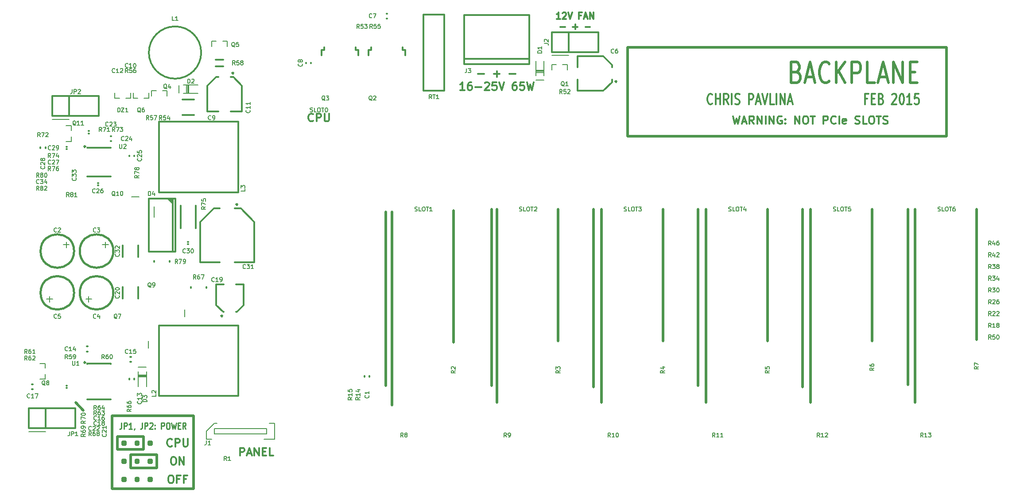
<source format=gto>
G04 #@! TF.FileFunction,Legend,Top*
%FSLAX46Y46*%
G04 Gerber Fmt 4.6, Leading zero omitted, Abs format (unit mm)*
G04 Created by KiCad (PCBNEW (2015-02-06 BZR 5407)-product) date Mon 09 Feb 2015 02:10:55 PM EST*
%MOMM*%
G01*
G04 APERTURE LIST*
%ADD10C,0.100000*%
%ADD11C,0.500000*%
%ADD12C,0.300000*%
%ADD13C,0.250000*%
%ADD14C,0.350000*%
%ADD15C,0.150000*%
%ADD16C,0.381000*%
%ADD17C,0.700000*%
%ADD18C,0.002540*%
%ADD19C,2.000000*%
%ADD20R,3.100000X3.300000*%
%ADD21C,3.000000*%
%ADD22C,2.350000*%
%ADD23C,1.000000*%
%ADD24R,1.000000X1.000000*%
%ADD25R,1.200000X0.900000*%
%ADD26R,0.900000X0.950000*%
%ADD27R,1.150000X1.450000*%
%ADD28R,1.450000X1.150000*%
%ADD29R,0.650000X0.600000*%
%ADD30R,0.600000X0.650000*%
%ADD31R,1.600000X3.000000*%
%ADD32R,2.100000X4.100000*%
%ADD33R,1.600000X3.150000*%
%ADD34R,0.900000X1.200000*%
%ADD35R,0.900000X1.300000*%
%ADD36R,0.800000X1.300000*%
%ADD37C,9.000000*%
%ADD38R,1.450000X2.450000*%
%ADD39R,6.950000X6.950000*%
%ADD40R,1.300000X0.900000*%
%ADD41R,1.300000X0.800000*%
%ADD42R,0.600000X0.600000*%
%ADD43R,3.450000X0.950000*%
%ADD44R,1.050000X1.800000*%
%ADD45R,3.500000X1.400000*%
%ADD46R,1.400000X3.500000*%
%ADD47R,0.600000X1.450000*%
%ADD48R,1.998980X1.998980*%
%ADD49C,1.998980*%
%ADD50R,1.524000X2.286000*%
%ADD51O,1.524000X2.286000*%
%ADD52R,3.150000X1.600000*%
%ADD53R,1.500000X1.500000*%
%ADD54C,1.500000*%
%ADD55R,4.295000X4.510000*%
%ADD56R,0.675000X0.675000*%
%ADD57R,0.655000X0.675000*%
%ADD58R,0.750000X0.675000*%
%ADD59R,4.510000X4.295000*%
%ADD60R,0.675000X0.655000*%
%ADD61R,0.675000X0.750000*%
%ADD62C,1.300000*%
%ADD63O,1.450000X0.450000*%
%ADD64R,3.000000X4.200000*%
%ADD65O,1.500000X0.450000*%
%ADD66R,2.900000X3.550000*%
%ADD67R,3.400000X1.250000*%
G04 APERTURE END LIST*
D10*
D11*
X212750000Y-122000000D02*
X212750000Y-97000000D01*
X201000000Y-97000000D02*
X201000000Y-134000000D01*
X199600000Y-130600000D02*
X199600000Y-97000000D01*
X192750000Y-97000000D02*
X192750000Y-122250000D01*
X181000000Y-134000000D02*
X181000000Y-97000000D01*
X179500000Y-97000000D02*
X179500000Y-131000000D01*
X172750000Y-122250000D02*
X172750000Y-97000000D01*
X161000000Y-97000000D02*
X161000000Y-134000000D01*
X159500000Y-130750000D02*
X159500000Y-97000000D01*
X152750000Y-97000000D02*
X152750000Y-122250000D01*
X141000000Y-134000000D02*
X141000000Y-97000000D01*
X139500000Y-97000000D02*
X139500000Y-131000000D01*
X132750000Y-122250000D02*
X132750000Y-97000000D01*
X121000000Y-97000000D02*
X121000000Y-134000000D01*
X120000000Y-130750000D02*
X120000000Y-97000000D01*
X112750000Y-97250000D02*
X112750000Y-122500000D01*
X101000000Y-134500000D02*
X101000000Y-97500000D01*
X99750000Y-97500000D02*
X99750000Y-130750000D01*
D12*
X85928572Y-80035714D02*
X85857143Y-80107143D01*
X85642857Y-80178571D01*
X85500000Y-80178571D01*
X85285715Y-80107143D01*
X85142857Y-79964286D01*
X85071429Y-79821429D01*
X85000000Y-79535714D01*
X85000000Y-79321429D01*
X85071429Y-79035714D01*
X85142857Y-78892857D01*
X85285715Y-78750000D01*
X85500000Y-78678571D01*
X85642857Y-78678571D01*
X85857143Y-78750000D01*
X85928572Y-78821429D01*
X86571429Y-80178571D02*
X86571429Y-78678571D01*
X87142857Y-78678571D01*
X87285715Y-78750000D01*
X87357143Y-78821429D01*
X87428572Y-78964286D01*
X87428572Y-79178571D01*
X87357143Y-79321429D01*
X87285715Y-79392857D01*
X87142857Y-79464286D01*
X86571429Y-79464286D01*
X88071429Y-78678571D02*
X88071429Y-79892857D01*
X88142857Y-80035714D01*
X88214286Y-80107143D01*
X88357143Y-80178571D01*
X88642857Y-80178571D01*
X88785715Y-80107143D01*
X88857143Y-80035714D01*
X88928572Y-79892857D01*
X88928572Y-78678571D01*
X71892857Y-144178571D02*
X71892857Y-142678571D01*
X72464285Y-142678571D01*
X72607143Y-142750000D01*
X72678571Y-142821429D01*
X72750000Y-142964286D01*
X72750000Y-143178571D01*
X72678571Y-143321429D01*
X72607143Y-143392857D01*
X72464285Y-143464286D01*
X71892857Y-143464286D01*
X73321428Y-143750000D02*
X74035714Y-143750000D01*
X73178571Y-144178571D02*
X73678571Y-142678571D01*
X74178571Y-144178571D01*
X74678571Y-144178571D02*
X74678571Y-142678571D01*
X75535714Y-144178571D01*
X75535714Y-142678571D01*
X76250000Y-143392857D02*
X76750000Y-143392857D01*
X76964286Y-144178571D02*
X76250000Y-144178571D01*
X76250000Y-142678571D01*
X76964286Y-142678571D01*
X78321429Y-144178571D02*
X77607143Y-144178571D01*
X77607143Y-142678571D01*
D11*
X47500000Y-150500000D02*
X47500000Y-136500000D01*
X63000000Y-150500000D02*
X47500000Y-150500000D01*
X63000000Y-136500000D02*
X63000000Y-150500000D01*
X47500000Y-136500000D02*
X63000000Y-136500000D01*
D12*
X58571429Y-147928571D02*
X58857143Y-147928571D01*
X59000001Y-148000000D01*
X59142858Y-148142857D01*
X59214286Y-148428571D01*
X59214286Y-148928571D01*
X59142858Y-149214286D01*
X59000001Y-149357143D01*
X58857143Y-149428571D01*
X58571429Y-149428571D01*
X58428572Y-149357143D01*
X58285715Y-149214286D01*
X58214286Y-148928571D01*
X58214286Y-148428571D01*
X58285715Y-148142857D01*
X58428572Y-148000000D01*
X58571429Y-147928571D01*
X60357144Y-148642857D02*
X59857144Y-148642857D01*
X59857144Y-149428571D02*
X59857144Y-147928571D01*
X60571430Y-147928571D01*
X61642858Y-148642857D02*
X61142858Y-148642857D01*
X61142858Y-149428571D02*
X61142858Y-147928571D01*
X61857144Y-147928571D01*
X59071428Y-144428571D02*
X59357142Y-144428571D01*
X59500000Y-144500000D01*
X59642857Y-144642857D01*
X59714285Y-144928571D01*
X59714285Y-145428571D01*
X59642857Y-145714286D01*
X59500000Y-145857143D01*
X59357142Y-145928571D01*
X59071428Y-145928571D01*
X58928571Y-145857143D01*
X58785714Y-145714286D01*
X58714285Y-145428571D01*
X58714285Y-144928571D01*
X58785714Y-144642857D01*
X58928571Y-144500000D01*
X59071428Y-144428571D01*
X60357143Y-145928571D02*
X60357143Y-144428571D01*
X61214286Y-145928571D01*
X61214286Y-144428571D01*
X58928572Y-142285714D02*
X58857143Y-142357143D01*
X58642857Y-142428571D01*
X58500000Y-142428571D01*
X58285715Y-142357143D01*
X58142857Y-142214286D01*
X58071429Y-142071429D01*
X58000000Y-141785714D01*
X58000000Y-141571429D01*
X58071429Y-141285714D01*
X58142857Y-141142857D01*
X58285715Y-141000000D01*
X58500000Y-140928571D01*
X58642857Y-140928571D01*
X58857143Y-141000000D01*
X58928572Y-141071429D01*
X59571429Y-142428571D02*
X59571429Y-140928571D01*
X60142857Y-140928571D01*
X60285715Y-141000000D01*
X60357143Y-141071429D01*
X60428572Y-141214286D01*
X60428572Y-141428571D01*
X60357143Y-141571429D01*
X60285715Y-141642857D01*
X60142857Y-141714286D01*
X59571429Y-141714286D01*
X61071429Y-140928571D02*
X61071429Y-142142857D01*
X61142857Y-142285714D01*
X61214286Y-142357143D01*
X61357143Y-142428571D01*
X61642857Y-142428571D01*
X61785715Y-142357143D01*
X61857143Y-142285714D01*
X61928572Y-142142857D01*
X61928572Y-140928571D01*
D11*
X54500000Y-149000000D02*
X54500000Y-148500000D01*
X55000000Y-149000000D02*
X54500000Y-149000000D01*
X55000000Y-148500000D02*
X55000000Y-149000000D01*
X54500000Y-148500000D02*
X55000000Y-148500000D01*
X52000000Y-149000000D02*
X52000000Y-148500000D01*
X52500000Y-149000000D02*
X52000000Y-149000000D01*
X52500000Y-148500000D02*
X52500000Y-149000000D01*
X52000000Y-148500000D02*
X52500000Y-148500000D01*
X49500000Y-149000000D02*
X49500000Y-148500000D01*
X50000000Y-149000000D02*
X49500000Y-149000000D01*
X50000000Y-148500000D02*
X50000000Y-149000000D01*
X49500000Y-148500000D02*
X50000000Y-148500000D01*
X51000000Y-146500000D02*
X51000000Y-144000000D01*
X56000000Y-146500000D02*
X51000000Y-146500000D01*
X56000000Y-144000000D02*
X56000000Y-146500000D01*
X51000000Y-144000000D02*
X56000000Y-144000000D01*
X54500000Y-145500000D02*
X54500000Y-145000000D01*
X55000000Y-145500000D02*
X54500000Y-145500000D01*
X55000000Y-145000000D02*
X55000000Y-145500000D01*
X54500000Y-145000000D02*
X55000000Y-145000000D01*
X52000000Y-145500000D02*
X52000000Y-145000000D01*
X52500000Y-145500000D02*
X52000000Y-145500000D01*
X52500000Y-145000000D02*
X52500000Y-145500000D01*
X52000000Y-145000000D02*
X52500000Y-145000000D01*
X50000000Y-145000000D02*
X49500000Y-145000000D01*
X50000000Y-145500000D02*
X50000000Y-145000000D01*
X49500000Y-145500000D02*
X50000000Y-145500000D01*
X49500000Y-145000000D02*
X49500000Y-145500000D01*
X53500000Y-143000000D02*
X53500000Y-142500000D01*
X48500000Y-143000000D02*
X53500000Y-143000000D01*
X48500000Y-142500000D02*
X48500000Y-143000000D01*
X48500000Y-140500000D02*
X48500000Y-142500000D01*
X49500000Y-140500000D02*
X48500000Y-140500000D01*
X55000000Y-141500000D02*
X54500000Y-141500000D01*
X55000000Y-142000000D02*
X55000000Y-141500000D01*
X54500000Y-142000000D02*
X55000000Y-142000000D01*
X54500000Y-141500000D02*
X54500000Y-142000000D01*
X53500000Y-140500000D02*
X53500000Y-142500000D01*
X49500000Y-140500000D02*
X53500000Y-140500000D01*
X52500000Y-141500000D02*
X52000000Y-141500000D01*
X52500000Y-142000000D02*
X52500000Y-141500000D01*
X52000000Y-142000000D02*
X52500000Y-142000000D01*
X52000000Y-141500000D02*
X52000000Y-142000000D01*
X50000000Y-141500000D02*
X49500000Y-141500000D01*
X50000000Y-142000000D02*
X50000000Y-141500000D01*
X49500000Y-142000000D02*
X50000000Y-142000000D01*
X49500000Y-141500000D02*
X49500000Y-142000000D01*
D13*
X49273810Y-137842857D02*
X49273810Y-138700000D01*
X49226190Y-138871429D01*
X49130952Y-138985714D01*
X48988095Y-139042857D01*
X48892857Y-139042857D01*
X49750000Y-139042857D02*
X49750000Y-137842857D01*
X50130953Y-137842857D01*
X50226191Y-137900000D01*
X50273810Y-137957143D01*
X50321429Y-138071429D01*
X50321429Y-138242857D01*
X50273810Y-138357143D01*
X50226191Y-138414286D01*
X50130953Y-138471429D01*
X49750000Y-138471429D01*
X51273810Y-139042857D02*
X50702381Y-139042857D01*
X50988095Y-139042857D02*
X50988095Y-137842857D01*
X50892857Y-138014286D01*
X50797619Y-138128571D01*
X50702381Y-138185714D01*
X51750000Y-138985714D02*
X51750000Y-139042857D01*
X51702381Y-139157143D01*
X51654762Y-139214286D01*
X53226191Y-137842857D02*
X53226191Y-138700000D01*
X53178571Y-138871429D01*
X53083333Y-138985714D01*
X52940476Y-139042857D01*
X52845238Y-139042857D01*
X53702381Y-139042857D02*
X53702381Y-137842857D01*
X54083334Y-137842857D01*
X54178572Y-137900000D01*
X54226191Y-137957143D01*
X54273810Y-138071429D01*
X54273810Y-138242857D01*
X54226191Y-138357143D01*
X54178572Y-138414286D01*
X54083334Y-138471429D01*
X53702381Y-138471429D01*
X54654762Y-137957143D02*
X54702381Y-137900000D01*
X54797619Y-137842857D01*
X55035715Y-137842857D01*
X55130953Y-137900000D01*
X55178572Y-137957143D01*
X55226191Y-138071429D01*
X55226191Y-138185714D01*
X55178572Y-138357143D01*
X54607143Y-139042857D01*
X55226191Y-139042857D01*
X55654762Y-138928571D02*
X55702381Y-138985714D01*
X55654762Y-139042857D01*
X55607143Y-138985714D01*
X55654762Y-138928571D01*
X55654762Y-139042857D01*
X55654762Y-138300000D02*
X55702381Y-138357143D01*
X55654762Y-138414286D01*
X55607143Y-138357143D01*
X55654762Y-138300000D01*
X55654762Y-138414286D01*
X56892857Y-139042857D02*
X56892857Y-137842857D01*
X57273810Y-137842857D01*
X57369048Y-137900000D01*
X57416667Y-137957143D01*
X57464286Y-138071429D01*
X57464286Y-138242857D01*
X57416667Y-138357143D01*
X57369048Y-138414286D01*
X57273810Y-138471429D01*
X56892857Y-138471429D01*
X58083333Y-137842857D02*
X58273810Y-137842857D01*
X58369048Y-137900000D01*
X58464286Y-138014286D01*
X58511905Y-138242857D01*
X58511905Y-138642857D01*
X58464286Y-138871429D01*
X58369048Y-138985714D01*
X58273810Y-139042857D01*
X58083333Y-139042857D01*
X57988095Y-138985714D01*
X57892857Y-138871429D01*
X57845238Y-138642857D01*
X57845238Y-138242857D01*
X57892857Y-138014286D01*
X57988095Y-137900000D01*
X58083333Y-137842857D01*
X58845238Y-137842857D02*
X59083333Y-139042857D01*
X59273810Y-138185714D01*
X59464286Y-139042857D01*
X59702381Y-137842857D01*
X60083333Y-138414286D02*
X60416667Y-138414286D01*
X60559524Y-139042857D02*
X60083333Y-139042857D01*
X60083333Y-137842857D01*
X60559524Y-137842857D01*
X61559524Y-139042857D02*
X61226190Y-138471429D01*
X60988095Y-139042857D02*
X60988095Y-137842857D01*
X61369048Y-137842857D01*
X61464286Y-137900000D01*
X61511905Y-137957143D01*
X61559524Y-138071429D01*
X61559524Y-138242857D01*
X61511905Y-138357143D01*
X61464286Y-138414286D01*
X61369048Y-138471429D01*
X60988095Y-138471429D01*
D12*
X133142858Y-60542857D02*
X132457143Y-60542857D01*
X132800001Y-60542857D02*
X132800001Y-59342857D01*
X132685715Y-59514286D01*
X132571429Y-59628571D01*
X132457143Y-59685714D01*
X133600000Y-59457143D02*
X133657143Y-59400000D01*
X133771429Y-59342857D01*
X134057143Y-59342857D01*
X134171429Y-59400000D01*
X134228572Y-59457143D01*
X134285715Y-59571429D01*
X134285715Y-59685714D01*
X134228572Y-59857143D01*
X133542858Y-60542857D01*
X134285715Y-60542857D01*
X134628572Y-59342857D02*
X135028572Y-60542857D01*
X135428572Y-59342857D01*
X137142857Y-59914286D02*
X136742857Y-59914286D01*
X136742857Y-60542857D02*
X136742857Y-59342857D01*
X137314286Y-59342857D01*
X137714285Y-60200000D02*
X138285714Y-60200000D01*
X137600000Y-60542857D02*
X138000000Y-59342857D01*
X138400000Y-60542857D01*
X138799999Y-60542857D02*
X138799999Y-59342857D01*
X139485714Y-60542857D01*
X139485714Y-59342857D01*
X133142857Y-62085714D02*
X134057143Y-62085714D01*
X135542857Y-62085714D02*
X136457143Y-62085714D01*
X136000000Y-62542857D02*
X136000000Y-61628571D01*
X137942857Y-62085714D02*
X138857143Y-62085714D01*
X114857144Y-74178571D02*
X114000001Y-74178571D01*
X114428573Y-74178571D02*
X114428573Y-72678571D01*
X114285716Y-72892857D01*
X114142858Y-73035714D01*
X114000001Y-73107143D01*
X116142858Y-72678571D02*
X115857144Y-72678571D01*
X115714287Y-72750000D01*
X115642858Y-72821429D01*
X115500001Y-73035714D01*
X115428572Y-73321429D01*
X115428572Y-73892857D01*
X115500001Y-74035714D01*
X115571429Y-74107143D01*
X115714287Y-74178571D01*
X116000001Y-74178571D01*
X116142858Y-74107143D01*
X116214287Y-74035714D01*
X116285715Y-73892857D01*
X116285715Y-73535714D01*
X116214287Y-73392857D01*
X116142858Y-73321429D01*
X116000001Y-73250000D01*
X115714287Y-73250000D01*
X115571429Y-73321429D01*
X115500001Y-73392857D01*
X115428572Y-73535714D01*
X116928572Y-73607143D02*
X118071429Y-73607143D01*
X118714286Y-72821429D02*
X118785715Y-72750000D01*
X118928572Y-72678571D01*
X119285715Y-72678571D01*
X119428572Y-72750000D01*
X119500001Y-72821429D01*
X119571429Y-72964286D01*
X119571429Y-73107143D01*
X119500001Y-73321429D01*
X118642858Y-74178571D01*
X119571429Y-74178571D01*
X120928572Y-72678571D02*
X120214286Y-72678571D01*
X120142857Y-73392857D01*
X120214286Y-73321429D01*
X120357143Y-73250000D01*
X120714286Y-73250000D01*
X120857143Y-73321429D01*
X120928572Y-73392857D01*
X121000000Y-73535714D01*
X121000000Y-73892857D01*
X120928572Y-74035714D01*
X120857143Y-74107143D01*
X120714286Y-74178571D01*
X120357143Y-74178571D01*
X120214286Y-74107143D01*
X120142857Y-74035714D01*
X121428571Y-72678571D02*
X121928571Y-74178571D01*
X122428571Y-72678571D01*
X124714285Y-72678571D02*
X124428571Y-72678571D01*
X124285714Y-72750000D01*
X124214285Y-72821429D01*
X124071428Y-73035714D01*
X123999999Y-73321429D01*
X123999999Y-73892857D01*
X124071428Y-74035714D01*
X124142856Y-74107143D01*
X124285714Y-74178571D01*
X124571428Y-74178571D01*
X124714285Y-74107143D01*
X124785714Y-74035714D01*
X124857142Y-73892857D01*
X124857142Y-73535714D01*
X124785714Y-73392857D01*
X124714285Y-73321429D01*
X124571428Y-73250000D01*
X124285714Y-73250000D01*
X124142856Y-73321429D01*
X124071428Y-73392857D01*
X123999999Y-73535714D01*
X126214285Y-72678571D02*
X125499999Y-72678571D01*
X125428570Y-73392857D01*
X125499999Y-73321429D01*
X125642856Y-73250000D01*
X125999999Y-73250000D01*
X126142856Y-73321429D01*
X126214285Y-73392857D01*
X126285713Y-73535714D01*
X126285713Y-73892857D01*
X126214285Y-74035714D01*
X126142856Y-74107143D01*
X125999999Y-74178571D01*
X125642856Y-74178571D01*
X125499999Y-74107143D01*
X125428570Y-74035714D01*
X126785713Y-72678571D02*
X127142856Y-74178571D01*
X127428570Y-73107143D01*
X127714284Y-74178571D01*
X128071427Y-72678571D01*
X117428572Y-71107143D02*
X118571429Y-71107143D01*
X120428572Y-71107143D02*
X121571429Y-71107143D01*
X121000000Y-71678571D02*
X121000000Y-70535714D01*
X123428572Y-71107143D02*
X124571429Y-71107143D01*
D11*
X42000000Y-135500000D02*
X40500000Y-134000000D01*
X146000000Y-83000000D02*
X146000000Y-66000000D01*
X207000000Y-83000000D02*
X146000000Y-83000000D01*
X207000000Y-66000000D02*
X207000000Y-83000000D01*
X146000000Y-66000000D02*
X207000000Y-66000000D01*
D12*
X166178571Y-79178571D02*
X166535714Y-80678571D01*
X166821428Y-79607143D01*
X167107142Y-80678571D01*
X167464285Y-79178571D01*
X167964285Y-80250000D02*
X168678571Y-80250000D01*
X167821428Y-80678571D02*
X168321428Y-79178571D01*
X168821428Y-80678571D01*
X170178571Y-80678571D02*
X169678571Y-79964286D01*
X169321428Y-80678571D02*
X169321428Y-79178571D01*
X169892856Y-79178571D01*
X170035714Y-79250000D01*
X170107142Y-79321429D01*
X170178571Y-79464286D01*
X170178571Y-79678571D01*
X170107142Y-79821429D01*
X170035714Y-79892857D01*
X169892856Y-79964286D01*
X169321428Y-79964286D01*
X170821428Y-80678571D02*
X170821428Y-79178571D01*
X171678571Y-80678571D01*
X171678571Y-79178571D01*
X172392857Y-80678571D02*
X172392857Y-79178571D01*
X173107143Y-80678571D02*
X173107143Y-79178571D01*
X173964286Y-80678571D01*
X173964286Y-79178571D01*
X175464286Y-79250000D02*
X175321429Y-79178571D01*
X175107143Y-79178571D01*
X174892858Y-79250000D01*
X174750000Y-79392857D01*
X174678572Y-79535714D01*
X174607143Y-79821429D01*
X174607143Y-80035714D01*
X174678572Y-80321429D01*
X174750000Y-80464286D01*
X174892858Y-80607143D01*
X175107143Y-80678571D01*
X175250000Y-80678571D01*
X175464286Y-80607143D01*
X175535715Y-80535714D01*
X175535715Y-80035714D01*
X175250000Y-80035714D01*
X176178572Y-80535714D02*
X176250000Y-80607143D01*
X176178572Y-80678571D01*
X176107143Y-80607143D01*
X176178572Y-80535714D01*
X176178572Y-80678571D01*
X176178572Y-79750000D02*
X176250000Y-79821429D01*
X176178572Y-79892857D01*
X176107143Y-79821429D01*
X176178572Y-79750000D01*
X176178572Y-79892857D01*
X178035715Y-80678571D02*
X178035715Y-79178571D01*
X178892858Y-80678571D01*
X178892858Y-79178571D01*
X179892858Y-79178571D02*
X180178572Y-79178571D01*
X180321430Y-79250000D01*
X180464287Y-79392857D01*
X180535715Y-79678571D01*
X180535715Y-80178571D01*
X180464287Y-80464286D01*
X180321430Y-80607143D01*
X180178572Y-80678571D01*
X179892858Y-80678571D01*
X179750001Y-80607143D01*
X179607144Y-80464286D01*
X179535715Y-80178571D01*
X179535715Y-79678571D01*
X179607144Y-79392857D01*
X179750001Y-79250000D01*
X179892858Y-79178571D01*
X180964287Y-79178571D02*
X181821430Y-79178571D01*
X181392859Y-80678571D02*
X181392859Y-79178571D01*
X183464287Y-80678571D02*
X183464287Y-79178571D01*
X184035715Y-79178571D01*
X184178573Y-79250000D01*
X184250001Y-79321429D01*
X184321430Y-79464286D01*
X184321430Y-79678571D01*
X184250001Y-79821429D01*
X184178573Y-79892857D01*
X184035715Y-79964286D01*
X183464287Y-79964286D01*
X185821430Y-80535714D02*
X185750001Y-80607143D01*
X185535715Y-80678571D01*
X185392858Y-80678571D01*
X185178573Y-80607143D01*
X185035715Y-80464286D01*
X184964287Y-80321429D01*
X184892858Y-80035714D01*
X184892858Y-79821429D01*
X184964287Y-79535714D01*
X185035715Y-79392857D01*
X185178573Y-79250000D01*
X185392858Y-79178571D01*
X185535715Y-79178571D01*
X185750001Y-79250000D01*
X185821430Y-79321429D01*
X186464287Y-80678571D02*
X186464287Y-79178571D01*
X187750001Y-80607143D02*
X187607144Y-80678571D01*
X187321430Y-80678571D01*
X187178573Y-80607143D01*
X187107144Y-80464286D01*
X187107144Y-79892857D01*
X187178573Y-79750000D01*
X187321430Y-79678571D01*
X187607144Y-79678571D01*
X187750001Y-79750000D01*
X187821430Y-79892857D01*
X187821430Y-80035714D01*
X187107144Y-80178571D01*
X189535715Y-80607143D02*
X189750001Y-80678571D01*
X190107144Y-80678571D01*
X190250001Y-80607143D01*
X190321430Y-80535714D01*
X190392858Y-80392857D01*
X190392858Y-80250000D01*
X190321430Y-80107143D01*
X190250001Y-80035714D01*
X190107144Y-79964286D01*
X189821430Y-79892857D01*
X189678572Y-79821429D01*
X189607144Y-79750000D01*
X189535715Y-79607143D01*
X189535715Y-79464286D01*
X189607144Y-79321429D01*
X189678572Y-79250000D01*
X189821430Y-79178571D01*
X190178572Y-79178571D01*
X190392858Y-79250000D01*
X191750001Y-80678571D02*
X191035715Y-80678571D01*
X191035715Y-79178571D01*
X192535715Y-79178571D02*
X192821429Y-79178571D01*
X192964287Y-79250000D01*
X193107144Y-79392857D01*
X193178572Y-79678571D01*
X193178572Y-80178571D01*
X193107144Y-80464286D01*
X192964287Y-80607143D01*
X192821429Y-80678571D01*
X192535715Y-80678571D01*
X192392858Y-80607143D01*
X192250001Y-80464286D01*
X192178572Y-80178571D01*
X192178572Y-79678571D01*
X192250001Y-79392857D01*
X192392858Y-79250000D01*
X192535715Y-79178571D01*
X193607144Y-79178571D02*
X194464287Y-79178571D01*
X194035716Y-80678571D02*
X194035716Y-79178571D01*
X194892858Y-80607143D02*
X195107144Y-80678571D01*
X195464287Y-80678571D01*
X195607144Y-80607143D01*
X195678573Y-80535714D01*
X195750001Y-80392857D01*
X195750001Y-80250000D01*
X195678573Y-80107143D01*
X195607144Y-80035714D01*
X195464287Y-79964286D01*
X195178573Y-79892857D01*
X195035715Y-79821429D01*
X194964287Y-79750000D01*
X194892858Y-79607143D01*
X194892858Y-79464286D01*
X194964287Y-79321429D01*
X195035715Y-79250000D01*
X195178573Y-79178571D01*
X195535715Y-79178571D01*
X195750001Y-79250000D01*
X191857145Y-75857143D02*
X191357145Y-75857143D01*
X191357145Y-76904762D02*
X191357145Y-74904762D01*
X192071431Y-74904762D01*
X192642859Y-75857143D02*
X193142859Y-75857143D01*
X193357145Y-76904762D02*
X192642859Y-76904762D01*
X192642859Y-74904762D01*
X193357145Y-74904762D01*
X194500002Y-75857143D02*
X194714288Y-75952381D01*
X194785716Y-76047619D01*
X194857145Y-76238095D01*
X194857145Y-76523810D01*
X194785716Y-76714286D01*
X194714288Y-76809524D01*
X194571430Y-76904762D01*
X194000002Y-76904762D01*
X194000002Y-74904762D01*
X194500002Y-74904762D01*
X194642859Y-75000000D01*
X194714288Y-75095238D01*
X194785716Y-75285714D01*
X194785716Y-75476190D01*
X194714288Y-75666667D01*
X194642859Y-75761905D01*
X194500002Y-75857143D01*
X194000002Y-75857143D01*
X196571430Y-75095238D02*
X196642859Y-75000000D01*
X196785716Y-74904762D01*
X197142859Y-74904762D01*
X197285716Y-75000000D01*
X197357145Y-75095238D01*
X197428573Y-75285714D01*
X197428573Y-75476190D01*
X197357145Y-75761905D01*
X196500002Y-76904762D01*
X197428573Y-76904762D01*
X198357144Y-74904762D02*
X198500001Y-74904762D01*
X198642858Y-75000000D01*
X198714287Y-75095238D01*
X198785716Y-75285714D01*
X198857144Y-75666667D01*
X198857144Y-76142857D01*
X198785716Y-76523810D01*
X198714287Y-76714286D01*
X198642858Y-76809524D01*
X198500001Y-76904762D01*
X198357144Y-76904762D01*
X198214287Y-76809524D01*
X198142858Y-76714286D01*
X198071430Y-76523810D01*
X198000001Y-76142857D01*
X198000001Y-75666667D01*
X198071430Y-75285714D01*
X198142858Y-75095238D01*
X198214287Y-75000000D01*
X198357144Y-74904762D01*
X200285715Y-76904762D02*
X199428572Y-76904762D01*
X199857144Y-76904762D02*
X199857144Y-74904762D01*
X199714287Y-75190476D01*
X199571429Y-75380952D01*
X199428572Y-75476190D01*
X201642858Y-74904762D02*
X200928572Y-74904762D01*
X200857143Y-75857143D01*
X200928572Y-75761905D01*
X201071429Y-75666667D01*
X201428572Y-75666667D01*
X201571429Y-75761905D01*
X201642858Y-75857143D01*
X201714286Y-76047619D01*
X201714286Y-76523810D01*
X201642858Y-76714286D01*
X201571429Y-76809524D01*
X201428572Y-76904762D01*
X201071429Y-76904762D01*
X200928572Y-76809524D01*
X200857143Y-76714286D01*
X162214286Y-76714286D02*
X162142857Y-76809524D01*
X161928571Y-76904762D01*
X161785714Y-76904762D01*
X161571429Y-76809524D01*
X161428571Y-76619048D01*
X161357143Y-76428571D01*
X161285714Y-76047619D01*
X161285714Y-75761905D01*
X161357143Y-75380952D01*
X161428571Y-75190476D01*
X161571429Y-75000000D01*
X161785714Y-74904762D01*
X161928571Y-74904762D01*
X162142857Y-75000000D01*
X162214286Y-75095238D01*
X162857143Y-76904762D02*
X162857143Y-74904762D01*
X162857143Y-75857143D02*
X163714286Y-75857143D01*
X163714286Y-76904762D02*
X163714286Y-74904762D01*
X165285715Y-76904762D02*
X164785715Y-75952381D01*
X164428572Y-76904762D02*
X164428572Y-74904762D01*
X165000000Y-74904762D01*
X165142858Y-75000000D01*
X165214286Y-75095238D01*
X165285715Y-75285714D01*
X165285715Y-75571429D01*
X165214286Y-75761905D01*
X165142858Y-75857143D01*
X165000000Y-75952381D01*
X164428572Y-75952381D01*
X165928572Y-76904762D02*
X165928572Y-74904762D01*
X166571429Y-76809524D02*
X166785715Y-76904762D01*
X167142858Y-76904762D01*
X167285715Y-76809524D01*
X167357144Y-76714286D01*
X167428572Y-76523810D01*
X167428572Y-76333333D01*
X167357144Y-76142857D01*
X167285715Y-76047619D01*
X167142858Y-75952381D01*
X166857144Y-75857143D01*
X166714286Y-75761905D01*
X166642858Y-75666667D01*
X166571429Y-75476190D01*
X166571429Y-75285714D01*
X166642858Y-75095238D01*
X166714286Y-75000000D01*
X166857144Y-74904762D01*
X167214286Y-74904762D01*
X167428572Y-75000000D01*
X169214286Y-76904762D02*
X169214286Y-74904762D01*
X169785714Y-74904762D01*
X169928572Y-75000000D01*
X170000000Y-75095238D01*
X170071429Y-75285714D01*
X170071429Y-75571429D01*
X170000000Y-75761905D01*
X169928572Y-75857143D01*
X169785714Y-75952381D01*
X169214286Y-75952381D01*
X170642857Y-76333333D02*
X171357143Y-76333333D01*
X170500000Y-76904762D02*
X171000000Y-74904762D01*
X171500000Y-76904762D01*
X171785714Y-74904762D02*
X172285714Y-76904762D01*
X172785714Y-74904762D01*
X174000000Y-76904762D02*
X173285714Y-76904762D01*
X173285714Y-74904762D01*
X174500000Y-76904762D02*
X174500000Y-74904762D01*
X175214286Y-76904762D02*
X175214286Y-74904762D01*
X176071429Y-76904762D01*
X176071429Y-74904762D01*
X176714286Y-76333333D02*
X177428572Y-76333333D01*
X176571429Y-76904762D02*
X177071429Y-74904762D01*
X177571429Y-76904762D01*
D11*
X178285714Y-70714286D02*
X178714285Y-70904762D01*
X178857142Y-71095238D01*
X178999999Y-71476190D01*
X178999999Y-72047619D01*
X178857142Y-72428571D01*
X178714285Y-72619048D01*
X178428571Y-72809524D01*
X177285714Y-72809524D01*
X177285714Y-68809524D01*
X178285714Y-68809524D01*
X178571428Y-69000000D01*
X178714285Y-69190476D01*
X178857142Y-69571429D01*
X178857142Y-69952381D01*
X178714285Y-70333333D01*
X178571428Y-70523810D01*
X178285714Y-70714286D01*
X177285714Y-70714286D01*
X180142857Y-71666667D02*
X181571428Y-71666667D01*
X179857142Y-72809524D02*
X180857142Y-68809524D01*
X181857142Y-72809524D01*
X184571428Y-72428571D02*
X184428571Y-72619048D01*
X184000000Y-72809524D01*
X183714286Y-72809524D01*
X183285714Y-72619048D01*
X183000000Y-72238095D01*
X182857143Y-71857143D01*
X182714286Y-71095238D01*
X182714286Y-70523810D01*
X182857143Y-69761905D01*
X183000000Y-69380952D01*
X183285714Y-69000000D01*
X183714286Y-68809524D01*
X184000000Y-68809524D01*
X184428571Y-69000000D01*
X184571428Y-69190476D01*
X185857143Y-72809524D02*
X185857143Y-68809524D01*
X187571428Y-72809524D02*
X186285714Y-70523810D01*
X187571428Y-68809524D02*
X185857143Y-71095238D01*
X188857143Y-72809524D02*
X188857143Y-68809524D01*
X190000000Y-68809524D01*
X190285714Y-69000000D01*
X190428571Y-69190476D01*
X190571428Y-69571429D01*
X190571428Y-70142857D01*
X190428571Y-70523810D01*
X190285714Y-70714286D01*
X190000000Y-70904762D01*
X188857143Y-70904762D01*
X193285714Y-72809524D02*
X191857143Y-72809524D01*
X191857143Y-68809524D01*
X194142857Y-71666667D02*
X195571428Y-71666667D01*
X193857142Y-72809524D02*
X194857142Y-68809524D01*
X195857142Y-72809524D01*
X196857143Y-72809524D02*
X196857143Y-68809524D01*
X198571428Y-72809524D01*
X198571428Y-68809524D01*
X200000000Y-70714286D02*
X201000000Y-70714286D01*
X201428571Y-72809524D02*
X200000000Y-72809524D01*
X200000000Y-68809524D01*
X201428571Y-68809524D01*
D14*
X107000000Y-74300000D02*
X107000000Y-59700000D01*
X107000000Y-59700000D02*
X111000000Y-59700000D01*
X111000000Y-59700000D02*
X111000000Y-74300000D01*
X111000000Y-74300000D02*
X107000000Y-74300000D01*
X71600000Y-119250000D02*
X71600000Y-132750000D01*
X56400000Y-119250000D02*
X71600000Y-119250000D01*
X56400000Y-132750000D02*
X56400000Y-119250000D01*
X71600000Y-132750000D02*
X56400000Y-132750000D01*
D12*
X127200000Y-68200000D02*
X114800000Y-68200000D01*
X127200000Y-59800000D02*
X127200000Y-69200000D01*
X114800000Y-59800000D02*
X127200000Y-59800000D01*
X114800000Y-69200000D02*
X114800000Y-59800000D01*
X127200000Y-69200000D02*
X114800000Y-69200000D01*
D15*
X54000000Y-127250000D02*
X52500000Y-127250000D01*
X52450000Y-130900000D02*
X52450000Y-128100000D01*
X54050000Y-129100000D02*
X52450000Y-129100000D01*
X52450000Y-128900000D02*
X54050000Y-128900000D01*
X54050000Y-128700000D02*
X52450000Y-128700000D01*
X54050000Y-128100000D02*
X54050000Y-130900000D01*
D14*
X42954000Y-82471000D02*
X43046000Y-82471000D01*
X43046000Y-82471000D02*
X42954000Y-82471000D01*
X42954000Y-82029000D02*
X43046000Y-82029000D01*
X43046000Y-82029000D02*
X42954000Y-82029000D01*
X99929000Y-60471000D02*
X100071000Y-60471000D01*
X100071000Y-60471000D02*
X99929000Y-60471000D01*
X99929000Y-59529000D02*
X100071000Y-59529000D01*
X100071000Y-59529000D02*
X99929000Y-59529000D01*
X85471000Y-69071000D02*
X85471000Y-68929000D01*
X85471000Y-68929000D02*
X85471000Y-69071000D01*
X84529000Y-69071000D02*
X84529000Y-68929000D01*
X84529000Y-68929000D02*
X84529000Y-69071000D01*
X44846000Y-91979000D02*
X44754000Y-91979000D01*
X44754000Y-91979000D02*
X44846000Y-91979000D01*
X44846000Y-92421000D02*
X44754000Y-92421000D01*
X44754000Y-92421000D02*
X44846000Y-92421000D01*
X38796000Y-85029000D02*
X38704000Y-85029000D01*
X38704000Y-85029000D02*
X38796000Y-85029000D01*
X38796000Y-85471000D02*
X38704000Y-85471000D01*
X38704000Y-85471000D02*
X38796000Y-85471000D01*
X42679000Y-124221000D02*
X42821000Y-124221000D01*
X42821000Y-124221000D02*
X42679000Y-124221000D01*
X42679000Y-123279000D02*
X42821000Y-123279000D01*
X42821000Y-123279000D02*
X42679000Y-123279000D01*
X38796000Y-130779000D02*
X38704000Y-130779000D01*
X38704000Y-130779000D02*
X38796000Y-130779000D01*
X38796000Y-131221000D02*
X38704000Y-131221000D01*
X38704000Y-131221000D02*
X38796000Y-131221000D01*
X51071000Y-125279000D02*
X50929000Y-125279000D01*
X50929000Y-125279000D02*
X51071000Y-125279000D01*
X51071000Y-126221000D02*
X50929000Y-126221000D01*
X50929000Y-126221000D02*
X51071000Y-126221000D01*
X50729000Y-86729000D02*
X50729000Y-86871000D01*
X50729000Y-86871000D02*
X50729000Y-86729000D01*
X51671000Y-86729000D02*
X51671000Y-86871000D01*
X51671000Y-86871000D02*
X51671000Y-86729000D01*
X51721000Y-129571000D02*
X51721000Y-129429000D01*
X51721000Y-129429000D02*
X51721000Y-129571000D01*
X50779000Y-129571000D02*
X50779000Y-129429000D01*
X50779000Y-129429000D02*
X50779000Y-129571000D01*
X47321000Y-83029000D02*
X47179000Y-83029000D01*
X47179000Y-83029000D02*
X47321000Y-83029000D01*
X47321000Y-83971000D02*
X47179000Y-83971000D01*
X47179000Y-83971000D02*
X47321000Y-83971000D01*
X62046000Y-103279000D02*
X61954000Y-103279000D01*
X61954000Y-103279000D02*
X62046000Y-103279000D01*
X62046000Y-103721000D02*
X61954000Y-103721000D01*
X61954000Y-103721000D02*
X62046000Y-103721000D01*
X68819000Y-111350000D02*
X67350000Y-111350000D01*
X67350000Y-111350000D02*
X67350000Y-115325000D01*
X67350000Y-115325000D02*
X68675000Y-116650000D01*
X68675000Y-116650000D02*
X68819000Y-116650000D01*
X71181000Y-111350000D02*
X72650000Y-111350000D01*
X72650000Y-111350000D02*
X72650000Y-115325000D01*
X72650000Y-115325000D02*
X71325000Y-116650000D01*
X71325000Y-116650000D02*
X71181000Y-116650000D01*
X68438000Y-117539000D02*
X68311000Y-117412000D01*
X68311000Y-117412000D02*
X68438000Y-117285000D01*
X68438000Y-117285000D02*
X68565000Y-117412000D01*
X68565000Y-117412000D02*
X68438000Y-117539000D01*
X70931000Y-107150000D02*
X74650000Y-107150000D01*
X74650000Y-107150000D02*
X74650000Y-99425000D01*
X74650000Y-99425000D02*
X72075000Y-96850000D01*
X72075000Y-96850000D02*
X70931000Y-96850000D01*
X68069000Y-107150000D02*
X64350000Y-107150000D01*
X64350000Y-107150000D02*
X64350000Y-99425000D01*
X64350000Y-99425000D02*
X66925000Y-96850000D01*
X66925000Y-96850000D02*
X68069000Y-96850000D01*
X71312000Y-95961000D02*
X71439000Y-96088000D01*
X71439000Y-96088000D02*
X71312000Y-96215000D01*
X71312000Y-96215000D02*
X71185000Y-96088000D01*
X71185000Y-96088000D02*
X71312000Y-95961000D01*
X70181000Y-78300000D02*
X72300000Y-78300000D01*
X72300000Y-78300000D02*
X72300000Y-73350000D01*
X72300000Y-73350000D02*
X70650000Y-71700000D01*
X70650000Y-71700000D02*
X70181000Y-71700000D01*
X67819000Y-78300000D02*
X65700000Y-78300000D01*
X65700000Y-78300000D02*
X65700000Y-73350000D01*
X65700000Y-73350000D02*
X67350000Y-71700000D01*
X67350000Y-71700000D02*
X67819000Y-71700000D01*
X70562000Y-70811000D02*
X70689000Y-70938000D01*
X70689000Y-70938000D02*
X70562000Y-71065000D01*
X70562000Y-71065000D02*
X70435000Y-70938000D01*
X70435000Y-70938000D02*
X70562000Y-70811000D01*
D15*
X60250000Y-73250000D02*
X60250000Y-74750000D01*
X63900000Y-74800000D02*
X61100000Y-74800000D01*
X62100000Y-73200000D02*
X62100000Y-74800000D01*
X61900000Y-74800000D02*
X61900000Y-73200000D01*
X61700000Y-73200000D02*
X61700000Y-74800000D01*
X61100000Y-73200000D02*
X63900000Y-73200000D01*
X48900000Y-75700000D02*
X48000000Y-75700000D01*
X48000000Y-75700000D02*
X48000000Y-74700000D01*
X51000000Y-74700000D02*
X51000000Y-75700000D01*
X51000000Y-75700000D02*
X50100000Y-75700000D01*
D14*
X96500000Y-67500000D02*
X96500000Y-66500000D01*
X96500000Y-66500000D02*
X97000000Y-66500000D01*
X97000000Y-66500000D02*
X97000000Y-66000000D01*
X103500000Y-66500000D02*
X103000000Y-66500000D01*
X103000000Y-66500000D02*
X103000000Y-66000000D01*
X103500000Y-67500000D02*
X103500000Y-66500000D01*
X87500000Y-67500000D02*
X87500000Y-66500000D01*
X87500000Y-66500000D02*
X88000000Y-66500000D01*
X88000000Y-66500000D02*
X88000000Y-66000000D01*
X94500000Y-66500000D02*
X94000000Y-66500000D01*
X94000000Y-66500000D02*
X94000000Y-66000000D01*
X94500000Y-67500000D02*
X94500000Y-66500000D01*
D15*
X34700000Y-128600000D02*
X34700000Y-129500000D01*
X34700000Y-129500000D02*
X33700000Y-129500000D01*
X33700000Y-126500000D02*
X34700000Y-126500000D01*
X34700000Y-126500000D02*
X34700000Y-127400000D01*
X39700000Y-83100000D02*
X39700000Y-84000000D01*
X39700000Y-84000000D02*
X38700000Y-84000000D01*
X38700000Y-81000000D02*
X39700000Y-81000000D01*
X39700000Y-81000000D02*
X39700000Y-81900000D01*
X52400000Y-75700000D02*
X51500000Y-75700000D01*
X51500000Y-75700000D02*
X51500000Y-74700000D01*
X54500000Y-74700000D02*
X54500000Y-75700000D01*
X54500000Y-75700000D02*
X53600000Y-75700000D01*
X57100000Y-74300000D02*
X58000000Y-74300000D01*
X58000000Y-74300000D02*
X58000000Y-75300000D01*
X55000000Y-75300000D02*
X55000000Y-74300000D01*
X55000000Y-74300000D02*
X55900000Y-74300000D01*
X68600000Y-64800000D02*
X69500000Y-64800000D01*
X69500000Y-64800000D02*
X69500000Y-65800000D01*
X66500000Y-65800000D02*
X66500000Y-64800000D01*
X66500000Y-64800000D02*
X67400000Y-64800000D01*
D14*
X65471000Y-112071000D02*
X65471000Y-111929000D01*
X65471000Y-111929000D02*
X65471000Y-112071000D01*
X62529000Y-112071000D02*
X62529000Y-111929000D01*
X62529000Y-111929000D02*
X62529000Y-112071000D01*
X55529000Y-106929000D02*
X55529000Y-107071000D01*
X55529000Y-107071000D02*
X55529000Y-106929000D01*
X58471000Y-106929000D02*
X58471000Y-107071000D01*
X58471000Y-107071000D02*
X58471000Y-106929000D01*
X68721000Y-68354000D02*
X67279000Y-68354000D01*
X67279000Y-68354000D02*
X68721000Y-68354000D01*
X68721000Y-69646000D02*
X67279000Y-69646000D01*
X67279000Y-69646000D02*
X68721000Y-69646000D01*
X71600000Y-80250000D02*
X71600000Y-93750000D01*
X56400000Y-80250000D02*
X71600000Y-80250000D01*
X56400000Y-93750000D02*
X56400000Y-80250000D01*
X71600000Y-93750000D02*
X56400000Y-93750000D01*
X52496000Y-114096000D02*
X52496000Y-111904000D01*
X52496000Y-111904000D02*
X52496000Y-114096000D01*
X49504000Y-114096000D02*
X49504000Y-111904000D01*
X49504000Y-111904000D02*
X49504000Y-114096000D01*
X49504000Y-103904000D02*
X49504000Y-106096000D01*
X49504000Y-106096000D02*
X49504000Y-103904000D01*
X52496000Y-103904000D02*
X52496000Y-106096000D01*
X52496000Y-106096000D02*
X52496000Y-103904000D01*
X60904000Y-78996000D02*
X63096000Y-78996000D01*
X63096000Y-78996000D02*
X60904000Y-78996000D01*
X60904000Y-76004000D02*
X63096000Y-76004000D01*
X63096000Y-76004000D02*
X60904000Y-76004000D01*
D15*
X67000000Y-140000000D02*
X77000000Y-140000000D01*
X77000000Y-140000000D02*
X77000000Y-139000000D01*
X77000000Y-139000000D02*
X67000000Y-139000000D01*
X67000000Y-139000000D02*
X67000000Y-140000000D01*
X65500000Y-139500000D02*
X65500000Y-141000000D01*
X67500000Y-138000000D02*
X67000000Y-138000000D01*
X65500000Y-139500000D02*
X67000000Y-138000000D01*
X66500000Y-141000000D02*
X65500000Y-141000000D01*
X77500000Y-138000000D02*
X78500000Y-138000000D01*
X78500000Y-138000000D02*
X78500000Y-141000000D01*
X78500000Y-141000000D02*
X76500000Y-141000000D01*
X55500000Y-96500000D02*
X55500000Y-98500000D01*
D14*
X58117600Y-94970800D02*
X58981200Y-95834400D01*
X59032000Y-95428000D02*
X58524000Y-94920000D01*
X59032000Y-94920000D02*
X59032000Y-105080000D01*
X59540000Y-94920000D02*
X54460000Y-94920000D01*
X54460000Y-94920000D02*
X54460000Y-105080000D01*
X54460000Y-105080000D02*
X59540000Y-105080000D01*
X59540000Y-105080000D02*
X59540000Y-94920000D01*
X95729000Y-128929000D02*
X95729000Y-129071000D01*
X95729000Y-129071000D02*
X95729000Y-128929000D01*
X96671000Y-128929000D02*
X96671000Y-129071000D01*
X96671000Y-129071000D02*
X96671000Y-128929000D01*
X32179000Y-131471000D02*
X32321000Y-131471000D01*
X32321000Y-131471000D02*
X32179000Y-131471000D01*
X32179000Y-130529000D02*
X32321000Y-130529000D01*
X32321000Y-130529000D02*
X32179000Y-130529000D01*
X34721000Y-85321000D02*
X34721000Y-85179000D01*
X34721000Y-85179000D02*
X34721000Y-85321000D01*
X33779000Y-85321000D02*
X33779000Y-85179000D01*
X33779000Y-85179000D02*
X33779000Y-85321000D01*
X31555000Y-135095000D02*
X40445000Y-135095000D01*
X40445000Y-135095000D02*
X40445000Y-138905000D01*
X40445000Y-138905000D02*
X31555000Y-138905000D01*
X31555000Y-138905000D02*
X31555000Y-135095000D01*
X34730000Y-135095000D02*
X34730000Y-138905000D01*
D15*
X31555000Y-139540000D02*
X34730000Y-139540000D01*
D14*
X36055000Y-75345000D02*
X44945000Y-75345000D01*
X44945000Y-75345000D02*
X44945000Y-79155000D01*
X44945000Y-79155000D02*
X36055000Y-79155000D01*
X36055000Y-79155000D02*
X36055000Y-75345000D01*
X39230000Y-75345000D02*
X39230000Y-79155000D01*
D15*
X36055000Y-79790000D02*
X39230000Y-79790000D01*
X128500000Y-72250000D02*
X130000000Y-72250000D01*
X130050000Y-68600000D02*
X130050000Y-71400000D01*
X128450000Y-70400000D02*
X130050000Y-70400000D01*
X130050000Y-70600000D02*
X128450000Y-70600000D01*
X128450000Y-70800000D02*
X130050000Y-70800000D01*
X128450000Y-71400000D02*
X128450000Y-68600000D01*
D14*
X131555000Y-63095000D02*
X140445000Y-63095000D01*
X140445000Y-63095000D02*
X140445000Y-66905000D01*
X140445000Y-66905000D02*
X131555000Y-66905000D01*
X131555000Y-66905000D02*
X131555000Y-63095000D01*
X134730000Y-63095000D02*
X134730000Y-66905000D01*
D15*
X131555000Y-67540000D02*
X134730000Y-67540000D01*
X133600000Y-69300000D02*
X134500000Y-69300000D01*
X134500000Y-69300000D02*
X134500000Y-70300000D01*
X131500000Y-70300000D02*
X131500000Y-69300000D01*
X131500000Y-69300000D02*
X132400000Y-69300000D01*
D14*
X136450000Y-72181000D02*
X136450000Y-74300000D01*
X136450000Y-74300000D02*
X141400000Y-74300000D01*
X141400000Y-74300000D02*
X143050000Y-72650000D01*
X143050000Y-72650000D02*
X143050000Y-72181000D01*
X136450000Y-69819000D02*
X136450000Y-67700000D01*
X136450000Y-67700000D02*
X141400000Y-67700000D01*
X141400000Y-67700000D02*
X143050000Y-69350000D01*
X143050000Y-69350000D02*
X143050000Y-69819000D01*
X143939000Y-72562000D02*
X143812000Y-72689000D01*
X143812000Y-72689000D02*
X143685000Y-72562000D01*
X143685000Y-72562000D02*
X143812000Y-72435000D01*
X143812000Y-72435000D02*
X143939000Y-72562000D01*
D16*
X40200000Y-113000000D02*
G75*
G03X40200000Y-113000000I-3200000J0D01*
G01*
X40200000Y-105000000D02*
G75*
G03X40200000Y-105000000I-3200000J0D01*
G01*
X47700000Y-105000000D02*
G75*
G03X47700000Y-105000000I-3200000J0D01*
G01*
X47700000Y-113000000D02*
G75*
G03X47700000Y-113000000I-3200000J0D01*
G01*
D15*
X61377500Y-116200000D02*
X61377500Y-117600000D01*
X54377500Y-122200000D02*
X54377500Y-123600000D01*
X51200000Y-94622500D02*
X52600000Y-94622500D01*
D14*
X64500000Y-67000000D02*
G75*
G03X64500000Y-67000000I-5000000J0D01*
G01*
X42750000Y-126596000D02*
X42750000Y-126573000D01*
X42750000Y-126573000D02*
X47250000Y-126573000D01*
X47250000Y-126573000D02*
X47250000Y-126596000D01*
X42750000Y-133404000D02*
X42750000Y-133427000D01*
X42750000Y-133427000D02*
X47250000Y-133427000D01*
X47250000Y-133427000D02*
X47250000Y-133404000D01*
X42115000Y-126342000D02*
X42242000Y-126215000D01*
X42242000Y-126215000D02*
X42369000Y-126342000D01*
X42369000Y-126342000D02*
X42242000Y-126469000D01*
X42242000Y-126469000D02*
X42115000Y-126342000D01*
X42750000Y-85246000D02*
X47250000Y-85246000D01*
X42750000Y-90754000D02*
X47250000Y-90754000D01*
X42115000Y-84992000D02*
X42242000Y-84865000D01*
X42242000Y-84865000D02*
X42369000Y-84992000D01*
X42369000Y-84992000D02*
X42242000Y-85119000D01*
X42242000Y-85119000D02*
X42115000Y-84992000D01*
X60554000Y-96329000D02*
X60554000Y-100671000D01*
X60554000Y-100671000D02*
X60554000Y-96329000D01*
X63446000Y-96329000D02*
X63446000Y-100671000D01*
X63446000Y-100671000D02*
X63446000Y-96329000D01*
D15*
X108561905Y-75861905D02*
X108295238Y-75480952D01*
X108104762Y-75861905D02*
X108104762Y-75061905D01*
X108409524Y-75061905D01*
X108485715Y-75100000D01*
X108523810Y-75138095D01*
X108561905Y-75214286D01*
X108561905Y-75328571D01*
X108523810Y-75404762D01*
X108485715Y-75442857D01*
X108409524Y-75480952D01*
X108104762Y-75480952D01*
X108790476Y-75061905D02*
X109247619Y-75061905D01*
X109019048Y-75861905D02*
X109019048Y-75061905D01*
X109933334Y-75861905D02*
X109476191Y-75861905D01*
X109704762Y-75861905D02*
X109704762Y-75061905D01*
X109628572Y-75176190D01*
X109552381Y-75252381D01*
X109476191Y-75290476D01*
X55861905Y-132383333D02*
X55861905Y-132764286D01*
X55061905Y-132764286D01*
X55138095Y-132154762D02*
X55100000Y-132116667D01*
X55061905Y-132040476D01*
X55061905Y-131850000D01*
X55100000Y-131773810D01*
X55138095Y-131735714D01*
X55214286Y-131697619D01*
X55290476Y-131697619D01*
X55404762Y-131735714D01*
X55861905Y-132192857D01*
X55861905Y-131697619D01*
X115233334Y-70061905D02*
X115233334Y-70633333D01*
X115195238Y-70747619D01*
X115119048Y-70823810D01*
X115004762Y-70861905D01*
X114928572Y-70861905D01*
X115538096Y-70061905D02*
X116033334Y-70061905D01*
X115766667Y-70366667D01*
X115880953Y-70366667D01*
X115957143Y-70404762D01*
X115995239Y-70442857D01*
X116033334Y-70519048D01*
X116033334Y-70709524D01*
X115995239Y-70785714D01*
X115957143Y-70823810D01*
X115880953Y-70861905D01*
X115652381Y-70861905D01*
X115576191Y-70823810D01*
X115538096Y-70785714D01*
X125342857Y-97323810D02*
X125457143Y-97361905D01*
X125647619Y-97361905D01*
X125723809Y-97323810D01*
X125761905Y-97285714D01*
X125800000Y-97209524D01*
X125800000Y-97133333D01*
X125761905Y-97057143D01*
X125723809Y-97019048D01*
X125647619Y-96980952D01*
X125495238Y-96942857D01*
X125419047Y-96904762D01*
X125380952Y-96866667D01*
X125342857Y-96790476D01*
X125342857Y-96714286D01*
X125380952Y-96638095D01*
X125419047Y-96600000D01*
X125495238Y-96561905D01*
X125685714Y-96561905D01*
X125800000Y-96600000D01*
X126523810Y-97361905D02*
X126142857Y-97361905D01*
X126142857Y-96561905D01*
X126942857Y-96561905D02*
X127095238Y-96561905D01*
X127171429Y-96600000D01*
X127247619Y-96676190D01*
X127285714Y-96828571D01*
X127285714Y-97095238D01*
X127247619Y-97247619D01*
X127171429Y-97323810D01*
X127095238Y-97361905D01*
X126942857Y-97361905D01*
X126866667Y-97323810D01*
X126790476Y-97247619D01*
X126752381Y-97095238D01*
X126752381Y-96828571D01*
X126790476Y-96676190D01*
X126866667Y-96600000D01*
X126942857Y-96561905D01*
X127514285Y-96561905D02*
X127971428Y-96561905D01*
X127742857Y-97361905D02*
X127742857Y-96561905D01*
X128200000Y-96638095D02*
X128238095Y-96600000D01*
X128314286Y-96561905D01*
X128504762Y-96561905D01*
X128580952Y-96600000D01*
X128619048Y-96638095D01*
X128657143Y-96714286D01*
X128657143Y-96790476D01*
X128619048Y-96904762D01*
X128161905Y-97361905D01*
X128657143Y-97361905D01*
X85342857Y-78323810D02*
X85457143Y-78361905D01*
X85647619Y-78361905D01*
X85723809Y-78323810D01*
X85761905Y-78285714D01*
X85800000Y-78209524D01*
X85800000Y-78133333D01*
X85761905Y-78057143D01*
X85723809Y-78019048D01*
X85647619Y-77980952D01*
X85495238Y-77942857D01*
X85419047Y-77904762D01*
X85380952Y-77866667D01*
X85342857Y-77790476D01*
X85342857Y-77714286D01*
X85380952Y-77638095D01*
X85419047Y-77600000D01*
X85495238Y-77561905D01*
X85685714Y-77561905D01*
X85800000Y-77600000D01*
X86523810Y-78361905D02*
X86142857Y-78361905D01*
X86142857Y-77561905D01*
X86942857Y-77561905D02*
X87095238Y-77561905D01*
X87171429Y-77600000D01*
X87247619Y-77676190D01*
X87285714Y-77828571D01*
X87285714Y-78095238D01*
X87247619Y-78247619D01*
X87171429Y-78323810D01*
X87095238Y-78361905D01*
X86942857Y-78361905D01*
X86866667Y-78323810D01*
X86790476Y-78247619D01*
X86752381Y-78095238D01*
X86752381Y-77828571D01*
X86790476Y-77676190D01*
X86866667Y-77600000D01*
X86942857Y-77561905D01*
X87514285Y-77561905D02*
X87971428Y-77561905D01*
X87742857Y-78361905D02*
X87742857Y-77561905D01*
X88390476Y-77561905D02*
X88466667Y-77561905D01*
X88542857Y-77600000D01*
X88580952Y-77638095D01*
X88619048Y-77714286D01*
X88657143Y-77866667D01*
X88657143Y-78057143D01*
X88619048Y-78209524D01*
X88580952Y-78285714D01*
X88542857Y-78323810D01*
X88466667Y-78361905D01*
X88390476Y-78361905D01*
X88314286Y-78323810D01*
X88276190Y-78285714D01*
X88238095Y-78209524D01*
X88200000Y-78057143D01*
X88200000Y-77866667D01*
X88238095Y-77714286D01*
X88276190Y-77638095D01*
X88314286Y-77600000D01*
X88390476Y-77561905D01*
X185342857Y-97323810D02*
X185457143Y-97361905D01*
X185647619Y-97361905D01*
X185723809Y-97323810D01*
X185761905Y-97285714D01*
X185800000Y-97209524D01*
X185800000Y-97133333D01*
X185761905Y-97057143D01*
X185723809Y-97019048D01*
X185647619Y-96980952D01*
X185495238Y-96942857D01*
X185419047Y-96904762D01*
X185380952Y-96866667D01*
X185342857Y-96790476D01*
X185342857Y-96714286D01*
X185380952Y-96638095D01*
X185419047Y-96600000D01*
X185495238Y-96561905D01*
X185685714Y-96561905D01*
X185800000Y-96600000D01*
X186523810Y-97361905D02*
X186142857Y-97361905D01*
X186142857Y-96561905D01*
X186942857Y-96561905D02*
X187095238Y-96561905D01*
X187171429Y-96600000D01*
X187247619Y-96676190D01*
X187285714Y-96828571D01*
X187285714Y-97095238D01*
X187247619Y-97247619D01*
X187171429Y-97323810D01*
X187095238Y-97361905D01*
X186942857Y-97361905D01*
X186866667Y-97323810D01*
X186790476Y-97247619D01*
X186752381Y-97095238D01*
X186752381Y-96828571D01*
X186790476Y-96676190D01*
X186866667Y-96600000D01*
X186942857Y-96561905D01*
X187514285Y-96561905D02*
X187971428Y-96561905D01*
X187742857Y-97361905D02*
X187742857Y-96561905D01*
X188619048Y-96561905D02*
X188238095Y-96561905D01*
X188200000Y-96942857D01*
X188238095Y-96904762D01*
X188314286Y-96866667D01*
X188504762Y-96866667D01*
X188580952Y-96904762D01*
X188619048Y-96942857D01*
X188657143Y-97019048D01*
X188657143Y-97209524D01*
X188619048Y-97285714D01*
X188580952Y-97323810D01*
X188504762Y-97361905D01*
X188314286Y-97361905D01*
X188238095Y-97323810D01*
X188200000Y-97285714D01*
X165342857Y-97323810D02*
X165457143Y-97361905D01*
X165647619Y-97361905D01*
X165723809Y-97323810D01*
X165761905Y-97285714D01*
X165800000Y-97209524D01*
X165800000Y-97133333D01*
X165761905Y-97057143D01*
X165723809Y-97019048D01*
X165647619Y-96980952D01*
X165495238Y-96942857D01*
X165419047Y-96904762D01*
X165380952Y-96866667D01*
X165342857Y-96790476D01*
X165342857Y-96714286D01*
X165380952Y-96638095D01*
X165419047Y-96600000D01*
X165495238Y-96561905D01*
X165685714Y-96561905D01*
X165800000Y-96600000D01*
X166523810Y-97361905D02*
X166142857Y-97361905D01*
X166142857Y-96561905D01*
X166942857Y-96561905D02*
X167095238Y-96561905D01*
X167171429Y-96600000D01*
X167247619Y-96676190D01*
X167285714Y-96828571D01*
X167285714Y-97095238D01*
X167247619Y-97247619D01*
X167171429Y-97323810D01*
X167095238Y-97361905D01*
X166942857Y-97361905D01*
X166866667Y-97323810D01*
X166790476Y-97247619D01*
X166752381Y-97095238D01*
X166752381Y-96828571D01*
X166790476Y-96676190D01*
X166866667Y-96600000D01*
X166942857Y-96561905D01*
X167514285Y-96561905D02*
X167971428Y-96561905D01*
X167742857Y-97361905D02*
X167742857Y-96561905D01*
X168580952Y-96828571D02*
X168580952Y-97361905D01*
X168390476Y-96523810D02*
X168200000Y-97095238D01*
X168695238Y-97095238D01*
X54111905Y-133840476D02*
X53311905Y-133840476D01*
X53311905Y-133650000D01*
X53350000Y-133535714D01*
X53426190Y-133459523D01*
X53502381Y-133421428D01*
X53654762Y-133383333D01*
X53769048Y-133383333D01*
X53921429Y-133421428D01*
X53997619Y-133459523D01*
X54073810Y-133535714D01*
X54111905Y-133650000D01*
X54111905Y-133840476D01*
X53311905Y-133116666D02*
X53311905Y-132621428D01*
X53616667Y-132888095D01*
X53616667Y-132773809D01*
X53654762Y-132697619D01*
X53692857Y-132659523D01*
X53769048Y-132621428D01*
X53959524Y-132621428D01*
X54035714Y-132659523D01*
X54073810Y-132697619D01*
X54111905Y-132773809D01*
X54111905Y-133002381D01*
X54073810Y-133078571D01*
X54035714Y-133116666D01*
X205342857Y-97323810D02*
X205457143Y-97361905D01*
X205647619Y-97361905D01*
X205723809Y-97323810D01*
X205761905Y-97285714D01*
X205800000Y-97209524D01*
X205800000Y-97133333D01*
X205761905Y-97057143D01*
X205723809Y-97019048D01*
X205647619Y-96980952D01*
X205495238Y-96942857D01*
X205419047Y-96904762D01*
X205380952Y-96866667D01*
X205342857Y-96790476D01*
X205342857Y-96714286D01*
X205380952Y-96638095D01*
X205419047Y-96600000D01*
X205495238Y-96561905D01*
X205685714Y-96561905D01*
X205800000Y-96600000D01*
X206523810Y-97361905D02*
X206142857Y-97361905D01*
X206142857Y-96561905D01*
X206942857Y-96561905D02*
X207095238Y-96561905D01*
X207171429Y-96600000D01*
X207247619Y-96676190D01*
X207285714Y-96828571D01*
X207285714Y-97095238D01*
X207247619Y-97247619D01*
X207171429Y-97323810D01*
X207095238Y-97361905D01*
X206942857Y-97361905D01*
X206866667Y-97323810D01*
X206790476Y-97247619D01*
X206752381Y-97095238D01*
X206752381Y-96828571D01*
X206790476Y-96676190D01*
X206866667Y-96600000D01*
X206942857Y-96561905D01*
X207514285Y-96561905D02*
X207971428Y-96561905D01*
X207742857Y-97361905D02*
X207742857Y-96561905D01*
X208580952Y-96561905D02*
X208428571Y-96561905D01*
X208352381Y-96600000D01*
X208314286Y-96638095D01*
X208238095Y-96752381D01*
X208200000Y-96904762D01*
X208200000Y-97209524D01*
X208238095Y-97285714D01*
X208276190Y-97323810D01*
X208352381Y-97361905D01*
X208504762Y-97361905D01*
X208580952Y-97323810D01*
X208619048Y-97285714D01*
X208657143Y-97209524D01*
X208657143Y-97019048D01*
X208619048Y-96942857D01*
X208580952Y-96904762D01*
X208504762Y-96866667D01*
X208352381Y-96866667D01*
X208276190Y-96904762D01*
X208238095Y-96942857D01*
X208200000Y-97019048D01*
X145342857Y-97323810D02*
X145457143Y-97361905D01*
X145647619Y-97361905D01*
X145723809Y-97323810D01*
X145761905Y-97285714D01*
X145800000Y-97209524D01*
X145800000Y-97133333D01*
X145761905Y-97057143D01*
X145723809Y-97019048D01*
X145647619Y-96980952D01*
X145495238Y-96942857D01*
X145419047Y-96904762D01*
X145380952Y-96866667D01*
X145342857Y-96790476D01*
X145342857Y-96714286D01*
X145380952Y-96638095D01*
X145419047Y-96600000D01*
X145495238Y-96561905D01*
X145685714Y-96561905D01*
X145800000Y-96600000D01*
X146523810Y-97361905D02*
X146142857Y-97361905D01*
X146142857Y-96561905D01*
X146942857Y-96561905D02*
X147095238Y-96561905D01*
X147171429Y-96600000D01*
X147247619Y-96676190D01*
X147285714Y-96828571D01*
X147285714Y-97095238D01*
X147247619Y-97247619D01*
X147171429Y-97323810D01*
X147095238Y-97361905D01*
X146942857Y-97361905D01*
X146866667Y-97323810D01*
X146790476Y-97247619D01*
X146752381Y-97095238D01*
X146752381Y-96828571D01*
X146790476Y-96676190D01*
X146866667Y-96600000D01*
X146942857Y-96561905D01*
X147514285Y-96561905D02*
X147971428Y-96561905D01*
X147742857Y-97361905D02*
X147742857Y-96561905D01*
X148161905Y-96561905D02*
X148657143Y-96561905D01*
X148390476Y-96866667D01*
X148504762Y-96866667D01*
X148580952Y-96904762D01*
X148619048Y-96942857D01*
X148657143Y-97019048D01*
X148657143Y-97209524D01*
X148619048Y-97285714D01*
X148580952Y-97323810D01*
X148504762Y-97361905D01*
X148276190Y-97361905D01*
X148200000Y-97323810D01*
X148161905Y-97285714D01*
X105342857Y-97323810D02*
X105457143Y-97361905D01*
X105647619Y-97361905D01*
X105723809Y-97323810D01*
X105761905Y-97285714D01*
X105800000Y-97209524D01*
X105800000Y-97133333D01*
X105761905Y-97057143D01*
X105723809Y-97019048D01*
X105647619Y-96980952D01*
X105495238Y-96942857D01*
X105419047Y-96904762D01*
X105380952Y-96866667D01*
X105342857Y-96790476D01*
X105342857Y-96714286D01*
X105380952Y-96638095D01*
X105419047Y-96600000D01*
X105495238Y-96561905D01*
X105685714Y-96561905D01*
X105800000Y-96600000D01*
X106523810Y-97361905D02*
X106142857Y-97361905D01*
X106142857Y-96561905D01*
X106942857Y-96561905D02*
X107095238Y-96561905D01*
X107171429Y-96600000D01*
X107247619Y-96676190D01*
X107285714Y-96828571D01*
X107285714Y-97095238D01*
X107247619Y-97247619D01*
X107171429Y-97323810D01*
X107095238Y-97361905D01*
X106942857Y-97361905D01*
X106866667Y-97323810D01*
X106790476Y-97247619D01*
X106752381Y-97095238D01*
X106752381Y-96828571D01*
X106790476Y-96676190D01*
X106866667Y-96600000D01*
X106942857Y-96561905D01*
X107514285Y-96561905D02*
X107971428Y-96561905D01*
X107742857Y-97361905D02*
X107742857Y-96561905D01*
X108657143Y-97361905D02*
X108200000Y-97361905D01*
X108428571Y-97361905D02*
X108428571Y-96561905D01*
X108352381Y-96676190D01*
X108276190Y-96752381D01*
X108200000Y-96790476D01*
X46735714Y-81035714D02*
X46697619Y-81073810D01*
X46583333Y-81111905D01*
X46507143Y-81111905D01*
X46392857Y-81073810D01*
X46316666Y-80997619D01*
X46278571Y-80921429D01*
X46240476Y-80769048D01*
X46240476Y-80654762D01*
X46278571Y-80502381D01*
X46316666Y-80426190D01*
X46392857Y-80350000D01*
X46507143Y-80311905D01*
X46583333Y-80311905D01*
X46697619Y-80350000D01*
X46735714Y-80388095D01*
X47040476Y-80388095D02*
X47078571Y-80350000D01*
X47154762Y-80311905D01*
X47345238Y-80311905D01*
X47421428Y-80350000D01*
X47459524Y-80388095D01*
X47497619Y-80464286D01*
X47497619Y-80540476D01*
X47459524Y-80654762D01*
X47002381Y-81111905D01*
X47497619Y-81111905D01*
X47764286Y-80311905D02*
X48259524Y-80311905D01*
X47992857Y-80616667D01*
X48107143Y-80616667D01*
X48183333Y-80654762D01*
X48221429Y-80692857D01*
X48259524Y-80769048D01*
X48259524Y-80959524D01*
X48221429Y-81035714D01*
X48183333Y-81073810D01*
X48107143Y-81111905D01*
X47878571Y-81111905D01*
X47802381Y-81073810D01*
X47764286Y-81035714D01*
X97116667Y-60285714D02*
X97078572Y-60323810D01*
X96964286Y-60361905D01*
X96888096Y-60361905D01*
X96773810Y-60323810D01*
X96697619Y-60247619D01*
X96659524Y-60171429D01*
X96621429Y-60019048D01*
X96621429Y-59904762D01*
X96659524Y-59752381D01*
X96697619Y-59676190D01*
X96773810Y-59600000D01*
X96888096Y-59561905D01*
X96964286Y-59561905D01*
X97078572Y-59600000D01*
X97116667Y-59638095D01*
X97383334Y-59561905D02*
X97916667Y-59561905D01*
X97573810Y-60361905D01*
X83785714Y-69133333D02*
X83823810Y-69171428D01*
X83861905Y-69285714D01*
X83861905Y-69361904D01*
X83823810Y-69476190D01*
X83747619Y-69552381D01*
X83671429Y-69590476D01*
X83519048Y-69628571D01*
X83404762Y-69628571D01*
X83252381Y-69590476D01*
X83176190Y-69552381D01*
X83100000Y-69476190D01*
X83061905Y-69361904D01*
X83061905Y-69285714D01*
X83100000Y-69171428D01*
X83138095Y-69133333D01*
X83404762Y-68676190D02*
X83366667Y-68752381D01*
X83328571Y-68790476D01*
X83252381Y-68828571D01*
X83214286Y-68828571D01*
X83138095Y-68790476D01*
X83100000Y-68752381D01*
X83061905Y-68676190D01*
X83061905Y-68523809D01*
X83100000Y-68447619D01*
X83138095Y-68409523D01*
X83214286Y-68371428D01*
X83252381Y-68371428D01*
X83328571Y-68409523D01*
X83366667Y-68447619D01*
X83404762Y-68523809D01*
X83404762Y-68676190D01*
X83442857Y-68752381D01*
X83480952Y-68790476D01*
X83557143Y-68828571D01*
X83709524Y-68828571D01*
X83785714Y-68790476D01*
X83823810Y-68752381D01*
X83861905Y-68676190D01*
X83861905Y-68523809D01*
X83823810Y-68447619D01*
X83785714Y-68409523D01*
X83709524Y-68371428D01*
X83557143Y-68371428D01*
X83480952Y-68409523D01*
X83442857Y-68447619D01*
X83404762Y-68523809D01*
X35735714Y-88285714D02*
X35697619Y-88323810D01*
X35583333Y-88361905D01*
X35507143Y-88361905D01*
X35392857Y-88323810D01*
X35316666Y-88247619D01*
X35278571Y-88171429D01*
X35240476Y-88019048D01*
X35240476Y-87904762D01*
X35278571Y-87752381D01*
X35316666Y-87676190D01*
X35392857Y-87600000D01*
X35507143Y-87561905D01*
X35583333Y-87561905D01*
X35697619Y-87600000D01*
X35735714Y-87638095D01*
X36040476Y-87638095D02*
X36078571Y-87600000D01*
X36154762Y-87561905D01*
X36345238Y-87561905D01*
X36421428Y-87600000D01*
X36459524Y-87638095D01*
X36497619Y-87714286D01*
X36497619Y-87790476D01*
X36459524Y-87904762D01*
X36002381Y-88361905D01*
X36497619Y-88361905D01*
X36764286Y-87561905D02*
X37297619Y-87561905D01*
X36954762Y-88361905D01*
X44485714Y-137285714D02*
X44447619Y-137323810D01*
X44333333Y-137361905D01*
X44257143Y-137361905D01*
X44142857Y-137323810D01*
X44066666Y-137247619D01*
X44028571Y-137171429D01*
X43990476Y-137019048D01*
X43990476Y-136904762D01*
X44028571Y-136752381D01*
X44066666Y-136676190D01*
X44142857Y-136600000D01*
X44257143Y-136561905D01*
X44333333Y-136561905D01*
X44447619Y-136600000D01*
X44485714Y-136638095D01*
X45247619Y-137361905D02*
X44790476Y-137361905D01*
X45019047Y-137361905D02*
X45019047Y-136561905D01*
X44942857Y-136676190D01*
X44866666Y-136752381D01*
X44790476Y-136790476D01*
X45933333Y-136561905D02*
X45780952Y-136561905D01*
X45704762Y-136600000D01*
X45666667Y-136638095D01*
X45590476Y-136752381D01*
X45552381Y-136904762D01*
X45552381Y-137209524D01*
X45590476Y-137285714D01*
X45628571Y-137323810D01*
X45704762Y-137361905D01*
X45857143Y-137361905D01*
X45933333Y-137323810D01*
X45971429Y-137285714D01*
X46009524Y-137209524D01*
X46009524Y-137019048D01*
X45971429Y-136942857D01*
X45933333Y-136904762D01*
X45857143Y-136866667D01*
X45704762Y-136866667D01*
X45628571Y-136904762D01*
X45590476Y-136942857D01*
X45552381Y-137019048D01*
X46285714Y-140014286D02*
X46323810Y-140052381D01*
X46361905Y-140166667D01*
X46361905Y-140242857D01*
X46323810Y-140357143D01*
X46247619Y-140433334D01*
X46171429Y-140471429D01*
X46019048Y-140509524D01*
X45904762Y-140509524D01*
X45752381Y-140471429D01*
X45676190Y-140433334D01*
X45600000Y-140357143D01*
X45561905Y-140242857D01*
X45561905Y-140166667D01*
X45600000Y-140052381D01*
X45638095Y-140014286D01*
X45638095Y-139709524D02*
X45600000Y-139671429D01*
X45561905Y-139595238D01*
X45561905Y-139404762D01*
X45600000Y-139328572D01*
X45638095Y-139290476D01*
X45714286Y-139252381D01*
X45790476Y-139252381D01*
X45904762Y-139290476D01*
X46361905Y-139747619D01*
X46361905Y-139252381D01*
X46361905Y-138490476D02*
X46361905Y-138947619D01*
X46361905Y-138719048D02*
X45561905Y-138719048D01*
X45676190Y-138795238D01*
X45752381Y-138871429D01*
X45790476Y-138947619D01*
X40535714Y-91014286D02*
X40573810Y-91052381D01*
X40611905Y-91166667D01*
X40611905Y-91242857D01*
X40573810Y-91357143D01*
X40497619Y-91433334D01*
X40421429Y-91471429D01*
X40269048Y-91509524D01*
X40154762Y-91509524D01*
X40002381Y-91471429D01*
X39926190Y-91433334D01*
X39850000Y-91357143D01*
X39811905Y-91242857D01*
X39811905Y-91166667D01*
X39850000Y-91052381D01*
X39888095Y-91014286D01*
X39811905Y-90747619D02*
X39811905Y-90252381D01*
X40116667Y-90519048D01*
X40116667Y-90404762D01*
X40154762Y-90328572D01*
X40192857Y-90290476D01*
X40269048Y-90252381D01*
X40459524Y-90252381D01*
X40535714Y-90290476D01*
X40573810Y-90328572D01*
X40611905Y-90404762D01*
X40611905Y-90633334D01*
X40573810Y-90709524D01*
X40535714Y-90747619D01*
X39811905Y-89985714D02*
X39811905Y-89490476D01*
X40116667Y-89757143D01*
X40116667Y-89642857D01*
X40154762Y-89566667D01*
X40192857Y-89528571D01*
X40269048Y-89490476D01*
X40459524Y-89490476D01*
X40535714Y-89528571D01*
X40573810Y-89566667D01*
X40611905Y-89642857D01*
X40611905Y-89871429D01*
X40573810Y-89947619D01*
X40535714Y-89985714D01*
X44235714Y-93785714D02*
X44197619Y-93823810D01*
X44083333Y-93861905D01*
X44007143Y-93861905D01*
X43892857Y-93823810D01*
X43816666Y-93747619D01*
X43778571Y-93671429D01*
X43740476Y-93519048D01*
X43740476Y-93404762D01*
X43778571Y-93252381D01*
X43816666Y-93176190D01*
X43892857Y-93100000D01*
X44007143Y-93061905D01*
X44083333Y-93061905D01*
X44197619Y-93100000D01*
X44235714Y-93138095D01*
X44540476Y-93138095D02*
X44578571Y-93100000D01*
X44654762Y-93061905D01*
X44845238Y-93061905D01*
X44921428Y-93100000D01*
X44959524Y-93138095D01*
X44997619Y-93214286D01*
X44997619Y-93290476D01*
X44959524Y-93404762D01*
X44502381Y-93861905D01*
X44997619Y-93861905D01*
X45683333Y-93061905D02*
X45530952Y-93061905D01*
X45454762Y-93100000D01*
X45416667Y-93138095D01*
X45340476Y-93252381D01*
X45302381Y-93404762D01*
X45302381Y-93709524D01*
X45340476Y-93785714D01*
X45378571Y-93823810D01*
X45454762Y-93861905D01*
X45607143Y-93861905D01*
X45683333Y-93823810D01*
X45721429Y-93785714D01*
X45759524Y-93709524D01*
X45759524Y-93519048D01*
X45721429Y-93442857D01*
X45683333Y-93404762D01*
X45607143Y-93366667D01*
X45454762Y-93366667D01*
X45378571Y-93404762D01*
X45340476Y-93442857D01*
X45302381Y-93519048D01*
X35735714Y-85535714D02*
X35697619Y-85573810D01*
X35583333Y-85611905D01*
X35507143Y-85611905D01*
X35392857Y-85573810D01*
X35316666Y-85497619D01*
X35278571Y-85421429D01*
X35240476Y-85269048D01*
X35240476Y-85154762D01*
X35278571Y-85002381D01*
X35316666Y-84926190D01*
X35392857Y-84850000D01*
X35507143Y-84811905D01*
X35583333Y-84811905D01*
X35697619Y-84850000D01*
X35735714Y-84888095D01*
X36040476Y-84888095D02*
X36078571Y-84850000D01*
X36154762Y-84811905D01*
X36345238Y-84811905D01*
X36421428Y-84850000D01*
X36459524Y-84888095D01*
X36497619Y-84964286D01*
X36497619Y-85040476D01*
X36459524Y-85154762D01*
X36002381Y-85611905D01*
X36497619Y-85611905D01*
X36878571Y-85611905D02*
X37030952Y-85611905D01*
X37107143Y-85573810D01*
X37145238Y-85535714D01*
X37221429Y-85421429D01*
X37259524Y-85269048D01*
X37259524Y-84964286D01*
X37221429Y-84888095D01*
X37183333Y-84850000D01*
X37107143Y-84811905D01*
X36954762Y-84811905D01*
X36878571Y-84850000D01*
X36840476Y-84888095D01*
X36802381Y-84964286D01*
X36802381Y-85154762D01*
X36840476Y-85230952D01*
X36878571Y-85269048D01*
X36954762Y-85307143D01*
X37107143Y-85307143D01*
X37183333Y-85269048D01*
X37221429Y-85230952D01*
X37259524Y-85154762D01*
X38985714Y-124035714D02*
X38947619Y-124073810D01*
X38833333Y-124111905D01*
X38757143Y-124111905D01*
X38642857Y-124073810D01*
X38566666Y-123997619D01*
X38528571Y-123921429D01*
X38490476Y-123769048D01*
X38490476Y-123654762D01*
X38528571Y-123502381D01*
X38566666Y-123426190D01*
X38642857Y-123350000D01*
X38757143Y-123311905D01*
X38833333Y-123311905D01*
X38947619Y-123350000D01*
X38985714Y-123388095D01*
X39747619Y-124111905D02*
X39290476Y-124111905D01*
X39519047Y-124111905D02*
X39519047Y-123311905D01*
X39442857Y-123426190D01*
X39366666Y-123502381D01*
X39290476Y-123540476D01*
X40433333Y-123578571D02*
X40433333Y-124111905D01*
X40242857Y-123273810D02*
X40052381Y-123845238D01*
X40547619Y-123845238D01*
X44485714Y-138285714D02*
X44447619Y-138323810D01*
X44333333Y-138361905D01*
X44257143Y-138361905D01*
X44142857Y-138323810D01*
X44066666Y-138247619D01*
X44028571Y-138171429D01*
X43990476Y-138019048D01*
X43990476Y-137904762D01*
X44028571Y-137752381D01*
X44066666Y-137676190D01*
X44142857Y-137600000D01*
X44257143Y-137561905D01*
X44333333Y-137561905D01*
X44447619Y-137600000D01*
X44485714Y-137638095D01*
X45247619Y-138361905D02*
X44790476Y-138361905D01*
X45019047Y-138361905D02*
X45019047Y-137561905D01*
X44942857Y-137676190D01*
X44866666Y-137752381D01*
X44790476Y-137790476D01*
X45704762Y-137904762D02*
X45628571Y-137866667D01*
X45590476Y-137828571D01*
X45552381Y-137752381D01*
X45552381Y-137714286D01*
X45590476Y-137638095D01*
X45628571Y-137600000D01*
X45704762Y-137561905D01*
X45857143Y-137561905D01*
X45933333Y-137600000D01*
X45971429Y-137638095D01*
X46009524Y-137714286D01*
X46009524Y-137752381D01*
X45971429Y-137828571D01*
X45933333Y-137866667D01*
X45857143Y-137904762D01*
X45704762Y-137904762D01*
X45628571Y-137942857D01*
X45590476Y-137980952D01*
X45552381Y-138057143D01*
X45552381Y-138209524D01*
X45590476Y-138285714D01*
X45628571Y-138323810D01*
X45704762Y-138361905D01*
X45857143Y-138361905D01*
X45933333Y-138323810D01*
X45971429Y-138285714D01*
X46009524Y-138209524D01*
X46009524Y-138057143D01*
X45971429Y-137980952D01*
X45933333Y-137942857D01*
X45857143Y-137904762D01*
X43485714Y-139285714D02*
X43447619Y-139323810D01*
X43333333Y-139361905D01*
X43257143Y-139361905D01*
X43142857Y-139323810D01*
X43066666Y-139247619D01*
X43028571Y-139171429D01*
X42990476Y-139019048D01*
X42990476Y-138904762D01*
X43028571Y-138752381D01*
X43066666Y-138676190D01*
X43142857Y-138600000D01*
X43257143Y-138561905D01*
X43333333Y-138561905D01*
X43447619Y-138600000D01*
X43485714Y-138638095D01*
X43790476Y-138638095D02*
X43828571Y-138600000D01*
X43904762Y-138561905D01*
X44095238Y-138561905D01*
X44171428Y-138600000D01*
X44209524Y-138638095D01*
X44247619Y-138714286D01*
X44247619Y-138790476D01*
X44209524Y-138904762D01*
X43752381Y-139361905D01*
X44247619Y-139361905D01*
X44552381Y-138638095D02*
X44590476Y-138600000D01*
X44666667Y-138561905D01*
X44857143Y-138561905D01*
X44933333Y-138600000D01*
X44971429Y-138638095D01*
X45009524Y-138714286D01*
X45009524Y-138790476D01*
X44971429Y-138904762D01*
X44514286Y-139361905D01*
X45009524Y-139361905D01*
X33485714Y-92035714D02*
X33447619Y-92073810D01*
X33333333Y-92111905D01*
X33257143Y-92111905D01*
X33142857Y-92073810D01*
X33066666Y-91997619D01*
X33028571Y-91921429D01*
X32990476Y-91769048D01*
X32990476Y-91654762D01*
X33028571Y-91502381D01*
X33066666Y-91426190D01*
X33142857Y-91350000D01*
X33257143Y-91311905D01*
X33333333Y-91311905D01*
X33447619Y-91350000D01*
X33485714Y-91388095D01*
X33752381Y-91311905D02*
X34247619Y-91311905D01*
X33980952Y-91616667D01*
X34095238Y-91616667D01*
X34171428Y-91654762D01*
X34209524Y-91692857D01*
X34247619Y-91769048D01*
X34247619Y-91959524D01*
X34209524Y-92035714D01*
X34171428Y-92073810D01*
X34095238Y-92111905D01*
X33866666Y-92111905D01*
X33790476Y-92073810D01*
X33752381Y-92035714D01*
X34933333Y-91578571D02*
X34933333Y-92111905D01*
X34742857Y-91273810D02*
X34552381Y-91845238D01*
X35047619Y-91845238D01*
X50485714Y-124535714D02*
X50447619Y-124573810D01*
X50333333Y-124611905D01*
X50257143Y-124611905D01*
X50142857Y-124573810D01*
X50066666Y-124497619D01*
X50028571Y-124421429D01*
X49990476Y-124269048D01*
X49990476Y-124154762D01*
X50028571Y-124002381D01*
X50066666Y-123926190D01*
X50142857Y-123850000D01*
X50257143Y-123811905D01*
X50333333Y-123811905D01*
X50447619Y-123850000D01*
X50485714Y-123888095D01*
X51247619Y-124611905D02*
X50790476Y-124611905D01*
X51019047Y-124611905D02*
X51019047Y-123811905D01*
X50942857Y-123926190D01*
X50866666Y-124002381D01*
X50790476Y-124040476D01*
X51971429Y-123811905D02*
X51590476Y-123811905D01*
X51552381Y-124192857D01*
X51590476Y-124154762D01*
X51666667Y-124116667D01*
X51857143Y-124116667D01*
X51933333Y-124154762D01*
X51971429Y-124192857D01*
X52009524Y-124269048D01*
X52009524Y-124459524D01*
X51971429Y-124535714D01*
X51933333Y-124573810D01*
X51857143Y-124611905D01*
X51666667Y-124611905D01*
X51590476Y-124573810D01*
X51552381Y-124535714D01*
X53035714Y-87264286D02*
X53073810Y-87302381D01*
X53111905Y-87416667D01*
X53111905Y-87492857D01*
X53073810Y-87607143D01*
X52997619Y-87683334D01*
X52921429Y-87721429D01*
X52769048Y-87759524D01*
X52654762Y-87759524D01*
X52502381Y-87721429D01*
X52426190Y-87683334D01*
X52350000Y-87607143D01*
X52311905Y-87492857D01*
X52311905Y-87416667D01*
X52350000Y-87302381D01*
X52388095Y-87264286D01*
X52388095Y-86959524D02*
X52350000Y-86921429D01*
X52311905Y-86845238D01*
X52311905Y-86654762D01*
X52350000Y-86578572D01*
X52388095Y-86540476D01*
X52464286Y-86502381D01*
X52540476Y-86502381D01*
X52654762Y-86540476D01*
X53111905Y-86997619D01*
X53111905Y-86502381D01*
X52311905Y-85778571D02*
X52311905Y-86159524D01*
X52692857Y-86197619D01*
X52654762Y-86159524D01*
X52616667Y-86083333D01*
X52616667Y-85892857D01*
X52654762Y-85816667D01*
X52692857Y-85778571D01*
X52769048Y-85740476D01*
X52959524Y-85740476D01*
X53035714Y-85778571D01*
X53073810Y-85816667D01*
X53111905Y-85892857D01*
X53111905Y-86083333D01*
X53073810Y-86159524D01*
X53035714Y-86197619D01*
X53035714Y-133764286D02*
X53073810Y-133802381D01*
X53111905Y-133916667D01*
X53111905Y-133992857D01*
X53073810Y-134107143D01*
X52997619Y-134183334D01*
X52921429Y-134221429D01*
X52769048Y-134259524D01*
X52654762Y-134259524D01*
X52502381Y-134221429D01*
X52426190Y-134183334D01*
X52350000Y-134107143D01*
X52311905Y-133992857D01*
X52311905Y-133916667D01*
X52350000Y-133802381D01*
X52388095Y-133764286D01*
X53111905Y-133002381D02*
X53111905Y-133459524D01*
X53111905Y-133230953D02*
X52311905Y-133230953D01*
X52426190Y-133307143D01*
X52502381Y-133383334D01*
X52540476Y-133459524D01*
X52311905Y-132735714D02*
X52311905Y-132240476D01*
X52616667Y-132507143D01*
X52616667Y-132392857D01*
X52654762Y-132316667D01*
X52692857Y-132278571D01*
X52769048Y-132240476D01*
X52959524Y-132240476D01*
X53035714Y-132278571D01*
X53073810Y-132316667D01*
X53111905Y-132392857D01*
X53111905Y-132621429D01*
X53073810Y-132697619D01*
X53035714Y-132735714D01*
X49735714Y-83785714D02*
X49697619Y-83823810D01*
X49583333Y-83861905D01*
X49507143Y-83861905D01*
X49392857Y-83823810D01*
X49316666Y-83747619D01*
X49278571Y-83671429D01*
X49240476Y-83519048D01*
X49240476Y-83404762D01*
X49278571Y-83252381D01*
X49316666Y-83176190D01*
X49392857Y-83100000D01*
X49507143Y-83061905D01*
X49583333Y-83061905D01*
X49697619Y-83100000D01*
X49735714Y-83138095D01*
X50040476Y-83138095D02*
X50078571Y-83100000D01*
X50154762Y-83061905D01*
X50345238Y-83061905D01*
X50421428Y-83100000D01*
X50459524Y-83138095D01*
X50497619Y-83214286D01*
X50497619Y-83290476D01*
X50459524Y-83404762D01*
X50002381Y-83861905D01*
X50497619Y-83861905D01*
X51183333Y-83328571D02*
X51183333Y-83861905D01*
X50992857Y-83023810D02*
X50802381Y-83595238D01*
X51297619Y-83595238D01*
X61485714Y-105285714D02*
X61447619Y-105323810D01*
X61333333Y-105361905D01*
X61257143Y-105361905D01*
X61142857Y-105323810D01*
X61066666Y-105247619D01*
X61028571Y-105171429D01*
X60990476Y-105019048D01*
X60990476Y-104904762D01*
X61028571Y-104752381D01*
X61066666Y-104676190D01*
X61142857Y-104600000D01*
X61257143Y-104561905D01*
X61333333Y-104561905D01*
X61447619Y-104600000D01*
X61485714Y-104638095D01*
X61752381Y-104561905D02*
X62247619Y-104561905D01*
X61980952Y-104866667D01*
X62095238Y-104866667D01*
X62171428Y-104904762D01*
X62209524Y-104942857D01*
X62247619Y-105019048D01*
X62247619Y-105209524D01*
X62209524Y-105285714D01*
X62171428Y-105323810D01*
X62095238Y-105361905D01*
X61866666Y-105361905D01*
X61790476Y-105323810D01*
X61752381Y-105285714D01*
X62742857Y-104561905D02*
X62819048Y-104561905D01*
X62895238Y-104600000D01*
X62933333Y-104638095D01*
X62971429Y-104714286D01*
X63009524Y-104866667D01*
X63009524Y-105057143D01*
X62971429Y-105209524D01*
X62933333Y-105285714D01*
X62895238Y-105323810D01*
X62819048Y-105361905D01*
X62742857Y-105361905D01*
X62666667Y-105323810D01*
X62628571Y-105285714D01*
X62590476Y-105209524D01*
X62552381Y-105057143D01*
X62552381Y-104866667D01*
X62590476Y-104714286D01*
X62628571Y-104638095D01*
X62666667Y-104600000D01*
X62742857Y-104561905D01*
X66985714Y-110785714D02*
X66947619Y-110823810D01*
X66833333Y-110861905D01*
X66757143Y-110861905D01*
X66642857Y-110823810D01*
X66566666Y-110747619D01*
X66528571Y-110671429D01*
X66490476Y-110519048D01*
X66490476Y-110404762D01*
X66528571Y-110252381D01*
X66566666Y-110176190D01*
X66642857Y-110100000D01*
X66757143Y-110061905D01*
X66833333Y-110061905D01*
X66947619Y-110100000D01*
X66985714Y-110138095D01*
X67747619Y-110861905D02*
X67290476Y-110861905D01*
X67519047Y-110861905D02*
X67519047Y-110061905D01*
X67442857Y-110176190D01*
X67366666Y-110252381D01*
X67290476Y-110290476D01*
X68128571Y-110861905D02*
X68280952Y-110861905D01*
X68357143Y-110823810D01*
X68395238Y-110785714D01*
X68471429Y-110671429D01*
X68509524Y-110519048D01*
X68509524Y-110214286D01*
X68471429Y-110138095D01*
X68433333Y-110100000D01*
X68357143Y-110061905D01*
X68204762Y-110061905D01*
X68128571Y-110100000D01*
X68090476Y-110138095D01*
X68052381Y-110214286D01*
X68052381Y-110404762D01*
X68090476Y-110480952D01*
X68128571Y-110519048D01*
X68204762Y-110557143D01*
X68357143Y-110557143D01*
X68433333Y-110519048D01*
X68471429Y-110480952D01*
X68509524Y-110404762D01*
X72985714Y-108285714D02*
X72947619Y-108323810D01*
X72833333Y-108361905D01*
X72757143Y-108361905D01*
X72642857Y-108323810D01*
X72566666Y-108247619D01*
X72528571Y-108171429D01*
X72490476Y-108019048D01*
X72490476Y-107904762D01*
X72528571Y-107752381D01*
X72566666Y-107676190D01*
X72642857Y-107600000D01*
X72757143Y-107561905D01*
X72833333Y-107561905D01*
X72947619Y-107600000D01*
X72985714Y-107638095D01*
X73252381Y-107561905D02*
X73747619Y-107561905D01*
X73480952Y-107866667D01*
X73595238Y-107866667D01*
X73671428Y-107904762D01*
X73709524Y-107942857D01*
X73747619Y-108019048D01*
X73747619Y-108209524D01*
X73709524Y-108285714D01*
X73671428Y-108323810D01*
X73595238Y-108361905D01*
X73366666Y-108361905D01*
X73290476Y-108323810D01*
X73252381Y-108285714D01*
X74509524Y-108361905D02*
X74052381Y-108361905D01*
X74280952Y-108361905D02*
X74280952Y-107561905D01*
X74204762Y-107676190D01*
X74128571Y-107752381D01*
X74052381Y-107790476D01*
X47985714Y-70785714D02*
X47947619Y-70823810D01*
X47833333Y-70861905D01*
X47757143Y-70861905D01*
X47642857Y-70823810D01*
X47566666Y-70747619D01*
X47528571Y-70671429D01*
X47490476Y-70519048D01*
X47490476Y-70404762D01*
X47528571Y-70252381D01*
X47566666Y-70176190D01*
X47642857Y-70100000D01*
X47757143Y-70061905D01*
X47833333Y-70061905D01*
X47947619Y-70100000D01*
X47985714Y-70138095D01*
X48747619Y-70861905D02*
X48290476Y-70861905D01*
X48519047Y-70861905D02*
X48519047Y-70061905D01*
X48442857Y-70176190D01*
X48366666Y-70252381D01*
X48290476Y-70290476D01*
X49052381Y-70138095D02*
X49090476Y-70100000D01*
X49166667Y-70061905D01*
X49357143Y-70061905D01*
X49433333Y-70100000D01*
X49471429Y-70138095D01*
X49509524Y-70214286D01*
X49509524Y-70290476D01*
X49471429Y-70404762D01*
X49014286Y-70861905D01*
X49509524Y-70861905D01*
X50485714Y-69785714D02*
X50447619Y-69823810D01*
X50333333Y-69861905D01*
X50257143Y-69861905D01*
X50142857Y-69823810D01*
X50066666Y-69747619D01*
X50028571Y-69671429D01*
X49990476Y-69519048D01*
X49990476Y-69404762D01*
X50028571Y-69252381D01*
X50066666Y-69176190D01*
X50142857Y-69100000D01*
X50257143Y-69061905D01*
X50333333Y-69061905D01*
X50447619Y-69100000D01*
X50485714Y-69138095D01*
X51247619Y-69861905D02*
X50790476Y-69861905D01*
X51019047Y-69861905D02*
X51019047Y-69061905D01*
X50942857Y-69176190D01*
X50866666Y-69252381D01*
X50790476Y-69290476D01*
X51742857Y-69061905D02*
X51819048Y-69061905D01*
X51895238Y-69100000D01*
X51933333Y-69138095D01*
X51971429Y-69214286D01*
X52009524Y-69366667D01*
X52009524Y-69557143D01*
X51971429Y-69709524D01*
X51933333Y-69785714D01*
X51895238Y-69823810D01*
X51819048Y-69861905D01*
X51742857Y-69861905D01*
X51666667Y-69823810D01*
X51628571Y-69785714D01*
X51590476Y-69709524D01*
X51552381Y-69557143D01*
X51552381Y-69366667D01*
X51590476Y-69214286D01*
X51628571Y-69138095D01*
X51666667Y-69100000D01*
X51742857Y-69061905D01*
X73785714Y-78014286D02*
X73823810Y-78052381D01*
X73861905Y-78166667D01*
X73861905Y-78242857D01*
X73823810Y-78357143D01*
X73747619Y-78433334D01*
X73671429Y-78471429D01*
X73519048Y-78509524D01*
X73404762Y-78509524D01*
X73252381Y-78471429D01*
X73176190Y-78433334D01*
X73100000Y-78357143D01*
X73061905Y-78242857D01*
X73061905Y-78166667D01*
X73100000Y-78052381D01*
X73138095Y-78014286D01*
X73861905Y-77252381D02*
X73861905Y-77709524D01*
X73861905Y-77480953D02*
X73061905Y-77480953D01*
X73176190Y-77557143D01*
X73252381Y-77633334D01*
X73290476Y-77709524D01*
X73861905Y-76490476D02*
X73861905Y-76947619D01*
X73861905Y-76719048D02*
X73061905Y-76719048D01*
X73176190Y-76795238D01*
X73252381Y-76871429D01*
X73290476Y-76947619D01*
X61909524Y-72861905D02*
X61909524Y-72061905D01*
X62100000Y-72061905D01*
X62214286Y-72100000D01*
X62290477Y-72176190D01*
X62328572Y-72252381D01*
X62366667Y-72404762D01*
X62366667Y-72519048D01*
X62328572Y-72671429D01*
X62290477Y-72747619D01*
X62214286Y-72823810D01*
X62100000Y-72861905D01*
X61909524Y-72861905D01*
X62671429Y-72138095D02*
X62709524Y-72100000D01*
X62785715Y-72061905D01*
X62976191Y-72061905D01*
X63052381Y-72100000D01*
X63090477Y-72138095D01*
X63128572Y-72214286D01*
X63128572Y-72290476D01*
X63090477Y-72404762D01*
X62633334Y-72861905D01*
X63128572Y-72861905D01*
X48528571Y-78361905D02*
X48528571Y-77561905D01*
X48719047Y-77561905D01*
X48833333Y-77600000D01*
X48909524Y-77676190D01*
X48947619Y-77752381D01*
X48985714Y-77904762D01*
X48985714Y-78019048D01*
X48947619Y-78171429D01*
X48909524Y-78247619D01*
X48833333Y-78323810D01*
X48719047Y-78361905D01*
X48528571Y-78361905D01*
X49252381Y-77561905D02*
X49785714Y-77561905D01*
X49252381Y-78361905D01*
X49785714Y-78361905D01*
X50509524Y-78361905D02*
X50052381Y-78361905D01*
X50280952Y-78361905D02*
X50280952Y-77561905D01*
X50204762Y-77676190D01*
X50128571Y-77752381D01*
X50052381Y-77790476D01*
X97173810Y-76188095D02*
X97097619Y-76150000D01*
X97021429Y-76073810D01*
X96907143Y-75959524D01*
X96830952Y-75921429D01*
X96754762Y-75921429D01*
X96792857Y-76111905D02*
X96716667Y-76073810D01*
X96640476Y-75997619D01*
X96602381Y-75845238D01*
X96602381Y-75578571D01*
X96640476Y-75426190D01*
X96716667Y-75350000D01*
X96792857Y-75311905D01*
X96945238Y-75311905D01*
X97021429Y-75350000D01*
X97097619Y-75426190D01*
X97135714Y-75578571D01*
X97135714Y-75845238D01*
X97097619Y-75997619D01*
X97021429Y-76073810D01*
X96945238Y-76111905D01*
X96792857Y-76111905D01*
X97440476Y-75388095D02*
X97478571Y-75350000D01*
X97554762Y-75311905D01*
X97745238Y-75311905D01*
X97821428Y-75350000D01*
X97859524Y-75388095D01*
X97897619Y-75464286D01*
X97897619Y-75540476D01*
X97859524Y-75654762D01*
X97402381Y-76111905D01*
X97897619Y-76111905D01*
X88173810Y-76188095D02*
X88097619Y-76150000D01*
X88021429Y-76073810D01*
X87907143Y-75959524D01*
X87830952Y-75921429D01*
X87754762Y-75921429D01*
X87792857Y-76111905D02*
X87716667Y-76073810D01*
X87640476Y-75997619D01*
X87602381Y-75845238D01*
X87602381Y-75578571D01*
X87640476Y-75426190D01*
X87716667Y-75350000D01*
X87792857Y-75311905D01*
X87945238Y-75311905D01*
X88021429Y-75350000D01*
X88097619Y-75426190D01*
X88135714Y-75578571D01*
X88135714Y-75845238D01*
X88097619Y-75997619D01*
X88021429Y-76073810D01*
X87945238Y-76111905D01*
X87792857Y-76111905D01*
X88402381Y-75311905D02*
X88897619Y-75311905D01*
X88630952Y-75616667D01*
X88745238Y-75616667D01*
X88821428Y-75654762D01*
X88859524Y-75692857D01*
X88897619Y-75769048D01*
X88897619Y-75959524D01*
X88859524Y-76035714D01*
X88821428Y-76073810D01*
X88745238Y-76111905D01*
X88516666Y-76111905D01*
X88440476Y-76073810D01*
X88402381Y-76035714D01*
X34673810Y-130688095D02*
X34597619Y-130650000D01*
X34521429Y-130573810D01*
X34407143Y-130459524D01*
X34330952Y-130421429D01*
X34254762Y-130421429D01*
X34292857Y-130611905D02*
X34216667Y-130573810D01*
X34140476Y-130497619D01*
X34102381Y-130345238D01*
X34102381Y-130078571D01*
X34140476Y-129926190D01*
X34216667Y-129850000D01*
X34292857Y-129811905D01*
X34445238Y-129811905D01*
X34521429Y-129850000D01*
X34597619Y-129926190D01*
X34635714Y-130078571D01*
X34635714Y-130345238D01*
X34597619Y-130497619D01*
X34521429Y-130573810D01*
X34445238Y-130611905D01*
X34292857Y-130611905D01*
X35092857Y-130154762D02*
X35016666Y-130116667D01*
X34978571Y-130078571D01*
X34940476Y-130002381D01*
X34940476Y-129964286D01*
X34978571Y-129888095D01*
X35016666Y-129850000D01*
X35092857Y-129811905D01*
X35245238Y-129811905D01*
X35321428Y-129850000D01*
X35359524Y-129888095D01*
X35397619Y-129964286D01*
X35397619Y-130002381D01*
X35359524Y-130078571D01*
X35321428Y-130116667D01*
X35245238Y-130154762D01*
X35092857Y-130154762D01*
X35016666Y-130192857D01*
X34978571Y-130230952D01*
X34940476Y-130307143D01*
X34940476Y-130459524D01*
X34978571Y-130535714D01*
X35016666Y-130573810D01*
X35092857Y-130611905D01*
X35245238Y-130611905D01*
X35321428Y-130573810D01*
X35359524Y-130535714D01*
X35397619Y-130459524D01*
X35397619Y-130307143D01*
X35359524Y-130230952D01*
X35321428Y-130192857D01*
X35245238Y-130154762D01*
X40542858Y-80938095D02*
X40466667Y-80900000D01*
X40390477Y-80823810D01*
X40276191Y-80709524D01*
X40200000Y-80671429D01*
X40123810Y-80671429D01*
X40161905Y-80861905D02*
X40085715Y-80823810D01*
X40009524Y-80747619D01*
X39971429Y-80595238D01*
X39971429Y-80328571D01*
X40009524Y-80176190D01*
X40085715Y-80100000D01*
X40161905Y-80061905D01*
X40314286Y-80061905D01*
X40390477Y-80100000D01*
X40466667Y-80176190D01*
X40504762Y-80328571D01*
X40504762Y-80595238D01*
X40466667Y-80747619D01*
X40390477Y-80823810D01*
X40314286Y-80861905D01*
X40161905Y-80861905D01*
X41266667Y-80861905D02*
X40809524Y-80861905D01*
X41038095Y-80861905D02*
X41038095Y-80061905D01*
X40961905Y-80176190D01*
X40885714Y-80252381D01*
X40809524Y-80290476D01*
X42028572Y-80861905D02*
X41571429Y-80861905D01*
X41800000Y-80861905D02*
X41800000Y-80061905D01*
X41723810Y-80176190D01*
X41647619Y-80252381D01*
X41571429Y-80290476D01*
X52923810Y-78438095D02*
X52847619Y-78400000D01*
X52771429Y-78323810D01*
X52657143Y-78209524D01*
X52580952Y-78171429D01*
X52504762Y-78171429D01*
X52542857Y-78361905D02*
X52466667Y-78323810D01*
X52390476Y-78247619D01*
X52352381Y-78095238D01*
X52352381Y-77828571D01*
X52390476Y-77676190D01*
X52466667Y-77600000D01*
X52542857Y-77561905D01*
X52695238Y-77561905D01*
X52771429Y-77600000D01*
X52847619Y-77676190D01*
X52885714Y-77828571D01*
X52885714Y-78095238D01*
X52847619Y-78247619D01*
X52771429Y-78323810D01*
X52695238Y-78361905D01*
X52542857Y-78361905D01*
X53571428Y-77561905D02*
X53419047Y-77561905D01*
X53342857Y-77600000D01*
X53304762Y-77638095D01*
X53228571Y-77752381D01*
X53190476Y-77904762D01*
X53190476Y-78209524D01*
X53228571Y-78285714D01*
X53266666Y-78323810D01*
X53342857Y-78361905D01*
X53495238Y-78361905D01*
X53571428Y-78323810D01*
X53609524Y-78285714D01*
X53647619Y-78209524D01*
X53647619Y-78019048D01*
X53609524Y-77942857D01*
X53571428Y-77904762D01*
X53495238Y-77866667D01*
X53342857Y-77866667D01*
X53266666Y-77904762D01*
X53228571Y-77942857D01*
X53190476Y-78019048D01*
X57923810Y-73938095D02*
X57847619Y-73900000D01*
X57771429Y-73823810D01*
X57657143Y-73709524D01*
X57580952Y-73671429D01*
X57504762Y-73671429D01*
X57542857Y-73861905D02*
X57466667Y-73823810D01*
X57390476Y-73747619D01*
X57352381Y-73595238D01*
X57352381Y-73328571D01*
X57390476Y-73176190D01*
X57466667Y-73100000D01*
X57542857Y-73061905D01*
X57695238Y-73061905D01*
X57771429Y-73100000D01*
X57847619Y-73176190D01*
X57885714Y-73328571D01*
X57885714Y-73595238D01*
X57847619Y-73747619D01*
X57771429Y-73823810D01*
X57695238Y-73861905D01*
X57542857Y-73861905D01*
X58571428Y-73328571D02*
X58571428Y-73861905D01*
X58380952Y-73023810D02*
X58190476Y-73595238D01*
X58685714Y-73595238D01*
X70923810Y-65938095D02*
X70847619Y-65900000D01*
X70771429Y-65823810D01*
X70657143Y-65709524D01*
X70580952Y-65671429D01*
X70504762Y-65671429D01*
X70542857Y-65861905D02*
X70466667Y-65823810D01*
X70390476Y-65747619D01*
X70352381Y-65595238D01*
X70352381Y-65328571D01*
X70390476Y-65176190D01*
X70466667Y-65100000D01*
X70542857Y-65061905D01*
X70695238Y-65061905D01*
X70771429Y-65100000D01*
X70847619Y-65176190D01*
X70885714Y-65328571D01*
X70885714Y-65595238D01*
X70847619Y-65747619D01*
X70771429Y-65823810D01*
X70695238Y-65861905D01*
X70542857Y-65861905D01*
X71609524Y-65061905D02*
X71228571Y-65061905D01*
X71190476Y-65442857D01*
X71228571Y-65404762D01*
X71304762Y-65366667D01*
X71495238Y-65366667D01*
X71571428Y-65404762D01*
X71609524Y-65442857D01*
X71647619Y-65519048D01*
X71647619Y-65709524D01*
X71609524Y-65785714D01*
X71571428Y-65823810D01*
X71495238Y-65861905D01*
X71304762Y-65861905D01*
X71228571Y-65823810D01*
X71190476Y-65785714D01*
X193111905Y-127383333D02*
X192730952Y-127650000D01*
X193111905Y-127840476D02*
X192311905Y-127840476D01*
X192311905Y-127535714D01*
X192350000Y-127459523D01*
X192388095Y-127421428D01*
X192464286Y-127383333D01*
X192578571Y-127383333D01*
X192654762Y-127421428D01*
X192692857Y-127459523D01*
X192730952Y-127535714D01*
X192730952Y-127840476D01*
X192311905Y-126697619D02*
X192311905Y-126850000D01*
X192350000Y-126926190D01*
X192388095Y-126964285D01*
X192502381Y-127040476D01*
X192654762Y-127078571D01*
X192959524Y-127078571D01*
X193035714Y-127040476D01*
X193073810Y-127002381D01*
X193111905Y-126926190D01*
X193111905Y-126773809D01*
X193073810Y-126697619D01*
X193035714Y-126659523D01*
X192959524Y-126621428D01*
X192769048Y-126621428D01*
X192692857Y-126659523D01*
X192654762Y-126697619D01*
X192616667Y-126773809D01*
X192616667Y-126926190D01*
X192654762Y-127002381D01*
X192692857Y-127040476D01*
X192769048Y-127078571D01*
X213111905Y-127133333D02*
X212730952Y-127400000D01*
X213111905Y-127590476D02*
X212311905Y-127590476D01*
X212311905Y-127285714D01*
X212350000Y-127209523D01*
X212388095Y-127171428D01*
X212464286Y-127133333D01*
X212578571Y-127133333D01*
X212654762Y-127171428D01*
X212692857Y-127209523D01*
X212730952Y-127285714D01*
X212730952Y-127590476D01*
X212311905Y-126866666D02*
X212311905Y-126333333D01*
X213111905Y-126676190D01*
X202485714Y-140611905D02*
X202219047Y-140230952D01*
X202028571Y-140611905D02*
X202028571Y-139811905D01*
X202333333Y-139811905D01*
X202409524Y-139850000D01*
X202447619Y-139888095D01*
X202485714Y-139964286D01*
X202485714Y-140078571D01*
X202447619Y-140154762D01*
X202409524Y-140192857D01*
X202333333Y-140230952D01*
X202028571Y-140230952D01*
X203247619Y-140611905D02*
X202790476Y-140611905D01*
X203019047Y-140611905D02*
X203019047Y-139811905D01*
X202942857Y-139926190D01*
X202866666Y-140002381D01*
X202790476Y-140040476D01*
X203514286Y-139811905D02*
X204009524Y-139811905D01*
X203742857Y-140116667D01*
X203857143Y-140116667D01*
X203933333Y-140154762D01*
X203971429Y-140192857D01*
X204009524Y-140269048D01*
X204009524Y-140459524D01*
X203971429Y-140535714D01*
X203933333Y-140573810D01*
X203857143Y-140611905D01*
X203628571Y-140611905D01*
X203552381Y-140573810D01*
X203514286Y-140535714D01*
X162735714Y-140611905D02*
X162469047Y-140230952D01*
X162278571Y-140611905D02*
X162278571Y-139811905D01*
X162583333Y-139811905D01*
X162659524Y-139850000D01*
X162697619Y-139888095D01*
X162735714Y-139964286D01*
X162735714Y-140078571D01*
X162697619Y-140154762D01*
X162659524Y-140192857D01*
X162583333Y-140230952D01*
X162278571Y-140230952D01*
X163497619Y-140611905D02*
X163040476Y-140611905D01*
X163269047Y-140611905D02*
X163269047Y-139811905D01*
X163192857Y-139926190D01*
X163116666Y-140002381D01*
X163040476Y-140040476D01*
X164259524Y-140611905D02*
X163802381Y-140611905D01*
X164030952Y-140611905D02*
X164030952Y-139811905D01*
X163954762Y-139926190D01*
X163878571Y-140002381D01*
X163802381Y-140040476D01*
X182735714Y-140611905D02*
X182469047Y-140230952D01*
X182278571Y-140611905D02*
X182278571Y-139811905D01*
X182583333Y-139811905D01*
X182659524Y-139850000D01*
X182697619Y-139888095D01*
X182735714Y-139964286D01*
X182735714Y-140078571D01*
X182697619Y-140154762D01*
X182659524Y-140192857D01*
X182583333Y-140230952D01*
X182278571Y-140230952D01*
X183497619Y-140611905D02*
X183040476Y-140611905D01*
X183269047Y-140611905D02*
X183269047Y-139811905D01*
X183192857Y-139926190D01*
X183116666Y-140002381D01*
X183040476Y-140040476D01*
X183802381Y-139888095D02*
X183840476Y-139850000D01*
X183916667Y-139811905D01*
X184107143Y-139811905D01*
X184183333Y-139850000D01*
X184221429Y-139888095D01*
X184259524Y-139964286D01*
X184259524Y-140040476D01*
X184221429Y-140154762D01*
X183764286Y-140611905D01*
X184259524Y-140611905D01*
X142735714Y-140611905D02*
X142469047Y-140230952D01*
X142278571Y-140611905D02*
X142278571Y-139811905D01*
X142583333Y-139811905D01*
X142659524Y-139850000D01*
X142697619Y-139888095D01*
X142735714Y-139964286D01*
X142735714Y-140078571D01*
X142697619Y-140154762D01*
X142659524Y-140192857D01*
X142583333Y-140230952D01*
X142278571Y-140230952D01*
X143497619Y-140611905D02*
X143040476Y-140611905D01*
X143269047Y-140611905D02*
X143269047Y-139811905D01*
X143192857Y-139926190D01*
X143116666Y-140002381D01*
X143040476Y-140040476D01*
X143992857Y-139811905D02*
X144069048Y-139811905D01*
X144145238Y-139850000D01*
X144183333Y-139888095D01*
X144221429Y-139964286D01*
X144259524Y-140116667D01*
X144259524Y-140307143D01*
X144221429Y-140459524D01*
X144183333Y-140535714D01*
X144145238Y-140573810D01*
X144069048Y-140611905D01*
X143992857Y-140611905D01*
X143916667Y-140573810D01*
X143878571Y-140535714D01*
X143840476Y-140459524D01*
X143802381Y-140307143D01*
X143802381Y-140116667D01*
X143840476Y-139964286D01*
X143878571Y-139888095D01*
X143916667Y-139850000D01*
X143992857Y-139811905D01*
X122866667Y-140611905D02*
X122600000Y-140230952D01*
X122409524Y-140611905D02*
X122409524Y-139811905D01*
X122714286Y-139811905D01*
X122790477Y-139850000D01*
X122828572Y-139888095D01*
X122866667Y-139964286D01*
X122866667Y-140078571D01*
X122828572Y-140154762D01*
X122790477Y-140192857D01*
X122714286Y-140230952D01*
X122409524Y-140230952D01*
X123247619Y-140611905D02*
X123400000Y-140611905D01*
X123476191Y-140573810D01*
X123514286Y-140535714D01*
X123590477Y-140421429D01*
X123628572Y-140269048D01*
X123628572Y-139964286D01*
X123590477Y-139888095D01*
X123552381Y-139850000D01*
X123476191Y-139811905D01*
X123323810Y-139811905D01*
X123247619Y-139850000D01*
X123209524Y-139888095D01*
X123171429Y-139964286D01*
X123171429Y-140154762D01*
X123209524Y-140230952D01*
X123247619Y-140269048D01*
X123323810Y-140307143D01*
X123476191Y-140307143D01*
X123552381Y-140269048D01*
X123590477Y-140230952D01*
X123628572Y-140154762D01*
X103116667Y-140611905D02*
X102850000Y-140230952D01*
X102659524Y-140611905D02*
X102659524Y-139811905D01*
X102964286Y-139811905D01*
X103040477Y-139850000D01*
X103078572Y-139888095D01*
X103116667Y-139964286D01*
X103116667Y-140078571D01*
X103078572Y-140154762D01*
X103040477Y-140192857D01*
X102964286Y-140230952D01*
X102659524Y-140230952D01*
X103573810Y-140154762D02*
X103497619Y-140116667D01*
X103459524Y-140078571D01*
X103421429Y-140002381D01*
X103421429Y-139964286D01*
X103459524Y-139888095D01*
X103497619Y-139850000D01*
X103573810Y-139811905D01*
X103726191Y-139811905D01*
X103802381Y-139850000D01*
X103840477Y-139888095D01*
X103878572Y-139964286D01*
X103878572Y-140002381D01*
X103840477Y-140078571D01*
X103802381Y-140116667D01*
X103726191Y-140154762D01*
X103573810Y-140154762D01*
X103497619Y-140192857D01*
X103459524Y-140230952D01*
X103421429Y-140307143D01*
X103421429Y-140459524D01*
X103459524Y-140535714D01*
X103497619Y-140573810D01*
X103573810Y-140611905D01*
X103726191Y-140611905D01*
X103802381Y-140573810D01*
X103840477Y-140535714D01*
X103878572Y-140459524D01*
X103878572Y-140307143D01*
X103840477Y-140230952D01*
X103802381Y-140192857D01*
X103726191Y-140154762D01*
X94735714Y-62361905D02*
X94469047Y-61980952D01*
X94278571Y-62361905D02*
X94278571Y-61561905D01*
X94583333Y-61561905D01*
X94659524Y-61600000D01*
X94697619Y-61638095D01*
X94735714Y-61714286D01*
X94735714Y-61828571D01*
X94697619Y-61904762D01*
X94659524Y-61942857D01*
X94583333Y-61980952D01*
X94278571Y-61980952D01*
X95459524Y-61561905D02*
X95078571Y-61561905D01*
X95040476Y-61942857D01*
X95078571Y-61904762D01*
X95154762Y-61866667D01*
X95345238Y-61866667D01*
X95421428Y-61904762D01*
X95459524Y-61942857D01*
X95497619Y-62019048D01*
X95497619Y-62209524D01*
X95459524Y-62285714D01*
X95421428Y-62323810D01*
X95345238Y-62361905D01*
X95154762Y-62361905D01*
X95078571Y-62323810D01*
X95040476Y-62285714D01*
X95764286Y-61561905D02*
X96259524Y-61561905D01*
X95992857Y-61866667D01*
X96107143Y-61866667D01*
X96183333Y-61904762D01*
X96221429Y-61942857D01*
X96259524Y-62019048D01*
X96259524Y-62209524D01*
X96221429Y-62285714D01*
X96183333Y-62323810D01*
X96107143Y-62361905D01*
X95878571Y-62361905D01*
X95802381Y-62323810D01*
X95764286Y-62285714D01*
X31235714Y-124611905D02*
X30969047Y-124230952D01*
X30778571Y-124611905D02*
X30778571Y-123811905D01*
X31083333Y-123811905D01*
X31159524Y-123850000D01*
X31197619Y-123888095D01*
X31235714Y-123964286D01*
X31235714Y-124078571D01*
X31197619Y-124154762D01*
X31159524Y-124192857D01*
X31083333Y-124230952D01*
X30778571Y-124230952D01*
X31921428Y-123811905D02*
X31769047Y-123811905D01*
X31692857Y-123850000D01*
X31654762Y-123888095D01*
X31578571Y-124002381D01*
X31540476Y-124154762D01*
X31540476Y-124459524D01*
X31578571Y-124535714D01*
X31616666Y-124573810D01*
X31692857Y-124611905D01*
X31845238Y-124611905D01*
X31921428Y-124573810D01*
X31959524Y-124535714D01*
X31997619Y-124459524D01*
X31997619Y-124269048D01*
X31959524Y-124192857D01*
X31921428Y-124154762D01*
X31845238Y-124116667D01*
X31692857Y-124116667D01*
X31616666Y-124154762D01*
X31578571Y-124192857D01*
X31540476Y-124269048D01*
X32759524Y-124611905D02*
X32302381Y-124611905D01*
X32530952Y-124611905D02*
X32530952Y-123811905D01*
X32454762Y-123926190D01*
X32378571Y-124002381D01*
X32302381Y-124040476D01*
X97235714Y-62361905D02*
X96969047Y-61980952D01*
X96778571Y-62361905D02*
X96778571Y-61561905D01*
X97083333Y-61561905D01*
X97159524Y-61600000D01*
X97197619Y-61638095D01*
X97235714Y-61714286D01*
X97235714Y-61828571D01*
X97197619Y-61904762D01*
X97159524Y-61942857D01*
X97083333Y-61980952D01*
X96778571Y-61980952D01*
X97959524Y-61561905D02*
X97578571Y-61561905D01*
X97540476Y-61942857D01*
X97578571Y-61904762D01*
X97654762Y-61866667D01*
X97845238Y-61866667D01*
X97921428Y-61904762D01*
X97959524Y-61942857D01*
X97997619Y-62019048D01*
X97997619Y-62209524D01*
X97959524Y-62285714D01*
X97921428Y-62323810D01*
X97845238Y-62361905D01*
X97654762Y-62361905D01*
X97578571Y-62323810D01*
X97540476Y-62285714D01*
X98721429Y-61561905D02*
X98340476Y-61561905D01*
X98302381Y-61942857D01*
X98340476Y-61904762D01*
X98416667Y-61866667D01*
X98607143Y-61866667D01*
X98683333Y-61904762D01*
X98721429Y-61942857D01*
X98759524Y-62019048D01*
X98759524Y-62209524D01*
X98721429Y-62285714D01*
X98683333Y-62323810D01*
X98607143Y-62361905D01*
X98416667Y-62361905D01*
X98340476Y-62323810D01*
X98302381Y-62285714D01*
X31235714Y-125861905D02*
X30969047Y-125480952D01*
X30778571Y-125861905D02*
X30778571Y-125061905D01*
X31083333Y-125061905D01*
X31159524Y-125100000D01*
X31197619Y-125138095D01*
X31235714Y-125214286D01*
X31235714Y-125328571D01*
X31197619Y-125404762D01*
X31159524Y-125442857D01*
X31083333Y-125480952D01*
X30778571Y-125480952D01*
X31921428Y-125061905D02*
X31769047Y-125061905D01*
X31692857Y-125100000D01*
X31654762Y-125138095D01*
X31578571Y-125252381D01*
X31540476Y-125404762D01*
X31540476Y-125709524D01*
X31578571Y-125785714D01*
X31616666Y-125823810D01*
X31692857Y-125861905D01*
X31845238Y-125861905D01*
X31921428Y-125823810D01*
X31959524Y-125785714D01*
X31997619Y-125709524D01*
X31997619Y-125519048D01*
X31959524Y-125442857D01*
X31921428Y-125404762D01*
X31845238Y-125366667D01*
X31692857Y-125366667D01*
X31616666Y-125404762D01*
X31578571Y-125442857D01*
X31540476Y-125519048D01*
X32302381Y-125138095D02*
X32340476Y-125100000D01*
X32416667Y-125061905D01*
X32607143Y-125061905D01*
X32683333Y-125100000D01*
X32721429Y-125138095D01*
X32759524Y-125214286D01*
X32759524Y-125290476D01*
X32721429Y-125404762D01*
X32264286Y-125861905D01*
X32759524Y-125861905D01*
X33735714Y-83111905D02*
X33469047Y-82730952D01*
X33278571Y-83111905D02*
X33278571Y-82311905D01*
X33583333Y-82311905D01*
X33659524Y-82350000D01*
X33697619Y-82388095D01*
X33735714Y-82464286D01*
X33735714Y-82578571D01*
X33697619Y-82654762D01*
X33659524Y-82692857D01*
X33583333Y-82730952D01*
X33278571Y-82730952D01*
X34002381Y-82311905D02*
X34535714Y-82311905D01*
X34192857Y-83111905D01*
X34802381Y-82388095D02*
X34840476Y-82350000D01*
X34916667Y-82311905D01*
X35107143Y-82311905D01*
X35183333Y-82350000D01*
X35221429Y-82388095D01*
X35259524Y-82464286D01*
X35259524Y-82540476D01*
X35221429Y-82654762D01*
X34764286Y-83111905D01*
X35259524Y-83111905D01*
X35735714Y-87111905D02*
X35469047Y-86730952D01*
X35278571Y-87111905D02*
X35278571Y-86311905D01*
X35583333Y-86311905D01*
X35659524Y-86350000D01*
X35697619Y-86388095D01*
X35735714Y-86464286D01*
X35735714Y-86578571D01*
X35697619Y-86654762D01*
X35659524Y-86692857D01*
X35583333Y-86730952D01*
X35278571Y-86730952D01*
X36002381Y-86311905D02*
X36535714Y-86311905D01*
X36192857Y-87111905D01*
X37183333Y-86578571D02*
X37183333Y-87111905D01*
X36992857Y-86273810D02*
X36802381Y-86845238D01*
X37297619Y-86845238D01*
X44485714Y-136361905D02*
X44219047Y-135980952D01*
X44028571Y-136361905D02*
X44028571Y-135561905D01*
X44333333Y-135561905D01*
X44409524Y-135600000D01*
X44447619Y-135638095D01*
X44485714Y-135714286D01*
X44485714Y-135828571D01*
X44447619Y-135904762D01*
X44409524Y-135942857D01*
X44333333Y-135980952D01*
X44028571Y-135980952D01*
X45171428Y-135561905D02*
X45019047Y-135561905D01*
X44942857Y-135600000D01*
X44904762Y-135638095D01*
X44828571Y-135752381D01*
X44790476Y-135904762D01*
X44790476Y-136209524D01*
X44828571Y-136285714D01*
X44866666Y-136323810D01*
X44942857Y-136361905D01*
X45095238Y-136361905D01*
X45171428Y-136323810D01*
X45209524Y-136285714D01*
X45247619Y-136209524D01*
X45247619Y-136019048D01*
X45209524Y-135942857D01*
X45171428Y-135904762D01*
X45095238Y-135866667D01*
X44942857Y-135866667D01*
X44866666Y-135904762D01*
X44828571Y-135942857D01*
X44790476Y-136019048D01*
X45514286Y-135561905D02*
X46009524Y-135561905D01*
X45742857Y-135866667D01*
X45857143Y-135866667D01*
X45933333Y-135904762D01*
X45971429Y-135942857D01*
X46009524Y-136019048D01*
X46009524Y-136209524D01*
X45971429Y-136285714D01*
X45933333Y-136323810D01*
X45857143Y-136361905D01*
X45628571Y-136361905D01*
X45552381Y-136323810D01*
X45514286Y-136285714D01*
X42361905Y-140014286D02*
X41980952Y-140280953D01*
X42361905Y-140471429D02*
X41561905Y-140471429D01*
X41561905Y-140166667D01*
X41600000Y-140090476D01*
X41638095Y-140052381D01*
X41714286Y-140014286D01*
X41828571Y-140014286D01*
X41904762Y-140052381D01*
X41942857Y-140090476D01*
X41980952Y-140166667D01*
X41980952Y-140471429D01*
X41561905Y-139328572D02*
X41561905Y-139480953D01*
X41600000Y-139557143D01*
X41638095Y-139595238D01*
X41752381Y-139671429D01*
X41904762Y-139709524D01*
X42209524Y-139709524D01*
X42285714Y-139671429D01*
X42323810Y-139633334D01*
X42361905Y-139557143D01*
X42361905Y-139404762D01*
X42323810Y-139328572D01*
X42285714Y-139290476D01*
X42209524Y-139252381D01*
X42019048Y-139252381D01*
X41942857Y-139290476D01*
X41904762Y-139328572D01*
X41866667Y-139404762D01*
X41866667Y-139557143D01*
X41904762Y-139633334D01*
X41942857Y-139671429D01*
X42019048Y-139709524D01*
X42361905Y-138871429D02*
X42361905Y-138719048D01*
X42323810Y-138642857D01*
X42285714Y-138604762D01*
X42171429Y-138528571D01*
X42019048Y-138490476D01*
X41714286Y-138490476D01*
X41638095Y-138528571D01*
X41600000Y-138566667D01*
X41561905Y-138642857D01*
X41561905Y-138795238D01*
X41600000Y-138871429D01*
X41638095Y-138909524D01*
X41714286Y-138947619D01*
X41904762Y-138947619D01*
X41980952Y-138909524D01*
X42019048Y-138871429D01*
X42057143Y-138795238D01*
X42057143Y-138642857D01*
X42019048Y-138566667D01*
X41980952Y-138528571D01*
X41904762Y-138490476D01*
X39235714Y-94611905D02*
X38969047Y-94230952D01*
X38778571Y-94611905D02*
X38778571Y-93811905D01*
X39083333Y-93811905D01*
X39159524Y-93850000D01*
X39197619Y-93888095D01*
X39235714Y-93964286D01*
X39235714Y-94078571D01*
X39197619Y-94154762D01*
X39159524Y-94192857D01*
X39083333Y-94230952D01*
X38778571Y-94230952D01*
X39692857Y-94154762D02*
X39616666Y-94116667D01*
X39578571Y-94078571D01*
X39540476Y-94002381D01*
X39540476Y-93964286D01*
X39578571Y-93888095D01*
X39616666Y-93850000D01*
X39692857Y-93811905D01*
X39845238Y-93811905D01*
X39921428Y-93850000D01*
X39959524Y-93888095D01*
X39997619Y-93964286D01*
X39997619Y-94002381D01*
X39959524Y-94078571D01*
X39921428Y-94116667D01*
X39845238Y-94154762D01*
X39692857Y-94154762D01*
X39616666Y-94192857D01*
X39578571Y-94230952D01*
X39540476Y-94307143D01*
X39540476Y-94459524D01*
X39578571Y-94535714D01*
X39616666Y-94573810D01*
X39692857Y-94611905D01*
X39845238Y-94611905D01*
X39921428Y-94573810D01*
X39959524Y-94535714D01*
X39997619Y-94459524D01*
X39997619Y-94307143D01*
X39959524Y-94230952D01*
X39921428Y-94192857D01*
X39845238Y-94154762D01*
X40759524Y-94611905D02*
X40302381Y-94611905D01*
X40530952Y-94611905D02*
X40530952Y-93811905D01*
X40454762Y-93926190D01*
X40378571Y-94002381D01*
X40302381Y-94040476D01*
X35735714Y-89611905D02*
X35469047Y-89230952D01*
X35278571Y-89611905D02*
X35278571Y-88811905D01*
X35583333Y-88811905D01*
X35659524Y-88850000D01*
X35697619Y-88888095D01*
X35735714Y-88964286D01*
X35735714Y-89078571D01*
X35697619Y-89154762D01*
X35659524Y-89192857D01*
X35583333Y-89230952D01*
X35278571Y-89230952D01*
X36002381Y-88811905D02*
X36535714Y-88811905D01*
X36192857Y-89611905D01*
X37183333Y-88811905D02*
X37030952Y-88811905D01*
X36954762Y-88850000D01*
X36916667Y-88888095D01*
X36840476Y-89002381D01*
X36802381Y-89154762D01*
X36802381Y-89459524D01*
X36840476Y-89535714D01*
X36878571Y-89573810D01*
X36954762Y-89611905D01*
X37107143Y-89611905D01*
X37183333Y-89573810D01*
X37221429Y-89535714D01*
X37259524Y-89459524D01*
X37259524Y-89269048D01*
X37221429Y-89192857D01*
X37183333Y-89154762D01*
X37107143Y-89116667D01*
X36954762Y-89116667D01*
X36878571Y-89154762D01*
X36840476Y-89192857D01*
X36802381Y-89269048D01*
X42361905Y-137514286D02*
X41980952Y-137780953D01*
X42361905Y-137971429D02*
X41561905Y-137971429D01*
X41561905Y-137666667D01*
X41600000Y-137590476D01*
X41638095Y-137552381D01*
X41714286Y-137514286D01*
X41828571Y-137514286D01*
X41904762Y-137552381D01*
X41942857Y-137590476D01*
X41980952Y-137666667D01*
X41980952Y-137971429D01*
X41561905Y-137247619D02*
X41561905Y-136714286D01*
X42361905Y-137057143D01*
X41561905Y-136257143D02*
X41561905Y-136180952D01*
X41600000Y-136104762D01*
X41638095Y-136066667D01*
X41714286Y-136028571D01*
X41866667Y-135990476D01*
X42057143Y-135990476D01*
X42209524Y-136028571D01*
X42285714Y-136066667D01*
X42323810Y-136104762D01*
X42361905Y-136180952D01*
X42361905Y-136257143D01*
X42323810Y-136333333D01*
X42285714Y-136371429D01*
X42209524Y-136409524D01*
X42057143Y-136447619D01*
X41866667Y-136447619D01*
X41714286Y-136409524D01*
X41638095Y-136371429D01*
X41600000Y-136333333D01*
X41561905Y-136257143D01*
X33485714Y-93361905D02*
X33219047Y-92980952D01*
X33028571Y-93361905D02*
X33028571Y-92561905D01*
X33333333Y-92561905D01*
X33409524Y-92600000D01*
X33447619Y-92638095D01*
X33485714Y-92714286D01*
X33485714Y-92828571D01*
X33447619Y-92904762D01*
X33409524Y-92942857D01*
X33333333Y-92980952D01*
X33028571Y-92980952D01*
X33942857Y-92904762D02*
X33866666Y-92866667D01*
X33828571Y-92828571D01*
X33790476Y-92752381D01*
X33790476Y-92714286D01*
X33828571Y-92638095D01*
X33866666Y-92600000D01*
X33942857Y-92561905D01*
X34095238Y-92561905D01*
X34171428Y-92600000D01*
X34209524Y-92638095D01*
X34247619Y-92714286D01*
X34247619Y-92752381D01*
X34209524Y-92828571D01*
X34171428Y-92866667D01*
X34095238Y-92904762D01*
X33942857Y-92904762D01*
X33866666Y-92942857D01*
X33828571Y-92980952D01*
X33790476Y-93057143D01*
X33790476Y-93209524D01*
X33828571Y-93285714D01*
X33866666Y-93323810D01*
X33942857Y-93361905D01*
X34095238Y-93361905D01*
X34171428Y-93323810D01*
X34209524Y-93285714D01*
X34247619Y-93209524D01*
X34247619Y-93057143D01*
X34209524Y-92980952D01*
X34171428Y-92942857D01*
X34095238Y-92904762D01*
X34552381Y-92638095D02*
X34590476Y-92600000D01*
X34666667Y-92561905D01*
X34857143Y-92561905D01*
X34933333Y-92600000D01*
X34971429Y-92638095D01*
X35009524Y-92714286D01*
X35009524Y-92790476D01*
X34971429Y-92904762D01*
X34514286Y-93361905D01*
X35009524Y-93361905D01*
X44485714Y-135361905D02*
X44219047Y-134980952D01*
X44028571Y-135361905D02*
X44028571Y-134561905D01*
X44333333Y-134561905D01*
X44409524Y-134600000D01*
X44447619Y-134638095D01*
X44485714Y-134714286D01*
X44485714Y-134828571D01*
X44447619Y-134904762D01*
X44409524Y-134942857D01*
X44333333Y-134980952D01*
X44028571Y-134980952D01*
X45171428Y-134561905D02*
X45019047Y-134561905D01*
X44942857Y-134600000D01*
X44904762Y-134638095D01*
X44828571Y-134752381D01*
X44790476Y-134904762D01*
X44790476Y-135209524D01*
X44828571Y-135285714D01*
X44866666Y-135323810D01*
X44942857Y-135361905D01*
X45095238Y-135361905D01*
X45171428Y-135323810D01*
X45209524Y-135285714D01*
X45247619Y-135209524D01*
X45247619Y-135019048D01*
X45209524Y-134942857D01*
X45171428Y-134904762D01*
X45095238Y-134866667D01*
X44942857Y-134866667D01*
X44866666Y-134904762D01*
X44828571Y-134942857D01*
X44790476Y-135019048D01*
X45933333Y-134828571D02*
X45933333Y-135361905D01*
X45742857Y-134523810D02*
X45552381Y-135095238D01*
X46047619Y-135095238D01*
X43485714Y-140361905D02*
X43219047Y-139980952D01*
X43028571Y-140361905D02*
X43028571Y-139561905D01*
X43333333Y-139561905D01*
X43409524Y-139600000D01*
X43447619Y-139638095D01*
X43485714Y-139714286D01*
X43485714Y-139828571D01*
X43447619Y-139904762D01*
X43409524Y-139942857D01*
X43333333Y-139980952D01*
X43028571Y-139980952D01*
X44171428Y-139561905D02*
X44019047Y-139561905D01*
X43942857Y-139600000D01*
X43904762Y-139638095D01*
X43828571Y-139752381D01*
X43790476Y-139904762D01*
X43790476Y-140209524D01*
X43828571Y-140285714D01*
X43866666Y-140323810D01*
X43942857Y-140361905D01*
X44095238Y-140361905D01*
X44171428Y-140323810D01*
X44209524Y-140285714D01*
X44247619Y-140209524D01*
X44247619Y-140019048D01*
X44209524Y-139942857D01*
X44171428Y-139904762D01*
X44095238Y-139866667D01*
X43942857Y-139866667D01*
X43866666Y-139904762D01*
X43828571Y-139942857D01*
X43790476Y-140019048D01*
X44704762Y-139904762D02*
X44628571Y-139866667D01*
X44590476Y-139828571D01*
X44552381Y-139752381D01*
X44552381Y-139714286D01*
X44590476Y-139638095D01*
X44628571Y-139600000D01*
X44704762Y-139561905D01*
X44857143Y-139561905D01*
X44933333Y-139600000D01*
X44971429Y-139638095D01*
X45009524Y-139714286D01*
X45009524Y-139752381D01*
X44971429Y-139828571D01*
X44933333Y-139866667D01*
X44857143Y-139904762D01*
X44704762Y-139904762D01*
X44628571Y-139942857D01*
X44590476Y-139980952D01*
X44552381Y-140057143D01*
X44552381Y-140209524D01*
X44590476Y-140285714D01*
X44628571Y-140323810D01*
X44704762Y-140361905D01*
X44857143Y-140361905D01*
X44933333Y-140323810D01*
X44971429Y-140285714D01*
X45009524Y-140209524D01*
X45009524Y-140057143D01*
X44971429Y-139980952D01*
X44933333Y-139942857D01*
X44857143Y-139904762D01*
X33485714Y-90861905D02*
X33219047Y-90480952D01*
X33028571Y-90861905D02*
X33028571Y-90061905D01*
X33333333Y-90061905D01*
X33409524Y-90100000D01*
X33447619Y-90138095D01*
X33485714Y-90214286D01*
X33485714Y-90328571D01*
X33447619Y-90404762D01*
X33409524Y-90442857D01*
X33333333Y-90480952D01*
X33028571Y-90480952D01*
X33942857Y-90404762D02*
X33866666Y-90366667D01*
X33828571Y-90328571D01*
X33790476Y-90252381D01*
X33790476Y-90214286D01*
X33828571Y-90138095D01*
X33866666Y-90100000D01*
X33942857Y-90061905D01*
X34095238Y-90061905D01*
X34171428Y-90100000D01*
X34209524Y-90138095D01*
X34247619Y-90214286D01*
X34247619Y-90252381D01*
X34209524Y-90328571D01*
X34171428Y-90366667D01*
X34095238Y-90404762D01*
X33942857Y-90404762D01*
X33866666Y-90442857D01*
X33828571Y-90480952D01*
X33790476Y-90557143D01*
X33790476Y-90709524D01*
X33828571Y-90785714D01*
X33866666Y-90823810D01*
X33942857Y-90861905D01*
X34095238Y-90861905D01*
X34171428Y-90823810D01*
X34209524Y-90785714D01*
X34247619Y-90709524D01*
X34247619Y-90557143D01*
X34209524Y-90480952D01*
X34171428Y-90442857D01*
X34095238Y-90404762D01*
X34742857Y-90061905D02*
X34819048Y-90061905D01*
X34895238Y-90100000D01*
X34933333Y-90138095D01*
X34971429Y-90214286D01*
X35009524Y-90366667D01*
X35009524Y-90557143D01*
X34971429Y-90709524D01*
X34933333Y-90785714D01*
X34895238Y-90823810D01*
X34819048Y-90861905D01*
X34742857Y-90861905D01*
X34666667Y-90823810D01*
X34628571Y-90785714D01*
X34590476Y-90709524D01*
X34552381Y-90557143D01*
X34552381Y-90366667D01*
X34590476Y-90214286D01*
X34628571Y-90138095D01*
X34666667Y-90100000D01*
X34742857Y-90061905D01*
X45485714Y-82111905D02*
X45219047Y-81730952D01*
X45028571Y-82111905D02*
X45028571Y-81311905D01*
X45333333Y-81311905D01*
X45409524Y-81350000D01*
X45447619Y-81388095D01*
X45485714Y-81464286D01*
X45485714Y-81578571D01*
X45447619Y-81654762D01*
X45409524Y-81692857D01*
X45333333Y-81730952D01*
X45028571Y-81730952D01*
X45752381Y-81311905D02*
X46285714Y-81311905D01*
X45942857Y-82111905D01*
X47009524Y-82111905D02*
X46552381Y-82111905D01*
X46780952Y-82111905D02*
X46780952Y-81311905D01*
X46704762Y-81426190D01*
X46628571Y-81502381D01*
X46552381Y-81540476D01*
X38985714Y-125611905D02*
X38719047Y-125230952D01*
X38528571Y-125611905D02*
X38528571Y-124811905D01*
X38833333Y-124811905D01*
X38909524Y-124850000D01*
X38947619Y-124888095D01*
X38985714Y-124964286D01*
X38985714Y-125078571D01*
X38947619Y-125154762D01*
X38909524Y-125192857D01*
X38833333Y-125230952D01*
X38528571Y-125230952D01*
X39709524Y-124811905D02*
X39328571Y-124811905D01*
X39290476Y-125192857D01*
X39328571Y-125154762D01*
X39404762Y-125116667D01*
X39595238Y-125116667D01*
X39671428Y-125154762D01*
X39709524Y-125192857D01*
X39747619Y-125269048D01*
X39747619Y-125459524D01*
X39709524Y-125535714D01*
X39671428Y-125573810D01*
X39595238Y-125611905D01*
X39404762Y-125611905D01*
X39328571Y-125573810D01*
X39290476Y-125535714D01*
X40128571Y-125611905D02*
X40280952Y-125611905D01*
X40357143Y-125573810D01*
X40395238Y-125535714D01*
X40471429Y-125421429D01*
X40509524Y-125269048D01*
X40509524Y-124964286D01*
X40471429Y-124888095D01*
X40433333Y-124850000D01*
X40357143Y-124811905D01*
X40204762Y-124811905D01*
X40128571Y-124850000D01*
X40090476Y-124888095D01*
X40052381Y-124964286D01*
X40052381Y-125154762D01*
X40090476Y-125230952D01*
X40128571Y-125269048D01*
X40204762Y-125307143D01*
X40357143Y-125307143D01*
X40433333Y-125269048D01*
X40471429Y-125230952D01*
X40509524Y-125154762D01*
X45985714Y-125611905D02*
X45719047Y-125230952D01*
X45528571Y-125611905D02*
X45528571Y-124811905D01*
X45833333Y-124811905D01*
X45909524Y-124850000D01*
X45947619Y-124888095D01*
X45985714Y-124964286D01*
X45985714Y-125078571D01*
X45947619Y-125154762D01*
X45909524Y-125192857D01*
X45833333Y-125230952D01*
X45528571Y-125230952D01*
X46671428Y-124811905D02*
X46519047Y-124811905D01*
X46442857Y-124850000D01*
X46404762Y-124888095D01*
X46328571Y-125002381D01*
X46290476Y-125154762D01*
X46290476Y-125459524D01*
X46328571Y-125535714D01*
X46366666Y-125573810D01*
X46442857Y-125611905D01*
X46595238Y-125611905D01*
X46671428Y-125573810D01*
X46709524Y-125535714D01*
X46747619Y-125459524D01*
X46747619Y-125269048D01*
X46709524Y-125192857D01*
X46671428Y-125154762D01*
X46595238Y-125116667D01*
X46442857Y-125116667D01*
X46366666Y-125154762D01*
X46328571Y-125192857D01*
X46290476Y-125269048D01*
X47242857Y-124811905D02*
X47319048Y-124811905D01*
X47395238Y-124850000D01*
X47433333Y-124888095D01*
X47471429Y-124964286D01*
X47509524Y-125116667D01*
X47509524Y-125307143D01*
X47471429Y-125459524D01*
X47433333Y-125535714D01*
X47395238Y-125573810D01*
X47319048Y-125611905D01*
X47242857Y-125611905D01*
X47166667Y-125573810D01*
X47128571Y-125535714D01*
X47090476Y-125459524D01*
X47052381Y-125307143D01*
X47052381Y-125116667D01*
X47090476Y-124964286D01*
X47128571Y-124888095D01*
X47166667Y-124850000D01*
X47242857Y-124811905D01*
X47985714Y-82111905D02*
X47719047Y-81730952D01*
X47528571Y-82111905D02*
X47528571Y-81311905D01*
X47833333Y-81311905D01*
X47909524Y-81350000D01*
X47947619Y-81388095D01*
X47985714Y-81464286D01*
X47985714Y-81578571D01*
X47947619Y-81654762D01*
X47909524Y-81692857D01*
X47833333Y-81730952D01*
X47528571Y-81730952D01*
X48252381Y-81311905D02*
X48785714Y-81311905D01*
X48442857Y-82111905D01*
X49014286Y-81311905D02*
X49509524Y-81311905D01*
X49242857Y-81616667D01*
X49357143Y-81616667D01*
X49433333Y-81654762D01*
X49471429Y-81692857D01*
X49509524Y-81769048D01*
X49509524Y-81959524D01*
X49471429Y-82035714D01*
X49433333Y-82073810D01*
X49357143Y-82111905D01*
X49128571Y-82111905D01*
X49052381Y-82073810D01*
X49014286Y-82035714D01*
X63485714Y-110361905D02*
X63219047Y-109980952D01*
X63028571Y-110361905D02*
X63028571Y-109561905D01*
X63333333Y-109561905D01*
X63409524Y-109600000D01*
X63447619Y-109638095D01*
X63485714Y-109714286D01*
X63485714Y-109828571D01*
X63447619Y-109904762D01*
X63409524Y-109942857D01*
X63333333Y-109980952D01*
X63028571Y-109980952D01*
X64171428Y-109561905D02*
X64019047Y-109561905D01*
X63942857Y-109600000D01*
X63904762Y-109638095D01*
X63828571Y-109752381D01*
X63790476Y-109904762D01*
X63790476Y-110209524D01*
X63828571Y-110285714D01*
X63866666Y-110323810D01*
X63942857Y-110361905D01*
X64095238Y-110361905D01*
X64171428Y-110323810D01*
X64209524Y-110285714D01*
X64247619Y-110209524D01*
X64247619Y-110019048D01*
X64209524Y-109942857D01*
X64171428Y-109904762D01*
X64095238Y-109866667D01*
X63942857Y-109866667D01*
X63866666Y-109904762D01*
X63828571Y-109942857D01*
X63790476Y-110019048D01*
X64514286Y-109561905D02*
X65047619Y-109561905D01*
X64704762Y-110361905D01*
X59985714Y-107361905D02*
X59719047Y-106980952D01*
X59528571Y-107361905D02*
X59528571Y-106561905D01*
X59833333Y-106561905D01*
X59909524Y-106600000D01*
X59947619Y-106638095D01*
X59985714Y-106714286D01*
X59985714Y-106828571D01*
X59947619Y-106904762D01*
X59909524Y-106942857D01*
X59833333Y-106980952D01*
X59528571Y-106980952D01*
X60252381Y-106561905D02*
X60785714Y-106561905D01*
X60442857Y-107361905D01*
X61128571Y-107361905D02*
X61280952Y-107361905D01*
X61357143Y-107323810D01*
X61395238Y-107285714D01*
X61471429Y-107171429D01*
X61509524Y-107019048D01*
X61509524Y-106714286D01*
X61471429Y-106638095D01*
X61433333Y-106600000D01*
X61357143Y-106561905D01*
X61204762Y-106561905D01*
X61128571Y-106600000D01*
X61090476Y-106638095D01*
X61052381Y-106714286D01*
X61052381Y-106904762D01*
X61090476Y-106980952D01*
X61128571Y-107019048D01*
X61204762Y-107057143D01*
X61357143Y-107057143D01*
X61433333Y-107019048D01*
X61471429Y-106980952D01*
X61509524Y-106904762D01*
X50485714Y-70861905D02*
X50219047Y-70480952D01*
X50028571Y-70861905D02*
X50028571Y-70061905D01*
X50333333Y-70061905D01*
X50409524Y-70100000D01*
X50447619Y-70138095D01*
X50485714Y-70214286D01*
X50485714Y-70328571D01*
X50447619Y-70404762D01*
X50409524Y-70442857D01*
X50333333Y-70480952D01*
X50028571Y-70480952D01*
X51209524Y-70061905D02*
X50828571Y-70061905D01*
X50790476Y-70442857D01*
X50828571Y-70404762D01*
X50904762Y-70366667D01*
X51095238Y-70366667D01*
X51171428Y-70404762D01*
X51209524Y-70442857D01*
X51247619Y-70519048D01*
X51247619Y-70709524D01*
X51209524Y-70785714D01*
X51171428Y-70823810D01*
X51095238Y-70861905D01*
X50904762Y-70861905D01*
X50828571Y-70823810D01*
X50790476Y-70785714D01*
X51933333Y-70061905D02*
X51780952Y-70061905D01*
X51704762Y-70100000D01*
X51666667Y-70138095D01*
X51590476Y-70252381D01*
X51552381Y-70404762D01*
X51552381Y-70709524D01*
X51590476Y-70785714D01*
X51628571Y-70823810D01*
X51704762Y-70861905D01*
X51857143Y-70861905D01*
X51933333Y-70823810D01*
X51971429Y-70785714D01*
X52009524Y-70709524D01*
X52009524Y-70519048D01*
X51971429Y-70442857D01*
X51933333Y-70404762D01*
X51857143Y-70366667D01*
X51704762Y-70366667D01*
X51628571Y-70404762D01*
X51590476Y-70442857D01*
X51552381Y-70519048D01*
X56985714Y-79861905D02*
X56719047Y-79480952D01*
X56528571Y-79861905D02*
X56528571Y-79061905D01*
X56833333Y-79061905D01*
X56909524Y-79100000D01*
X56947619Y-79138095D01*
X56985714Y-79214286D01*
X56985714Y-79328571D01*
X56947619Y-79404762D01*
X56909524Y-79442857D01*
X56833333Y-79480952D01*
X56528571Y-79480952D01*
X57709524Y-79061905D02*
X57328571Y-79061905D01*
X57290476Y-79442857D01*
X57328571Y-79404762D01*
X57404762Y-79366667D01*
X57595238Y-79366667D01*
X57671428Y-79404762D01*
X57709524Y-79442857D01*
X57747619Y-79519048D01*
X57747619Y-79709524D01*
X57709524Y-79785714D01*
X57671428Y-79823810D01*
X57595238Y-79861905D01*
X57404762Y-79861905D01*
X57328571Y-79823810D01*
X57290476Y-79785714D01*
X58433333Y-79328571D02*
X58433333Y-79861905D01*
X58242857Y-79023810D02*
X58052381Y-79595238D01*
X58547619Y-79595238D01*
X54485714Y-79861905D02*
X54219047Y-79480952D01*
X54028571Y-79861905D02*
X54028571Y-79061905D01*
X54333333Y-79061905D01*
X54409524Y-79100000D01*
X54447619Y-79138095D01*
X54485714Y-79214286D01*
X54485714Y-79328571D01*
X54447619Y-79404762D01*
X54409524Y-79442857D01*
X54333333Y-79480952D01*
X54028571Y-79480952D01*
X55209524Y-79061905D02*
X54828571Y-79061905D01*
X54790476Y-79442857D01*
X54828571Y-79404762D01*
X54904762Y-79366667D01*
X55095238Y-79366667D01*
X55171428Y-79404762D01*
X55209524Y-79442857D01*
X55247619Y-79519048D01*
X55247619Y-79709524D01*
X55209524Y-79785714D01*
X55171428Y-79823810D01*
X55095238Y-79861905D01*
X54904762Y-79861905D01*
X54828571Y-79823810D01*
X54790476Y-79785714D01*
X55514286Y-79061905D02*
X56047619Y-79061905D01*
X55704762Y-79861905D01*
X70985714Y-69361905D02*
X70719047Y-68980952D01*
X70528571Y-69361905D02*
X70528571Y-68561905D01*
X70833333Y-68561905D01*
X70909524Y-68600000D01*
X70947619Y-68638095D01*
X70985714Y-68714286D01*
X70985714Y-68828571D01*
X70947619Y-68904762D01*
X70909524Y-68942857D01*
X70833333Y-68980952D01*
X70528571Y-68980952D01*
X71709524Y-68561905D02*
X71328571Y-68561905D01*
X71290476Y-68942857D01*
X71328571Y-68904762D01*
X71404762Y-68866667D01*
X71595238Y-68866667D01*
X71671428Y-68904762D01*
X71709524Y-68942857D01*
X71747619Y-69019048D01*
X71747619Y-69209524D01*
X71709524Y-69285714D01*
X71671428Y-69323810D01*
X71595238Y-69361905D01*
X71404762Y-69361905D01*
X71328571Y-69323810D01*
X71290476Y-69285714D01*
X72204762Y-68904762D02*
X72128571Y-68866667D01*
X72090476Y-68828571D01*
X72052381Y-68752381D01*
X72052381Y-68714286D01*
X72090476Y-68638095D01*
X72128571Y-68600000D01*
X72204762Y-68561905D01*
X72357143Y-68561905D01*
X72433333Y-68600000D01*
X72471429Y-68638095D01*
X72509524Y-68714286D01*
X72509524Y-68752381D01*
X72471429Y-68828571D01*
X72433333Y-68866667D01*
X72357143Y-68904762D01*
X72204762Y-68904762D01*
X72128571Y-68942857D01*
X72090476Y-68980952D01*
X72052381Y-69057143D01*
X72052381Y-69209524D01*
X72090476Y-69285714D01*
X72128571Y-69323810D01*
X72204762Y-69361905D01*
X72357143Y-69361905D01*
X72433333Y-69323810D01*
X72471429Y-69285714D01*
X72509524Y-69209524D01*
X72509524Y-69057143D01*
X72471429Y-68980952D01*
X72433333Y-68942857D01*
X72357143Y-68904762D01*
X113111905Y-127883333D02*
X112730952Y-128150000D01*
X113111905Y-128340476D02*
X112311905Y-128340476D01*
X112311905Y-128035714D01*
X112350000Y-127959523D01*
X112388095Y-127921428D01*
X112464286Y-127883333D01*
X112578571Y-127883333D01*
X112654762Y-127921428D01*
X112692857Y-127959523D01*
X112730952Y-128035714D01*
X112730952Y-128340476D01*
X112388095Y-127578571D02*
X112350000Y-127540476D01*
X112311905Y-127464285D01*
X112311905Y-127273809D01*
X112350000Y-127197619D01*
X112388095Y-127159523D01*
X112464286Y-127121428D01*
X112540476Y-127121428D01*
X112654762Y-127159523D01*
X113111905Y-127616666D01*
X113111905Y-127121428D01*
X133111905Y-127883333D02*
X132730952Y-128150000D01*
X133111905Y-128340476D02*
X132311905Y-128340476D01*
X132311905Y-128035714D01*
X132350000Y-127959523D01*
X132388095Y-127921428D01*
X132464286Y-127883333D01*
X132578571Y-127883333D01*
X132654762Y-127921428D01*
X132692857Y-127959523D01*
X132730952Y-128035714D01*
X132730952Y-128340476D01*
X132311905Y-127616666D02*
X132311905Y-127121428D01*
X132616667Y-127388095D01*
X132616667Y-127273809D01*
X132654762Y-127197619D01*
X132692857Y-127159523D01*
X132769048Y-127121428D01*
X132959524Y-127121428D01*
X133035714Y-127159523D01*
X133073810Y-127197619D01*
X133111905Y-127273809D01*
X133111905Y-127502381D01*
X133073810Y-127578571D01*
X133035714Y-127616666D01*
X153111905Y-127883333D02*
X152730952Y-128150000D01*
X153111905Y-128340476D02*
X152311905Y-128340476D01*
X152311905Y-128035714D01*
X152350000Y-127959523D01*
X152388095Y-127921428D01*
X152464286Y-127883333D01*
X152578571Y-127883333D01*
X152654762Y-127921428D01*
X152692857Y-127959523D01*
X152730952Y-128035714D01*
X152730952Y-128340476D01*
X152578571Y-127197619D02*
X153111905Y-127197619D01*
X152273810Y-127388095D02*
X152845238Y-127578571D01*
X152845238Y-127083333D01*
X173111905Y-127883333D02*
X172730952Y-128150000D01*
X173111905Y-128340476D02*
X172311905Y-128340476D01*
X172311905Y-128035714D01*
X172350000Y-127959523D01*
X172388095Y-127921428D01*
X172464286Y-127883333D01*
X172578571Y-127883333D01*
X172654762Y-127921428D01*
X172692857Y-127959523D01*
X172730952Y-128035714D01*
X172730952Y-128340476D01*
X172311905Y-127159523D02*
X172311905Y-127540476D01*
X172692857Y-127578571D01*
X172654762Y-127540476D01*
X172616667Y-127464285D01*
X172616667Y-127273809D01*
X172654762Y-127197619D01*
X172692857Y-127159523D01*
X172769048Y-127121428D01*
X172959524Y-127121428D01*
X173035714Y-127159523D01*
X173073810Y-127197619D01*
X173111905Y-127273809D01*
X173111905Y-127464285D01*
X173073810Y-127540476D01*
X173035714Y-127578571D01*
X215485714Y-119611905D02*
X215219047Y-119230952D01*
X215028571Y-119611905D02*
X215028571Y-118811905D01*
X215333333Y-118811905D01*
X215409524Y-118850000D01*
X215447619Y-118888095D01*
X215485714Y-118964286D01*
X215485714Y-119078571D01*
X215447619Y-119154762D01*
X215409524Y-119192857D01*
X215333333Y-119230952D01*
X215028571Y-119230952D01*
X216247619Y-119611905D02*
X215790476Y-119611905D01*
X216019047Y-119611905D02*
X216019047Y-118811905D01*
X215942857Y-118926190D01*
X215866666Y-119002381D01*
X215790476Y-119040476D01*
X216704762Y-119154762D02*
X216628571Y-119116667D01*
X216590476Y-119078571D01*
X216552381Y-119002381D01*
X216552381Y-118964286D01*
X216590476Y-118888095D01*
X216628571Y-118850000D01*
X216704762Y-118811905D01*
X216857143Y-118811905D01*
X216933333Y-118850000D01*
X216971429Y-118888095D01*
X217009524Y-118964286D01*
X217009524Y-119002381D01*
X216971429Y-119078571D01*
X216933333Y-119116667D01*
X216857143Y-119154762D01*
X216704762Y-119154762D01*
X216628571Y-119192857D01*
X216590476Y-119230952D01*
X216552381Y-119307143D01*
X216552381Y-119459524D01*
X216590476Y-119535714D01*
X216628571Y-119573810D01*
X216704762Y-119611905D01*
X216857143Y-119611905D01*
X216933333Y-119573810D01*
X216971429Y-119535714D01*
X217009524Y-119459524D01*
X217009524Y-119307143D01*
X216971429Y-119230952D01*
X216933333Y-119192857D01*
X216857143Y-119154762D01*
X215485714Y-117361905D02*
X215219047Y-116980952D01*
X215028571Y-117361905D02*
X215028571Y-116561905D01*
X215333333Y-116561905D01*
X215409524Y-116600000D01*
X215447619Y-116638095D01*
X215485714Y-116714286D01*
X215485714Y-116828571D01*
X215447619Y-116904762D01*
X215409524Y-116942857D01*
X215333333Y-116980952D01*
X215028571Y-116980952D01*
X215790476Y-116638095D02*
X215828571Y-116600000D01*
X215904762Y-116561905D01*
X216095238Y-116561905D01*
X216171428Y-116600000D01*
X216209524Y-116638095D01*
X216247619Y-116714286D01*
X216247619Y-116790476D01*
X216209524Y-116904762D01*
X215752381Y-117361905D01*
X216247619Y-117361905D01*
X216552381Y-116638095D02*
X216590476Y-116600000D01*
X216666667Y-116561905D01*
X216857143Y-116561905D01*
X216933333Y-116600000D01*
X216971429Y-116638095D01*
X217009524Y-116714286D01*
X217009524Y-116790476D01*
X216971429Y-116904762D01*
X216514286Y-117361905D01*
X217009524Y-117361905D01*
X215485714Y-115111905D02*
X215219047Y-114730952D01*
X215028571Y-115111905D02*
X215028571Y-114311905D01*
X215333333Y-114311905D01*
X215409524Y-114350000D01*
X215447619Y-114388095D01*
X215485714Y-114464286D01*
X215485714Y-114578571D01*
X215447619Y-114654762D01*
X215409524Y-114692857D01*
X215333333Y-114730952D01*
X215028571Y-114730952D01*
X215790476Y-114388095D02*
X215828571Y-114350000D01*
X215904762Y-114311905D01*
X216095238Y-114311905D01*
X216171428Y-114350000D01*
X216209524Y-114388095D01*
X216247619Y-114464286D01*
X216247619Y-114540476D01*
X216209524Y-114654762D01*
X215752381Y-115111905D01*
X216247619Y-115111905D01*
X216933333Y-114311905D02*
X216780952Y-114311905D01*
X216704762Y-114350000D01*
X216666667Y-114388095D01*
X216590476Y-114502381D01*
X216552381Y-114654762D01*
X216552381Y-114959524D01*
X216590476Y-115035714D01*
X216628571Y-115073810D01*
X216704762Y-115111905D01*
X216857143Y-115111905D01*
X216933333Y-115073810D01*
X216971429Y-115035714D01*
X217009524Y-114959524D01*
X217009524Y-114769048D01*
X216971429Y-114692857D01*
X216933333Y-114654762D01*
X216857143Y-114616667D01*
X216704762Y-114616667D01*
X216628571Y-114654762D01*
X216590476Y-114692857D01*
X216552381Y-114769048D01*
X215485714Y-112861905D02*
X215219047Y-112480952D01*
X215028571Y-112861905D02*
X215028571Y-112061905D01*
X215333333Y-112061905D01*
X215409524Y-112100000D01*
X215447619Y-112138095D01*
X215485714Y-112214286D01*
X215485714Y-112328571D01*
X215447619Y-112404762D01*
X215409524Y-112442857D01*
X215333333Y-112480952D01*
X215028571Y-112480952D01*
X215752381Y-112061905D02*
X216247619Y-112061905D01*
X215980952Y-112366667D01*
X216095238Y-112366667D01*
X216171428Y-112404762D01*
X216209524Y-112442857D01*
X216247619Y-112519048D01*
X216247619Y-112709524D01*
X216209524Y-112785714D01*
X216171428Y-112823810D01*
X216095238Y-112861905D01*
X215866666Y-112861905D01*
X215790476Y-112823810D01*
X215752381Y-112785714D01*
X216742857Y-112061905D02*
X216819048Y-112061905D01*
X216895238Y-112100000D01*
X216933333Y-112138095D01*
X216971429Y-112214286D01*
X217009524Y-112366667D01*
X217009524Y-112557143D01*
X216971429Y-112709524D01*
X216933333Y-112785714D01*
X216895238Y-112823810D01*
X216819048Y-112861905D01*
X216742857Y-112861905D01*
X216666667Y-112823810D01*
X216628571Y-112785714D01*
X216590476Y-112709524D01*
X216552381Y-112557143D01*
X216552381Y-112366667D01*
X216590476Y-112214286D01*
X216628571Y-112138095D01*
X216666667Y-112100000D01*
X216742857Y-112061905D01*
X215485714Y-110611905D02*
X215219047Y-110230952D01*
X215028571Y-110611905D02*
X215028571Y-109811905D01*
X215333333Y-109811905D01*
X215409524Y-109850000D01*
X215447619Y-109888095D01*
X215485714Y-109964286D01*
X215485714Y-110078571D01*
X215447619Y-110154762D01*
X215409524Y-110192857D01*
X215333333Y-110230952D01*
X215028571Y-110230952D01*
X215752381Y-109811905D02*
X216247619Y-109811905D01*
X215980952Y-110116667D01*
X216095238Y-110116667D01*
X216171428Y-110154762D01*
X216209524Y-110192857D01*
X216247619Y-110269048D01*
X216247619Y-110459524D01*
X216209524Y-110535714D01*
X216171428Y-110573810D01*
X216095238Y-110611905D01*
X215866666Y-110611905D01*
X215790476Y-110573810D01*
X215752381Y-110535714D01*
X216933333Y-110078571D02*
X216933333Y-110611905D01*
X216742857Y-109773810D02*
X216552381Y-110345238D01*
X217047619Y-110345238D01*
X215485714Y-108361905D02*
X215219047Y-107980952D01*
X215028571Y-108361905D02*
X215028571Y-107561905D01*
X215333333Y-107561905D01*
X215409524Y-107600000D01*
X215447619Y-107638095D01*
X215485714Y-107714286D01*
X215485714Y-107828571D01*
X215447619Y-107904762D01*
X215409524Y-107942857D01*
X215333333Y-107980952D01*
X215028571Y-107980952D01*
X215752381Y-107561905D02*
X216247619Y-107561905D01*
X215980952Y-107866667D01*
X216095238Y-107866667D01*
X216171428Y-107904762D01*
X216209524Y-107942857D01*
X216247619Y-108019048D01*
X216247619Y-108209524D01*
X216209524Y-108285714D01*
X216171428Y-108323810D01*
X216095238Y-108361905D01*
X215866666Y-108361905D01*
X215790476Y-108323810D01*
X215752381Y-108285714D01*
X216704762Y-107904762D02*
X216628571Y-107866667D01*
X216590476Y-107828571D01*
X216552381Y-107752381D01*
X216552381Y-107714286D01*
X216590476Y-107638095D01*
X216628571Y-107600000D01*
X216704762Y-107561905D01*
X216857143Y-107561905D01*
X216933333Y-107600000D01*
X216971429Y-107638095D01*
X217009524Y-107714286D01*
X217009524Y-107752381D01*
X216971429Y-107828571D01*
X216933333Y-107866667D01*
X216857143Y-107904762D01*
X216704762Y-107904762D01*
X216628571Y-107942857D01*
X216590476Y-107980952D01*
X216552381Y-108057143D01*
X216552381Y-108209524D01*
X216590476Y-108285714D01*
X216628571Y-108323810D01*
X216704762Y-108361905D01*
X216857143Y-108361905D01*
X216933333Y-108323810D01*
X216971429Y-108285714D01*
X217009524Y-108209524D01*
X217009524Y-108057143D01*
X216971429Y-107980952D01*
X216933333Y-107942857D01*
X216857143Y-107904762D01*
X215485714Y-106111905D02*
X215219047Y-105730952D01*
X215028571Y-106111905D02*
X215028571Y-105311905D01*
X215333333Y-105311905D01*
X215409524Y-105350000D01*
X215447619Y-105388095D01*
X215485714Y-105464286D01*
X215485714Y-105578571D01*
X215447619Y-105654762D01*
X215409524Y-105692857D01*
X215333333Y-105730952D01*
X215028571Y-105730952D01*
X216171428Y-105578571D02*
X216171428Y-106111905D01*
X215980952Y-105273810D02*
X215790476Y-105845238D01*
X216285714Y-105845238D01*
X216552381Y-105388095D02*
X216590476Y-105350000D01*
X216666667Y-105311905D01*
X216857143Y-105311905D01*
X216933333Y-105350000D01*
X216971429Y-105388095D01*
X217009524Y-105464286D01*
X217009524Y-105540476D01*
X216971429Y-105654762D01*
X216514286Y-106111905D01*
X217009524Y-106111905D01*
X215485714Y-103861905D02*
X215219047Y-103480952D01*
X215028571Y-103861905D02*
X215028571Y-103061905D01*
X215333333Y-103061905D01*
X215409524Y-103100000D01*
X215447619Y-103138095D01*
X215485714Y-103214286D01*
X215485714Y-103328571D01*
X215447619Y-103404762D01*
X215409524Y-103442857D01*
X215333333Y-103480952D01*
X215028571Y-103480952D01*
X216171428Y-103328571D02*
X216171428Y-103861905D01*
X215980952Y-103023810D02*
X215790476Y-103595238D01*
X216285714Y-103595238D01*
X216933333Y-103061905D02*
X216780952Y-103061905D01*
X216704762Y-103100000D01*
X216666667Y-103138095D01*
X216590476Y-103252381D01*
X216552381Y-103404762D01*
X216552381Y-103709524D01*
X216590476Y-103785714D01*
X216628571Y-103823810D01*
X216704762Y-103861905D01*
X216857143Y-103861905D01*
X216933333Y-103823810D01*
X216971429Y-103785714D01*
X217009524Y-103709524D01*
X217009524Y-103519048D01*
X216971429Y-103442857D01*
X216933333Y-103404762D01*
X216857143Y-103366667D01*
X216704762Y-103366667D01*
X216628571Y-103404762D01*
X216590476Y-103442857D01*
X216552381Y-103519048D01*
X215485714Y-121861905D02*
X215219047Y-121480952D01*
X215028571Y-121861905D02*
X215028571Y-121061905D01*
X215333333Y-121061905D01*
X215409524Y-121100000D01*
X215447619Y-121138095D01*
X215485714Y-121214286D01*
X215485714Y-121328571D01*
X215447619Y-121404762D01*
X215409524Y-121442857D01*
X215333333Y-121480952D01*
X215028571Y-121480952D01*
X216209524Y-121061905D02*
X215828571Y-121061905D01*
X215790476Y-121442857D01*
X215828571Y-121404762D01*
X215904762Y-121366667D01*
X216095238Y-121366667D01*
X216171428Y-121404762D01*
X216209524Y-121442857D01*
X216247619Y-121519048D01*
X216247619Y-121709524D01*
X216209524Y-121785714D01*
X216171428Y-121823810D01*
X216095238Y-121861905D01*
X215904762Y-121861905D01*
X215828571Y-121823810D01*
X215790476Y-121785714D01*
X216742857Y-121061905D02*
X216819048Y-121061905D01*
X216895238Y-121100000D01*
X216933333Y-121138095D01*
X216971429Y-121214286D01*
X217009524Y-121366667D01*
X217009524Y-121557143D01*
X216971429Y-121709524D01*
X216933333Y-121785714D01*
X216895238Y-121823810D01*
X216819048Y-121861905D01*
X216742857Y-121861905D01*
X216666667Y-121823810D01*
X216628571Y-121785714D01*
X216590476Y-121709524D01*
X216552381Y-121557143D01*
X216552381Y-121366667D01*
X216590476Y-121214286D01*
X216628571Y-121138095D01*
X216666667Y-121100000D01*
X216742857Y-121061905D01*
X72861905Y-93133333D02*
X72861905Y-93514286D01*
X72061905Y-93514286D01*
X72061905Y-92942857D02*
X72061905Y-92447619D01*
X72366667Y-92714286D01*
X72366667Y-92600000D01*
X72404762Y-92523810D01*
X72442857Y-92485714D01*
X72519048Y-92447619D01*
X72709524Y-92447619D01*
X72785714Y-92485714D01*
X72823810Y-92523810D01*
X72861905Y-92600000D01*
X72861905Y-92828572D01*
X72823810Y-92904762D01*
X72785714Y-92942857D01*
X48785714Y-113514286D02*
X48823810Y-113552381D01*
X48861905Y-113666667D01*
X48861905Y-113742857D01*
X48823810Y-113857143D01*
X48747619Y-113933334D01*
X48671429Y-113971429D01*
X48519048Y-114009524D01*
X48404762Y-114009524D01*
X48252381Y-113971429D01*
X48176190Y-113933334D01*
X48100000Y-113857143D01*
X48061905Y-113742857D01*
X48061905Y-113666667D01*
X48100000Y-113552381D01*
X48138095Y-113514286D01*
X48138095Y-113209524D02*
X48100000Y-113171429D01*
X48061905Y-113095238D01*
X48061905Y-112904762D01*
X48100000Y-112828572D01*
X48138095Y-112790476D01*
X48214286Y-112752381D01*
X48290476Y-112752381D01*
X48404762Y-112790476D01*
X48861905Y-113247619D01*
X48861905Y-112752381D01*
X48061905Y-112257143D02*
X48061905Y-112180952D01*
X48100000Y-112104762D01*
X48138095Y-112066667D01*
X48214286Y-112028571D01*
X48366667Y-111990476D01*
X48557143Y-111990476D01*
X48709524Y-112028571D01*
X48785714Y-112066667D01*
X48823810Y-112104762D01*
X48861905Y-112180952D01*
X48861905Y-112257143D01*
X48823810Y-112333333D01*
X48785714Y-112371429D01*
X48709524Y-112409524D01*
X48557143Y-112447619D01*
X48366667Y-112447619D01*
X48214286Y-112409524D01*
X48138095Y-112371429D01*
X48100000Y-112333333D01*
X48061905Y-112257143D01*
X48785714Y-105514286D02*
X48823810Y-105552381D01*
X48861905Y-105666667D01*
X48861905Y-105742857D01*
X48823810Y-105857143D01*
X48747619Y-105933334D01*
X48671429Y-105971429D01*
X48519048Y-106009524D01*
X48404762Y-106009524D01*
X48252381Y-105971429D01*
X48176190Y-105933334D01*
X48100000Y-105857143D01*
X48061905Y-105742857D01*
X48061905Y-105666667D01*
X48100000Y-105552381D01*
X48138095Y-105514286D01*
X48061905Y-105247619D02*
X48061905Y-104752381D01*
X48366667Y-105019048D01*
X48366667Y-104904762D01*
X48404762Y-104828572D01*
X48442857Y-104790476D01*
X48519048Y-104752381D01*
X48709524Y-104752381D01*
X48785714Y-104790476D01*
X48823810Y-104828572D01*
X48861905Y-104904762D01*
X48861905Y-105133334D01*
X48823810Y-105209524D01*
X48785714Y-105247619D01*
X48138095Y-104447619D02*
X48100000Y-104409524D01*
X48061905Y-104333333D01*
X48061905Y-104142857D01*
X48100000Y-104066667D01*
X48138095Y-104028571D01*
X48214286Y-103990476D01*
X48290476Y-103990476D01*
X48404762Y-104028571D01*
X48861905Y-104485714D01*
X48861905Y-103990476D01*
X66366667Y-79785714D02*
X66328572Y-79823810D01*
X66214286Y-79861905D01*
X66138096Y-79861905D01*
X66023810Y-79823810D01*
X65947619Y-79747619D01*
X65909524Y-79671429D01*
X65871429Y-79519048D01*
X65871429Y-79404762D01*
X65909524Y-79252381D01*
X65947619Y-79176190D01*
X66023810Y-79100000D01*
X66138096Y-79061905D01*
X66214286Y-79061905D01*
X66328572Y-79100000D01*
X66366667Y-79138095D01*
X66747619Y-79861905D02*
X66900000Y-79861905D01*
X66976191Y-79823810D01*
X67014286Y-79785714D01*
X67090477Y-79671429D01*
X67128572Y-79519048D01*
X67128572Y-79214286D01*
X67090477Y-79138095D01*
X67052381Y-79100000D01*
X66976191Y-79061905D01*
X66823810Y-79061905D01*
X66747619Y-79100000D01*
X66709524Y-79138095D01*
X66671429Y-79214286D01*
X66671429Y-79404762D01*
X66709524Y-79480952D01*
X66747619Y-79519048D01*
X66823810Y-79557143D01*
X66976191Y-79557143D01*
X67052381Y-79519048D01*
X67090477Y-79480952D01*
X67128572Y-79404762D01*
X65483334Y-141311905D02*
X65483334Y-141883333D01*
X65445238Y-141997619D01*
X65369048Y-142073810D01*
X65254762Y-142111905D01*
X65178572Y-142111905D01*
X66283334Y-142111905D02*
X65826191Y-142111905D01*
X66054762Y-142111905D02*
X66054762Y-141311905D01*
X65978572Y-141426190D01*
X65902381Y-141502381D01*
X65826191Y-141540476D01*
X51111905Y-135264286D02*
X50730952Y-135530953D01*
X51111905Y-135721429D02*
X50311905Y-135721429D01*
X50311905Y-135416667D01*
X50350000Y-135340476D01*
X50388095Y-135302381D01*
X50464286Y-135264286D01*
X50578571Y-135264286D01*
X50654762Y-135302381D01*
X50692857Y-135340476D01*
X50730952Y-135416667D01*
X50730952Y-135721429D01*
X50311905Y-134578572D02*
X50311905Y-134730953D01*
X50350000Y-134807143D01*
X50388095Y-134845238D01*
X50502381Y-134921429D01*
X50654762Y-134959524D01*
X50959524Y-134959524D01*
X51035714Y-134921429D01*
X51073810Y-134883334D01*
X51111905Y-134807143D01*
X51111905Y-134654762D01*
X51073810Y-134578572D01*
X51035714Y-134540476D01*
X50959524Y-134502381D01*
X50769048Y-134502381D01*
X50692857Y-134540476D01*
X50654762Y-134578572D01*
X50616667Y-134654762D01*
X50616667Y-134807143D01*
X50654762Y-134883334D01*
X50692857Y-134921429D01*
X50769048Y-134959524D01*
X50311905Y-133816667D02*
X50311905Y-133969048D01*
X50350000Y-134045238D01*
X50388095Y-134083333D01*
X50502381Y-134159524D01*
X50654762Y-134197619D01*
X50959524Y-134197619D01*
X51035714Y-134159524D01*
X51073810Y-134121429D01*
X51111905Y-134045238D01*
X51111905Y-133892857D01*
X51073810Y-133816667D01*
X51035714Y-133778571D01*
X50959524Y-133740476D01*
X50769048Y-133740476D01*
X50692857Y-133778571D01*
X50654762Y-133816667D01*
X50616667Y-133892857D01*
X50616667Y-134045238D01*
X50654762Y-134121429D01*
X50692857Y-134159524D01*
X50769048Y-134197619D01*
X52611905Y-90514286D02*
X52230952Y-90780953D01*
X52611905Y-90971429D02*
X51811905Y-90971429D01*
X51811905Y-90666667D01*
X51850000Y-90590476D01*
X51888095Y-90552381D01*
X51964286Y-90514286D01*
X52078571Y-90514286D01*
X52154762Y-90552381D01*
X52192857Y-90590476D01*
X52230952Y-90666667D01*
X52230952Y-90971429D01*
X51811905Y-90247619D02*
X51811905Y-89714286D01*
X52611905Y-90057143D01*
X52154762Y-89295238D02*
X52116667Y-89371429D01*
X52078571Y-89409524D01*
X52002381Y-89447619D01*
X51964286Y-89447619D01*
X51888095Y-89409524D01*
X51850000Y-89371429D01*
X51811905Y-89295238D01*
X51811905Y-89142857D01*
X51850000Y-89066667D01*
X51888095Y-89028571D01*
X51964286Y-88990476D01*
X52002381Y-88990476D01*
X52078571Y-89028571D01*
X52116667Y-89066667D01*
X52154762Y-89142857D01*
X52154762Y-89295238D01*
X52192857Y-89371429D01*
X52230952Y-89409524D01*
X52307143Y-89447619D01*
X52459524Y-89447619D01*
X52535714Y-89409524D01*
X52573810Y-89371429D01*
X52611905Y-89295238D01*
X52611905Y-89142857D01*
X52573810Y-89066667D01*
X52535714Y-89028571D01*
X52459524Y-88990476D01*
X52307143Y-88990476D01*
X52230952Y-89028571D01*
X52192857Y-89066667D01*
X52154762Y-89142857D01*
X54409524Y-94361905D02*
X54409524Y-93561905D01*
X54600000Y-93561905D01*
X54714286Y-93600000D01*
X54790477Y-93676190D01*
X54828572Y-93752381D01*
X54866667Y-93904762D01*
X54866667Y-94019048D01*
X54828572Y-94171429D01*
X54790477Y-94247619D01*
X54714286Y-94323810D01*
X54600000Y-94361905D01*
X54409524Y-94361905D01*
X55552381Y-93828571D02*
X55552381Y-94361905D01*
X55361905Y-93523810D02*
X55171429Y-94095238D01*
X55666667Y-94095238D01*
X69366667Y-145111905D02*
X69100000Y-144730952D01*
X68909524Y-145111905D02*
X68909524Y-144311905D01*
X69214286Y-144311905D01*
X69290477Y-144350000D01*
X69328572Y-144388095D01*
X69366667Y-144464286D01*
X69366667Y-144578571D01*
X69328572Y-144654762D01*
X69290477Y-144692857D01*
X69214286Y-144730952D01*
X68909524Y-144730952D01*
X70128572Y-145111905D02*
X69671429Y-145111905D01*
X69900000Y-145111905D02*
X69900000Y-144311905D01*
X69823810Y-144426190D01*
X69747619Y-144502381D01*
X69671429Y-144540476D01*
X94861905Y-133014286D02*
X94480952Y-133280953D01*
X94861905Y-133471429D02*
X94061905Y-133471429D01*
X94061905Y-133166667D01*
X94100000Y-133090476D01*
X94138095Y-133052381D01*
X94214286Y-133014286D01*
X94328571Y-133014286D01*
X94404762Y-133052381D01*
X94442857Y-133090476D01*
X94480952Y-133166667D01*
X94480952Y-133471429D01*
X94861905Y-132252381D02*
X94861905Y-132709524D01*
X94861905Y-132480953D02*
X94061905Y-132480953D01*
X94176190Y-132557143D01*
X94252381Y-132633334D01*
X94290476Y-132709524D01*
X94328571Y-131566667D02*
X94861905Y-131566667D01*
X94023810Y-131757143D02*
X94595238Y-131947619D01*
X94595238Y-131452381D01*
X93361905Y-133014286D02*
X92980952Y-133280953D01*
X93361905Y-133471429D02*
X92561905Y-133471429D01*
X92561905Y-133166667D01*
X92600000Y-133090476D01*
X92638095Y-133052381D01*
X92714286Y-133014286D01*
X92828571Y-133014286D01*
X92904762Y-133052381D01*
X92942857Y-133090476D01*
X92980952Y-133166667D01*
X92980952Y-133471429D01*
X93361905Y-132252381D02*
X93361905Y-132709524D01*
X93361905Y-132480953D02*
X92561905Y-132480953D01*
X92676190Y-132557143D01*
X92752381Y-132633334D01*
X92790476Y-132709524D01*
X92561905Y-131528571D02*
X92561905Y-131909524D01*
X92942857Y-131947619D01*
X92904762Y-131909524D01*
X92866667Y-131833333D01*
X92866667Y-131642857D01*
X92904762Y-131566667D01*
X92942857Y-131528571D01*
X93019048Y-131490476D01*
X93209524Y-131490476D01*
X93285714Y-131528571D01*
X93323810Y-131566667D01*
X93361905Y-131642857D01*
X93361905Y-131833333D01*
X93323810Y-131909524D01*
X93285714Y-131947619D01*
X96535714Y-132633333D02*
X96573810Y-132671428D01*
X96611905Y-132785714D01*
X96611905Y-132861904D01*
X96573810Y-132976190D01*
X96497619Y-133052381D01*
X96421429Y-133090476D01*
X96269048Y-133128571D01*
X96154762Y-133128571D01*
X96002381Y-133090476D01*
X95926190Y-133052381D01*
X95850000Y-132976190D01*
X95811905Y-132861904D01*
X95811905Y-132785714D01*
X95850000Y-132671428D01*
X95888095Y-132633333D01*
X96611905Y-131871428D02*
X96611905Y-132328571D01*
X96611905Y-132100000D02*
X95811905Y-132100000D01*
X95926190Y-132176190D01*
X96002381Y-132252381D01*
X96040476Y-132328571D01*
X31735714Y-133035714D02*
X31697619Y-133073810D01*
X31583333Y-133111905D01*
X31507143Y-133111905D01*
X31392857Y-133073810D01*
X31316666Y-132997619D01*
X31278571Y-132921429D01*
X31240476Y-132769048D01*
X31240476Y-132654762D01*
X31278571Y-132502381D01*
X31316666Y-132426190D01*
X31392857Y-132350000D01*
X31507143Y-132311905D01*
X31583333Y-132311905D01*
X31697619Y-132350000D01*
X31735714Y-132388095D01*
X32497619Y-133111905D02*
X32040476Y-133111905D01*
X32269047Y-133111905D02*
X32269047Y-132311905D01*
X32192857Y-132426190D01*
X32116666Y-132502381D01*
X32040476Y-132540476D01*
X32764286Y-132311905D02*
X33297619Y-132311905D01*
X32954762Y-133111905D01*
X34535714Y-88764286D02*
X34573810Y-88802381D01*
X34611905Y-88916667D01*
X34611905Y-88992857D01*
X34573810Y-89107143D01*
X34497619Y-89183334D01*
X34421429Y-89221429D01*
X34269048Y-89259524D01*
X34154762Y-89259524D01*
X34002381Y-89221429D01*
X33926190Y-89183334D01*
X33850000Y-89107143D01*
X33811905Y-88992857D01*
X33811905Y-88916667D01*
X33850000Y-88802381D01*
X33888095Y-88764286D01*
X33888095Y-88459524D02*
X33850000Y-88421429D01*
X33811905Y-88345238D01*
X33811905Y-88154762D01*
X33850000Y-88078572D01*
X33888095Y-88040476D01*
X33964286Y-88002381D01*
X34040476Y-88002381D01*
X34154762Y-88040476D01*
X34611905Y-88497619D01*
X34611905Y-88002381D01*
X34154762Y-87545238D02*
X34116667Y-87621429D01*
X34078571Y-87659524D01*
X34002381Y-87697619D01*
X33964286Y-87697619D01*
X33888095Y-87659524D01*
X33850000Y-87621429D01*
X33811905Y-87545238D01*
X33811905Y-87392857D01*
X33850000Y-87316667D01*
X33888095Y-87278571D01*
X33964286Y-87240476D01*
X34002381Y-87240476D01*
X34078571Y-87278571D01*
X34116667Y-87316667D01*
X34154762Y-87392857D01*
X34154762Y-87545238D01*
X34192857Y-87621429D01*
X34230952Y-87659524D01*
X34307143Y-87697619D01*
X34459524Y-87697619D01*
X34535714Y-87659524D01*
X34573810Y-87621429D01*
X34611905Y-87545238D01*
X34611905Y-87392857D01*
X34573810Y-87316667D01*
X34535714Y-87278571D01*
X34459524Y-87240476D01*
X34307143Y-87240476D01*
X34230952Y-87278571D01*
X34192857Y-87316667D01*
X34154762Y-87392857D01*
X39333334Y-139561905D02*
X39333334Y-140133333D01*
X39295238Y-140247619D01*
X39219048Y-140323810D01*
X39104762Y-140361905D01*
X39028572Y-140361905D01*
X39714286Y-140361905D02*
X39714286Y-139561905D01*
X40019048Y-139561905D01*
X40095239Y-139600000D01*
X40133334Y-139638095D01*
X40171429Y-139714286D01*
X40171429Y-139828571D01*
X40133334Y-139904762D01*
X40095239Y-139942857D01*
X40019048Y-139980952D01*
X39714286Y-139980952D01*
X40933334Y-140361905D02*
X40476191Y-140361905D01*
X40704762Y-140361905D02*
X40704762Y-139561905D01*
X40628572Y-139676190D01*
X40552381Y-139752381D01*
X40476191Y-139790476D01*
X39833334Y-74061905D02*
X39833334Y-74633333D01*
X39795238Y-74747619D01*
X39719048Y-74823810D01*
X39604762Y-74861905D01*
X39528572Y-74861905D01*
X40214286Y-74861905D02*
X40214286Y-74061905D01*
X40519048Y-74061905D01*
X40595239Y-74100000D01*
X40633334Y-74138095D01*
X40671429Y-74214286D01*
X40671429Y-74328571D01*
X40633334Y-74404762D01*
X40595239Y-74442857D01*
X40519048Y-74480952D01*
X40214286Y-74480952D01*
X40976191Y-74138095D02*
X41014286Y-74100000D01*
X41090477Y-74061905D01*
X41280953Y-74061905D01*
X41357143Y-74100000D01*
X41395239Y-74138095D01*
X41433334Y-74214286D01*
X41433334Y-74290476D01*
X41395239Y-74404762D01*
X40938096Y-74861905D01*
X41433334Y-74861905D01*
X129611905Y-67090476D02*
X128811905Y-67090476D01*
X128811905Y-66900000D01*
X128850000Y-66785714D01*
X128926190Y-66709523D01*
X129002381Y-66671428D01*
X129154762Y-66633333D01*
X129269048Y-66633333D01*
X129421429Y-66671428D01*
X129497619Y-66709523D01*
X129573810Y-66785714D01*
X129611905Y-66900000D01*
X129611905Y-67090476D01*
X129611905Y-65871428D02*
X129611905Y-66328571D01*
X129611905Y-66100000D02*
X128811905Y-66100000D01*
X128926190Y-66176190D01*
X129002381Y-66252381D01*
X129040476Y-66328571D01*
X130061905Y-65266666D02*
X130633333Y-65266666D01*
X130747619Y-65304762D01*
X130823810Y-65380952D01*
X130861905Y-65495238D01*
X130861905Y-65571428D01*
X130138095Y-64923809D02*
X130100000Y-64885714D01*
X130061905Y-64809523D01*
X130061905Y-64619047D01*
X130100000Y-64542857D01*
X130138095Y-64504761D01*
X130214286Y-64466666D01*
X130290476Y-64466666D01*
X130404762Y-64504761D01*
X130861905Y-64961904D01*
X130861905Y-64466666D01*
X133923810Y-73438095D02*
X133847619Y-73400000D01*
X133771429Y-73323810D01*
X133657143Y-73209524D01*
X133580952Y-73171429D01*
X133504762Y-73171429D01*
X133542857Y-73361905D02*
X133466667Y-73323810D01*
X133390476Y-73247619D01*
X133352381Y-73095238D01*
X133352381Y-72828571D01*
X133390476Y-72676190D01*
X133466667Y-72600000D01*
X133542857Y-72561905D01*
X133695238Y-72561905D01*
X133771429Y-72600000D01*
X133847619Y-72676190D01*
X133885714Y-72828571D01*
X133885714Y-73095238D01*
X133847619Y-73247619D01*
X133771429Y-73323810D01*
X133695238Y-73361905D01*
X133542857Y-73361905D01*
X134647619Y-73361905D02*
X134190476Y-73361905D01*
X134419047Y-73361905D02*
X134419047Y-72561905D01*
X134342857Y-72676190D01*
X134266666Y-72752381D01*
X134190476Y-72790476D01*
X133485714Y-74861905D02*
X133219047Y-74480952D01*
X133028571Y-74861905D02*
X133028571Y-74061905D01*
X133333333Y-74061905D01*
X133409524Y-74100000D01*
X133447619Y-74138095D01*
X133485714Y-74214286D01*
X133485714Y-74328571D01*
X133447619Y-74404762D01*
X133409524Y-74442857D01*
X133333333Y-74480952D01*
X133028571Y-74480952D01*
X134209524Y-74061905D02*
X133828571Y-74061905D01*
X133790476Y-74442857D01*
X133828571Y-74404762D01*
X133904762Y-74366667D01*
X134095238Y-74366667D01*
X134171428Y-74404762D01*
X134209524Y-74442857D01*
X134247619Y-74519048D01*
X134247619Y-74709524D01*
X134209524Y-74785714D01*
X134171428Y-74823810D01*
X134095238Y-74861905D01*
X133904762Y-74861905D01*
X133828571Y-74823810D01*
X133790476Y-74785714D01*
X134552381Y-74138095D02*
X134590476Y-74100000D01*
X134666667Y-74061905D01*
X134857143Y-74061905D01*
X134933333Y-74100000D01*
X134971429Y-74138095D01*
X135009524Y-74214286D01*
X135009524Y-74290476D01*
X134971429Y-74404762D01*
X134514286Y-74861905D01*
X135009524Y-74861905D01*
X143366667Y-67035714D02*
X143328572Y-67073810D01*
X143214286Y-67111905D01*
X143138096Y-67111905D01*
X143023810Y-67073810D01*
X142947619Y-66997619D01*
X142909524Y-66921429D01*
X142871429Y-66769048D01*
X142871429Y-66654762D01*
X142909524Y-66502381D01*
X142947619Y-66426190D01*
X143023810Y-66350000D01*
X143138096Y-66311905D01*
X143214286Y-66311905D01*
X143328572Y-66350000D01*
X143366667Y-66388095D01*
X144052381Y-66311905D02*
X143900000Y-66311905D01*
X143823810Y-66350000D01*
X143785715Y-66388095D01*
X143709524Y-66502381D01*
X143671429Y-66654762D01*
X143671429Y-66959524D01*
X143709524Y-67035714D01*
X143747619Y-67073810D01*
X143823810Y-67111905D01*
X143976191Y-67111905D01*
X144052381Y-67073810D01*
X144090477Y-67035714D01*
X144128572Y-66959524D01*
X144128572Y-66769048D01*
X144090477Y-66692857D01*
X144052381Y-66654762D01*
X143976191Y-66616667D01*
X143823810Y-66616667D01*
X143747619Y-66654762D01*
X143709524Y-66692857D01*
X143671429Y-66769048D01*
X36866667Y-117785714D02*
X36828572Y-117823810D01*
X36714286Y-117861905D01*
X36638096Y-117861905D01*
X36523810Y-117823810D01*
X36447619Y-117747619D01*
X36409524Y-117671429D01*
X36371429Y-117519048D01*
X36371429Y-117404762D01*
X36409524Y-117252381D01*
X36447619Y-117176190D01*
X36523810Y-117100000D01*
X36638096Y-117061905D01*
X36714286Y-117061905D01*
X36828572Y-117100000D01*
X36866667Y-117138095D01*
X37590477Y-117061905D02*
X37209524Y-117061905D01*
X37171429Y-117442857D01*
X37209524Y-117404762D01*
X37285715Y-117366667D01*
X37476191Y-117366667D01*
X37552381Y-117404762D01*
X37590477Y-117442857D01*
X37628572Y-117519048D01*
X37628572Y-117709524D01*
X37590477Y-117785714D01*
X37552381Y-117823810D01*
X37476191Y-117861905D01*
X37285715Y-117861905D01*
X37209524Y-117823810D01*
X37171429Y-117785714D01*
X35507143Y-114771428D02*
X35507143Y-113628571D01*
X36078571Y-114200000D02*
X34935714Y-114200000D01*
X36866667Y-101285714D02*
X36828572Y-101323810D01*
X36714286Y-101361905D01*
X36638096Y-101361905D01*
X36523810Y-101323810D01*
X36447619Y-101247619D01*
X36409524Y-101171429D01*
X36371429Y-101019048D01*
X36371429Y-100904762D01*
X36409524Y-100752381D01*
X36447619Y-100676190D01*
X36523810Y-100600000D01*
X36638096Y-100561905D01*
X36714286Y-100561905D01*
X36828572Y-100600000D01*
X36866667Y-100638095D01*
X37171429Y-100638095D02*
X37209524Y-100600000D01*
X37285715Y-100561905D01*
X37476191Y-100561905D01*
X37552381Y-100600000D01*
X37590477Y-100638095D01*
X37628572Y-100714286D01*
X37628572Y-100790476D01*
X37590477Y-100904762D01*
X37133334Y-101361905D01*
X37628572Y-101361905D01*
X38707143Y-104371428D02*
X38707143Y-103228571D01*
X39278571Y-103800000D02*
X38135714Y-103800000D01*
X44366667Y-101285714D02*
X44328572Y-101323810D01*
X44214286Y-101361905D01*
X44138096Y-101361905D01*
X44023810Y-101323810D01*
X43947619Y-101247619D01*
X43909524Y-101171429D01*
X43871429Y-101019048D01*
X43871429Y-100904762D01*
X43909524Y-100752381D01*
X43947619Y-100676190D01*
X44023810Y-100600000D01*
X44138096Y-100561905D01*
X44214286Y-100561905D01*
X44328572Y-100600000D01*
X44366667Y-100638095D01*
X44633334Y-100561905D02*
X45128572Y-100561905D01*
X44861905Y-100866667D01*
X44976191Y-100866667D01*
X45052381Y-100904762D01*
X45090477Y-100942857D01*
X45128572Y-101019048D01*
X45128572Y-101209524D01*
X45090477Y-101285714D01*
X45052381Y-101323810D01*
X44976191Y-101361905D01*
X44747619Y-101361905D01*
X44671429Y-101323810D01*
X44633334Y-101285714D01*
X46207143Y-104371428D02*
X46207143Y-103228571D01*
X46778571Y-103800000D02*
X45635714Y-103800000D01*
X44366667Y-117785714D02*
X44328572Y-117823810D01*
X44214286Y-117861905D01*
X44138096Y-117861905D01*
X44023810Y-117823810D01*
X43947619Y-117747619D01*
X43909524Y-117671429D01*
X43871429Y-117519048D01*
X43871429Y-117404762D01*
X43909524Y-117252381D01*
X43947619Y-117176190D01*
X44023810Y-117100000D01*
X44138096Y-117061905D01*
X44214286Y-117061905D01*
X44328572Y-117100000D01*
X44366667Y-117138095D01*
X45052381Y-117328571D02*
X45052381Y-117861905D01*
X44861905Y-117023810D02*
X44671429Y-117595238D01*
X45166667Y-117595238D01*
X43007143Y-114771428D02*
X43007143Y-113628571D01*
X43578571Y-114200000D02*
X42435714Y-114200000D01*
X54923810Y-111938095D02*
X54847619Y-111900000D01*
X54771429Y-111823810D01*
X54657143Y-111709524D01*
X54580952Y-111671429D01*
X54504762Y-111671429D01*
X54542857Y-111861905D02*
X54466667Y-111823810D01*
X54390476Y-111747619D01*
X54352381Y-111595238D01*
X54352381Y-111328571D01*
X54390476Y-111176190D01*
X54466667Y-111100000D01*
X54542857Y-111061905D01*
X54695238Y-111061905D01*
X54771429Y-111100000D01*
X54847619Y-111176190D01*
X54885714Y-111328571D01*
X54885714Y-111595238D01*
X54847619Y-111747619D01*
X54771429Y-111823810D01*
X54695238Y-111861905D01*
X54542857Y-111861905D01*
X55266666Y-111861905D02*
X55419047Y-111861905D01*
X55495238Y-111823810D01*
X55533333Y-111785714D01*
X55609524Y-111671429D01*
X55647619Y-111519048D01*
X55647619Y-111214286D01*
X55609524Y-111138095D01*
X55571428Y-111100000D01*
X55495238Y-111061905D01*
X55342857Y-111061905D01*
X55266666Y-111100000D01*
X55228571Y-111138095D01*
X55190476Y-111214286D01*
X55190476Y-111404762D01*
X55228571Y-111480952D01*
X55266666Y-111519048D01*
X55342857Y-111557143D01*
X55495238Y-111557143D01*
X55571428Y-111519048D01*
X55609524Y-111480952D01*
X55647619Y-111404762D01*
X48423810Y-117938095D02*
X48347619Y-117900000D01*
X48271429Y-117823810D01*
X48157143Y-117709524D01*
X48080952Y-117671429D01*
X48004762Y-117671429D01*
X48042857Y-117861905D02*
X47966667Y-117823810D01*
X47890476Y-117747619D01*
X47852381Y-117595238D01*
X47852381Y-117328571D01*
X47890476Y-117176190D01*
X47966667Y-117100000D01*
X48042857Y-117061905D01*
X48195238Y-117061905D01*
X48271429Y-117100000D01*
X48347619Y-117176190D01*
X48385714Y-117328571D01*
X48385714Y-117595238D01*
X48347619Y-117747619D01*
X48271429Y-117823810D01*
X48195238Y-117861905D01*
X48042857Y-117861905D01*
X48652381Y-117061905D02*
X49185714Y-117061905D01*
X48842857Y-117861905D01*
X48042858Y-94438095D02*
X47966667Y-94400000D01*
X47890477Y-94323810D01*
X47776191Y-94209524D01*
X47700000Y-94171429D01*
X47623810Y-94171429D01*
X47661905Y-94361905D02*
X47585715Y-94323810D01*
X47509524Y-94247619D01*
X47471429Y-94095238D01*
X47471429Y-93828571D01*
X47509524Y-93676190D01*
X47585715Y-93600000D01*
X47661905Y-93561905D01*
X47814286Y-93561905D01*
X47890477Y-93600000D01*
X47966667Y-93676190D01*
X48004762Y-93828571D01*
X48004762Y-94095238D01*
X47966667Y-94247619D01*
X47890477Y-94323810D01*
X47814286Y-94361905D01*
X47661905Y-94361905D01*
X48766667Y-94361905D02*
X48309524Y-94361905D01*
X48538095Y-94361905D02*
X48538095Y-93561905D01*
X48461905Y-93676190D01*
X48385714Y-93752381D01*
X48309524Y-93790476D01*
X49261905Y-93561905D02*
X49338096Y-93561905D01*
X49414286Y-93600000D01*
X49452381Y-93638095D01*
X49490477Y-93714286D01*
X49528572Y-93866667D01*
X49528572Y-94057143D01*
X49490477Y-94209524D01*
X49452381Y-94285714D01*
X49414286Y-94323810D01*
X49338096Y-94361905D01*
X49261905Y-94361905D01*
X49185715Y-94323810D01*
X49147619Y-94285714D01*
X49109524Y-94209524D01*
X49071429Y-94057143D01*
X49071429Y-93866667D01*
X49109524Y-93714286D01*
X49147619Y-93638095D01*
X49185715Y-93600000D01*
X49261905Y-93561905D01*
X59366667Y-60861905D02*
X58985714Y-60861905D01*
X58985714Y-60061905D01*
X60052381Y-60861905D02*
X59595238Y-60861905D01*
X59823809Y-60861905D02*
X59823809Y-60061905D01*
X59747619Y-60176190D01*
X59671428Y-60252381D01*
X59595238Y-60290476D01*
X39890476Y-126061905D02*
X39890476Y-126709524D01*
X39928571Y-126785714D01*
X39966667Y-126823810D01*
X40042857Y-126861905D01*
X40195238Y-126861905D01*
X40271429Y-126823810D01*
X40309524Y-126785714D01*
X40347619Y-126709524D01*
X40347619Y-126061905D01*
X41147619Y-126861905D02*
X40690476Y-126861905D01*
X40919047Y-126861905D02*
X40919047Y-126061905D01*
X40842857Y-126176190D01*
X40766666Y-126252381D01*
X40690476Y-126290476D01*
X48890476Y-84561905D02*
X48890476Y-85209524D01*
X48928571Y-85285714D01*
X48966667Y-85323810D01*
X49042857Y-85361905D01*
X49195238Y-85361905D01*
X49271429Y-85323810D01*
X49309524Y-85285714D01*
X49347619Y-85209524D01*
X49347619Y-84561905D01*
X49690476Y-84638095D02*
X49728571Y-84600000D01*
X49804762Y-84561905D01*
X49995238Y-84561905D01*
X50071428Y-84600000D01*
X50109524Y-84638095D01*
X50147619Y-84714286D01*
X50147619Y-84790476D01*
X50109524Y-84904762D01*
X49652381Y-85361905D01*
X50147619Y-85361905D01*
X65361905Y-96514286D02*
X64980952Y-96780953D01*
X65361905Y-96971429D02*
X64561905Y-96971429D01*
X64561905Y-96666667D01*
X64600000Y-96590476D01*
X64638095Y-96552381D01*
X64714286Y-96514286D01*
X64828571Y-96514286D01*
X64904762Y-96552381D01*
X64942857Y-96590476D01*
X64980952Y-96666667D01*
X64980952Y-96971429D01*
X64561905Y-96247619D02*
X64561905Y-95714286D01*
X65361905Y-96057143D01*
X64561905Y-95028571D02*
X64561905Y-95409524D01*
X64942857Y-95447619D01*
X64904762Y-95409524D01*
X64866667Y-95333333D01*
X64866667Y-95142857D01*
X64904762Y-95066667D01*
X64942857Y-95028571D01*
X65019048Y-94990476D01*
X65209524Y-94990476D01*
X65285714Y-95028571D01*
X65323810Y-95066667D01*
X65361905Y-95142857D01*
X65361905Y-95333333D01*
X65323810Y-95409524D01*
X65285714Y-95447619D01*
%LPC*%
D17*
X213103553Y-123000000D02*
G75*
G03X213103553Y-123000000I-353553J0D01*
G01*
X193103553Y-123250000D02*
G75*
G03X193103553Y-123250000I-353553J0D01*
G01*
X199953553Y-96000000D02*
G75*
G03X199953553Y-96000000I-353553J0D01*
G01*
X193103553Y-96000000D02*
G75*
G03X193103553Y-96000000I-353553J0D01*
G01*
X201353553Y-96000000D02*
G75*
G03X201353553Y-96000000I-353553J0D01*
G01*
X213103553Y-96000000D02*
G75*
G03X213103553Y-96000000I-353553J0D01*
G01*
X181353553Y-96000000D02*
G75*
G03X181353553Y-96000000I-353553J0D01*
G01*
X179853553Y-96000000D02*
G75*
G03X179853553Y-96000000I-353553J0D01*
G01*
X113103553Y-96250000D02*
G75*
G03X113103553Y-96250000I-353553J0D01*
G01*
X119853553Y-96000000D02*
G75*
G03X119853553Y-96000000I-353553J0D01*
G01*
X132853553Y-96000000D02*
G75*
G03X132853553Y-96000000I-353553J0D01*
G01*
X121353553Y-96000000D02*
G75*
G03X121353553Y-96000000I-353553J0D01*
G01*
X152853553Y-96000000D02*
G75*
G03X152853553Y-96000000I-353553J0D01*
G01*
X159853553Y-96000000D02*
G75*
G03X159853553Y-96000000I-353553J0D01*
G01*
X141353553Y-96000000D02*
G75*
G03X141353553Y-96000000I-353553J0D01*
G01*
X139853553Y-96000000D02*
G75*
G03X139853553Y-96000000I-353553J0D01*
G01*
X161353553Y-96000000D02*
G75*
G03X161353553Y-96000000I-353553J0D01*
G01*
X172853553Y-96000000D02*
G75*
G03X172853553Y-96000000I-353553J0D01*
G01*
X141353553Y-135050000D02*
G75*
G03X141353553Y-135050000I-353553J0D01*
G01*
X159853553Y-132000000D02*
G75*
G03X159853553Y-132000000I-353553J0D01*
G01*
X99853553Y-96500000D02*
G75*
G03X99853553Y-96500000I-353553J0D01*
G01*
X101353553Y-96500000D02*
G75*
G03X101353553Y-96500000I-353553J0D01*
G01*
X201353553Y-135050000D02*
G75*
G03X201353553Y-135050000I-353553J0D01*
G01*
X200103553Y-131750000D02*
G75*
G03X200103553Y-131750000I-353553J0D01*
G01*
X101353553Y-135500000D02*
G75*
G03X101353553Y-135500000I-353553J0D01*
G01*
X161353553Y-135050000D02*
G75*
G03X161353553Y-135050000I-353553J0D01*
G01*
X181353553Y-135050000D02*
G75*
G03X181353553Y-135050000I-353553J0D01*
G01*
X179853553Y-132000000D02*
G75*
G03X179853553Y-132000000I-353553J0D01*
G01*
X120353553Y-132000000D02*
G75*
G03X120353553Y-132000000I-353553J0D01*
G01*
X100103553Y-131750000D02*
G75*
G03X100103553Y-131750000I-353553J0D01*
G01*
X121353553Y-135050000D02*
G75*
G03X121353553Y-135050000I-353553J0D01*
G01*
X139853553Y-132000000D02*
G75*
G03X139853553Y-132000000I-353553J0D01*
G01*
D11*
X147000000Y-82000000D02*
X206000000Y-82000000D01*
X147000000Y-67000000D02*
X147000000Y-82000000D01*
X206000000Y-67000000D02*
X147000000Y-67000000D01*
X206000000Y-82000000D02*
X206000000Y-67000000D01*
X162285714Y-68809524D02*
X162857143Y-68809524D01*
X163142857Y-69000000D01*
X163428571Y-69380952D01*
X163571429Y-70142857D01*
X163571429Y-71476190D01*
X163428571Y-72238095D01*
X163142857Y-72619048D01*
X162857143Y-72809524D01*
X162285714Y-72809524D01*
X162000000Y-72619048D01*
X161714286Y-72238095D01*
X161571429Y-71476190D01*
X161571429Y-70142857D01*
X161714286Y-69380952D01*
X162000000Y-69000000D01*
X162285714Y-68809524D01*
X164714286Y-72619048D02*
X165142857Y-72809524D01*
X165857143Y-72809524D01*
X166142857Y-72619048D01*
X166285714Y-72428571D01*
X166428571Y-72047619D01*
X166428571Y-71666667D01*
X166285714Y-71285714D01*
X166142857Y-71095238D01*
X165857143Y-70904762D01*
X165285714Y-70714286D01*
X165000000Y-70523810D01*
X164857143Y-70333333D01*
X164714286Y-69952381D01*
X164714286Y-69571429D01*
X164857143Y-69190476D01*
X165000000Y-69000000D01*
X165285714Y-68809524D01*
X166000000Y-68809524D01*
X166428571Y-69000000D01*
X167714286Y-71285714D02*
X170000000Y-71285714D01*
X173000000Y-72809524D02*
X171285715Y-72809524D01*
X172142857Y-72809524D02*
X172142857Y-68809524D01*
X171857143Y-69380952D01*
X171571429Y-69761905D01*
X171285715Y-69952381D01*
D18*
G36*
X158326000Y-70916060D02*
X158275200Y-71078620D01*
X158158360Y-71124340D01*
X158031360Y-71058300D01*
X157942460Y-70885580D01*
X157939920Y-70880500D01*
X157845940Y-70524900D01*
X157724020Y-70197240D01*
X157594480Y-69943240D01*
X157508120Y-69831480D01*
X157398900Y-69775600D01*
X157289680Y-69831480D01*
X157183000Y-69945780D01*
X157035680Y-70164220D01*
X156893440Y-70451240D01*
X156845180Y-70578240D01*
X156733420Y-70862720D01*
X156578480Y-71223400D01*
X156415920Y-71581540D01*
X156410840Y-71591700D01*
X156169540Y-72008260D01*
X155925700Y-72259720D01*
X155671700Y-72341000D01*
X155402460Y-72257180D01*
X155120520Y-72008260D01*
X155084960Y-71965080D01*
X154861440Y-71703460D01*
X154836040Y-72229240D01*
X154813180Y-72755020D01*
X154282320Y-72922660D01*
X153754000Y-73092840D01*
X153754000Y-74421260D01*
X153754000Y-75752220D01*
X153987680Y-75808100D01*
X154234060Y-75869060D01*
X154513460Y-75940180D01*
X154526160Y-75942720D01*
X154830960Y-76024000D01*
X154874140Y-76999360D01*
X154894460Y-77390520D01*
X154917320Y-77713100D01*
X154940180Y-77934080D01*
X154957960Y-78017900D01*
X155057020Y-78030600D01*
X155280540Y-78022980D01*
X155592960Y-78000120D01*
X155752980Y-77987420D01*
X156174620Y-77949320D01*
X156456560Y-77941700D01*
X156621660Y-77967100D01*
X156700400Y-78025520D01*
X156718180Y-78104260D01*
X156652140Y-78200780D01*
X156481960Y-78373500D01*
X156233040Y-78594480D01*
X155935860Y-78845940D01*
X155618360Y-79097400D01*
X155313560Y-79331080D01*
X155051940Y-79516500D01*
X154858900Y-79635880D01*
X154780160Y-79663820D01*
X154658240Y-79615560D01*
X154437260Y-79480940D01*
X154150240Y-79287900D01*
X153898780Y-79102480D01*
X153581280Y-78845940D01*
X153337440Y-78624960D01*
X153190120Y-78459860D01*
X153162180Y-78393820D01*
X153243460Y-78276980D01*
X153479680Y-78193160D01*
X153865760Y-78149980D01*
X154155320Y-78142360D01*
X154516000Y-78139820D01*
X154516000Y-77255900D01*
X154510920Y-76887600D01*
X154495680Y-76587880D01*
X154472820Y-76392300D01*
X154452500Y-76336420D01*
X154333120Y-76298320D01*
X154122300Y-76252600D01*
X154071500Y-76242440D01*
X153865760Y-76214500D01*
X153774320Y-76250060D01*
X153754000Y-76379600D01*
X153754000Y-76445640D01*
X153710820Y-76638680D01*
X153609220Y-76768220D01*
X153489840Y-76791080D01*
X153449200Y-76763140D01*
X153426340Y-76666620D01*
X153395860Y-76438020D01*
X153365380Y-76117980D01*
X153347600Y-75886840D01*
X153289180Y-75051180D01*
X153007240Y-75536320D01*
X152798960Y-75851280D01*
X152628780Y-76006220D01*
X152562740Y-76024000D01*
X152428120Y-75965580D01*
X152412880Y-75805560D01*
X152511940Y-75564260D01*
X152567820Y-75472820D01*
X152697360Y-75262000D01*
X152710060Y-75160400D01*
X152590680Y-75152780D01*
X152384940Y-75198500D01*
X151960760Y-75239140D01*
X151501020Y-75137540D01*
X150987940Y-74896240D01*
X150863480Y-74822580D01*
X150325000Y-74581280D01*
X149768740Y-74505080D01*
X149189620Y-74599060D01*
X149011820Y-74660020D01*
X148684160Y-74779400D01*
X148480960Y-74825120D01*
X148374280Y-74804800D01*
X148336180Y-74710820D01*
X148336180Y-74665100D01*
X148417460Y-74502540D01*
X148666380Y-74355220D01*
X149070240Y-74220600D01*
X149458860Y-74136780D01*
X149977020Y-74096140D01*
X150472320Y-74185040D01*
X150987940Y-74411100D01*
X151168280Y-74515240D01*
X151460380Y-74670180D01*
X151752480Y-74781940D01*
X151899800Y-74817500D01*
X152136020Y-74820040D01*
X152390020Y-74784480D01*
X152611000Y-74720980D01*
X152753240Y-74644780D01*
X152773560Y-74576200D01*
X152679580Y-74500000D01*
X152473840Y-74378080D01*
X152196980Y-74228220D01*
X152138560Y-74200280D01*
X151810900Y-74022480D01*
X151622940Y-73880240D01*
X151554360Y-73758320D01*
X151551820Y-73735460D01*
X151579760Y-73618620D01*
X151678820Y-73580520D01*
X151864240Y-73621160D01*
X152153800Y-73748160D01*
X152539880Y-73948820D01*
X152847220Y-74113920D01*
X153096140Y-74243460D01*
X153251080Y-74317120D01*
X153284100Y-74329820D01*
X153301880Y-74251080D01*
X153317120Y-74030100D01*
X153332360Y-73699900D01*
X153345060Y-73290960D01*
X153350140Y-73082680D01*
X153360300Y-72597540D01*
X153373000Y-72257180D01*
X153390780Y-72036200D01*
X153418720Y-71909200D01*
X153459360Y-71850780D01*
X153520320Y-71833000D01*
X153543180Y-71833000D01*
X153647320Y-71860940D01*
X153705740Y-71967620D01*
X153733680Y-72201300D01*
X153736220Y-72234320D01*
X153761620Y-72468000D01*
X153794640Y-72615320D01*
X153812420Y-72635640D01*
X153916560Y-72615320D01*
X154119760Y-72559440D01*
X154188340Y-72539120D01*
X154516000Y-72440060D01*
X154516000Y-70844940D01*
X154516000Y-70288680D01*
X154521080Y-69879740D01*
X154528700Y-69595260D01*
X154546480Y-69412380D01*
X154574420Y-69308240D01*
X154612520Y-69262520D01*
X154668400Y-69249820D01*
X154686180Y-69249820D01*
X154767460Y-69265060D01*
X154818260Y-69328560D01*
X154843660Y-69475880D01*
X154853820Y-69740040D01*
X154853820Y-69948320D01*
X154863980Y-70342020D01*
X154902080Y-70636660D01*
X154985900Y-70903360D01*
X155095120Y-71154820D01*
X155250060Y-71444380D01*
X155405000Y-71688220D01*
X155511680Y-71817760D01*
X155641220Y-71916820D01*
X155737740Y-71901580D01*
X155854580Y-71787280D01*
X155956180Y-71632340D01*
X156090800Y-71360560D01*
X156240660Y-71017660D01*
X156334640Y-70778900D01*
X156596260Y-70161680D01*
X156852800Y-69717180D01*
X157109340Y-69437780D01*
X157363340Y-69328560D01*
X157617340Y-69389520D01*
X157851020Y-69592720D01*
X158018660Y-69864500D01*
X158173600Y-70227720D01*
X158285360Y-70606180D01*
X158326000Y-70916060D01*
X158326000Y-70916060D01*
X158326000Y-70916060D01*
G37*
X158326000Y-70916060D02*
X158275200Y-71078620D01*
X158158360Y-71124340D01*
X158031360Y-71058300D01*
X157942460Y-70885580D01*
X157939920Y-70880500D01*
X157845940Y-70524900D01*
X157724020Y-70197240D01*
X157594480Y-69943240D01*
X157508120Y-69831480D01*
X157398900Y-69775600D01*
X157289680Y-69831480D01*
X157183000Y-69945780D01*
X157035680Y-70164220D01*
X156893440Y-70451240D01*
X156845180Y-70578240D01*
X156733420Y-70862720D01*
X156578480Y-71223400D01*
X156415920Y-71581540D01*
X156410840Y-71591700D01*
X156169540Y-72008260D01*
X155925700Y-72259720D01*
X155671700Y-72341000D01*
X155402460Y-72257180D01*
X155120520Y-72008260D01*
X155084960Y-71965080D01*
X154861440Y-71703460D01*
X154836040Y-72229240D01*
X154813180Y-72755020D01*
X154282320Y-72922660D01*
X153754000Y-73092840D01*
X153754000Y-74421260D01*
X153754000Y-75752220D01*
X153987680Y-75808100D01*
X154234060Y-75869060D01*
X154513460Y-75940180D01*
X154526160Y-75942720D01*
X154830960Y-76024000D01*
X154874140Y-76999360D01*
X154894460Y-77390520D01*
X154917320Y-77713100D01*
X154940180Y-77934080D01*
X154957960Y-78017900D01*
X155057020Y-78030600D01*
X155280540Y-78022980D01*
X155592960Y-78000120D01*
X155752980Y-77987420D01*
X156174620Y-77949320D01*
X156456560Y-77941700D01*
X156621660Y-77967100D01*
X156700400Y-78025520D01*
X156718180Y-78104260D01*
X156652140Y-78200780D01*
X156481960Y-78373500D01*
X156233040Y-78594480D01*
X155935860Y-78845940D01*
X155618360Y-79097400D01*
X155313560Y-79331080D01*
X155051940Y-79516500D01*
X154858900Y-79635880D01*
X154780160Y-79663820D01*
X154658240Y-79615560D01*
X154437260Y-79480940D01*
X154150240Y-79287900D01*
X153898780Y-79102480D01*
X153581280Y-78845940D01*
X153337440Y-78624960D01*
X153190120Y-78459860D01*
X153162180Y-78393820D01*
X153243460Y-78276980D01*
X153479680Y-78193160D01*
X153865760Y-78149980D01*
X154155320Y-78142360D01*
X154516000Y-78139820D01*
X154516000Y-77255900D01*
X154510920Y-76887600D01*
X154495680Y-76587880D01*
X154472820Y-76392300D01*
X154452500Y-76336420D01*
X154333120Y-76298320D01*
X154122300Y-76252600D01*
X154071500Y-76242440D01*
X153865760Y-76214500D01*
X153774320Y-76250060D01*
X153754000Y-76379600D01*
X153754000Y-76445640D01*
X153710820Y-76638680D01*
X153609220Y-76768220D01*
X153489840Y-76791080D01*
X153449200Y-76763140D01*
X153426340Y-76666620D01*
X153395860Y-76438020D01*
X153365380Y-76117980D01*
X153347600Y-75886840D01*
X153289180Y-75051180D01*
X153007240Y-75536320D01*
X152798960Y-75851280D01*
X152628780Y-76006220D01*
X152562740Y-76024000D01*
X152428120Y-75965580D01*
X152412880Y-75805560D01*
X152511940Y-75564260D01*
X152567820Y-75472820D01*
X152697360Y-75262000D01*
X152710060Y-75160400D01*
X152590680Y-75152780D01*
X152384940Y-75198500D01*
X151960760Y-75239140D01*
X151501020Y-75137540D01*
X150987940Y-74896240D01*
X150863480Y-74822580D01*
X150325000Y-74581280D01*
X149768740Y-74505080D01*
X149189620Y-74599060D01*
X149011820Y-74660020D01*
X148684160Y-74779400D01*
X148480960Y-74825120D01*
X148374280Y-74804800D01*
X148336180Y-74710820D01*
X148336180Y-74665100D01*
X148417460Y-74502540D01*
X148666380Y-74355220D01*
X149070240Y-74220600D01*
X149458860Y-74136780D01*
X149977020Y-74096140D01*
X150472320Y-74185040D01*
X150987940Y-74411100D01*
X151168280Y-74515240D01*
X151460380Y-74670180D01*
X151752480Y-74781940D01*
X151899800Y-74817500D01*
X152136020Y-74820040D01*
X152390020Y-74784480D01*
X152611000Y-74720980D01*
X152753240Y-74644780D01*
X152773560Y-74576200D01*
X152679580Y-74500000D01*
X152473840Y-74378080D01*
X152196980Y-74228220D01*
X152138560Y-74200280D01*
X151810900Y-74022480D01*
X151622940Y-73880240D01*
X151554360Y-73758320D01*
X151551820Y-73735460D01*
X151579760Y-73618620D01*
X151678820Y-73580520D01*
X151864240Y-73621160D01*
X152153800Y-73748160D01*
X152539880Y-73948820D01*
X152847220Y-74113920D01*
X153096140Y-74243460D01*
X153251080Y-74317120D01*
X153284100Y-74329820D01*
X153301880Y-74251080D01*
X153317120Y-74030100D01*
X153332360Y-73699900D01*
X153345060Y-73290960D01*
X153350140Y-73082680D01*
X153360300Y-72597540D01*
X153373000Y-72257180D01*
X153390780Y-72036200D01*
X153418720Y-71909200D01*
X153459360Y-71850780D01*
X153520320Y-71833000D01*
X153543180Y-71833000D01*
X153647320Y-71860940D01*
X153705740Y-71967620D01*
X153733680Y-72201300D01*
X153736220Y-72234320D01*
X153761620Y-72468000D01*
X153794640Y-72615320D01*
X153812420Y-72635640D01*
X153916560Y-72615320D01*
X154119760Y-72559440D01*
X154188340Y-72539120D01*
X154516000Y-72440060D01*
X154516000Y-70844940D01*
X154516000Y-70288680D01*
X154521080Y-69879740D01*
X154528700Y-69595260D01*
X154546480Y-69412380D01*
X154574420Y-69308240D01*
X154612520Y-69262520D01*
X154668400Y-69249820D01*
X154686180Y-69249820D01*
X154767460Y-69265060D01*
X154818260Y-69328560D01*
X154843660Y-69475880D01*
X154853820Y-69740040D01*
X154853820Y-69948320D01*
X154863980Y-70342020D01*
X154902080Y-70636660D01*
X154985900Y-70903360D01*
X155095120Y-71154820D01*
X155250060Y-71444380D01*
X155405000Y-71688220D01*
X155511680Y-71817760D01*
X155641220Y-71916820D01*
X155737740Y-71901580D01*
X155854580Y-71787280D01*
X155956180Y-71632340D01*
X156090800Y-71360560D01*
X156240660Y-71017660D01*
X156334640Y-70778900D01*
X156596260Y-70161680D01*
X156852800Y-69717180D01*
X157109340Y-69437780D01*
X157363340Y-69328560D01*
X157617340Y-69389520D01*
X157851020Y-69592720D01*
X158018660Y-69864500D01*
X158173600Y-70227720D01*
X158285360Y-70606180D01*
X158326000Y-70916060D01*
X158326000Y-70916060D01*
D19*
X109700000Y-61900000D03*
X108300000Y-72100000D03*
D20*
X69550000Y-126000000D03*
X58450000Y-126000000D03*
D21*
X124960000Y-65000000D03*
X121000000Y-65000000D03*
X117040000Y-65000000D03*
D22*
X127000000Y-123000000D03*
D23*
X128250000Y-134650000D03*
X130250000Y-133650000D03*
X128250000Y-132650000D03*
X130250000Y-131650000D03*
X128250000Y-130650000D03*
X130250000Y-129650000D03*
X128250000Y-128650000D03*
X130250000Y-127650000D03*
X128250000Y-126650000D03*
X130250000Y-125650000D03*
X128250000Y-124650000D03*
D24*
X125750000Y-134650000D03*
D23*
X123750000Y-133650000D03*
X125750000Y-132650000D03*
X123750000Y-131650000D03*
X125750000Y-130650000D03*
X123750000Y-129650000D03*
X125750000Y-128650000D03*
X123750000Y-127650000D03*
X125750000Y-126650000D03*
X123750000Y-125650000D03*
X125750000Y-124650000D03*
X130250000Y-121650000D03*
X128250000Y-120650000D03*
X130250000Y-119650000D03*
X128250000Y-118650000D03*
X130250000Y-117650000D03*
X128250000Y-116650000D03*
X130250000Y-115650000D03*
X128250000Y-114650000D03*
X130250000Y-113650000D03*
X128250000Y-112650000D03*
X130250000Y-111650000D03*
X128250000Y-110650000D03*
X130250000Y-109650000D03*
X128250000Y-108650000D03*
X130250000Y-107650000D03*
X128250000Y-106650000D03*
X130250000Y-105650000D03*
X128250000Y-104650000D03*
X130250000Y-103650000D03*
X128250000Y-102650000D03*
X130250000Y-101650000D03*
X123750000Y-121650000D03*
X125750000Y-120650000D03*
X123750000Y-119650000D03*
X125750000Y-118650000D03*
X123750000Y-117650000D03*
X125750000Y-116650000D03*
X123750000Y-115650000D03*
X125750000Y-114650000D03*
X123750000Y-113650000D03*
X125750000Y-112650000D03*
X123750000Y-111650000D03*
X125750000Y-110650000D03*
X123750000Y-109650000D03*
X125750000Y-108650000D03*
X123750000Y-107650000D03*
X125750000Y-106650000D03*
X123750000Y-105650000D03*
X125750000Y-104650000D03*
X123750000Y-103650000D03*
X125750000Y-102650000D03*
X123750000Y-101650000D03*
D22*
X127000000Y-99850000D03*
X87000000Y-123000000D03*
D23*
X88250000Y-134650000D03*
X90250000Y-133650000D03*
X88250000Y-132650000D03*
X90250000Y-131650000D03*
X88250000Y-130650000D03*
X90250000Y-129650000D03*
X88250000Y-128650000D03*
X90250000Y-127650000D03*
X88250000Y-126650000D03*
X90250000Y-125650000D03*
X88250000Y-124650000D03*
D24*
X85750000Y-134650000D03*
D23*
X83750000Y-133650000D03*
X85750000Y-132650000D03*
X83750000Y-131650000D03*
X85750000Y-130650000D03*
X83750000Y-129650000D03*
X85750000Y-128650000D03*
X83750000Y-127650000D03*
X85750000Y-126650000D03*
X83750000Y-125650000D03*
X85750000Y-124650000D03*
X90250000Y-121650000D03*
X88250000Y-120650000D03*
X90250000Y-119650000D03*
X88250000Y-118650000D03*
X90250000Y-117650000D03*
X88250000Y-116650000D03*
X90250000Y-115650000D03*
X88250000Y-114650000D03*
X90250000Y-113650000D03*
X88250000Y-112650000D03*
X90250000Y-111650000D03*
X88250000Y-110650000D03*
X90250000Y-109650000D03*
X88250000Y-108650000D03*
X90250000Y-107650000D03*
X88250000Y-106650000D03*
X90250000Y-105650000D03*
X88250000Y-104650000D03*
X90250000Y-103650000D03*
X88250000Y-102650000D03*
X90250000Y-101650000D03*
X88250000Y-100650000D03*
X90250000Y-99650000D03*
X88250000Y-98650000D03*
X90250000Y-97650000D03*
X88250000Y-96650000D03*
X90250000Y-95650000D03*
X88250000Y-94650000D03*
X90250000Y-93650000D03*
X88250000Y-92650000D03*
X90250000Y-91650000D03*
X88250000Y-90650000D03*
X90250000Y-89650000D03*
X88250000Y-88650000D03*
X90250000Y-87650000D03*
X88250000Y-86650000D03*
X90250000Y-85650000D03*
X88250000Y-84650000D03*
X83750000Y-121650000D03*
X85750000Y-120650000D03*
X83750000Y-119650000D03*
X85750000Y-118650000D03*
X83750000Y-117650000D03*
X85750000Y-116650000D03*
X83750000Y-115650000D03*
X85750000Y-114650000D03*
X83750000Y-113650000D03*
X85750000Y-112650000D03*
X83750000Y-111650000D03*
X85750000Y-110650000D03*
X83750000Y-109650000D03*
X85750000Y-108650000D03*
X83750000Y-107650000D03*
X85750000Y-106650000D03*
X83750000Y-105650000D03*
X85750000Y-104650000D03*
X83750000Y-103650000D03*
X85750000Y-102650000D03*
X83750000Y-101650000D03*
X85750000Y-100650000D03*
X83750000Y-99650000D03*
X85750000Y-98650000D03*
X83750000Y-97650000D03*
X85750000Y-96650000D03*
X83750000Y-95650000D03*
X85750000Y-94650000D03*
X83750000Y-93650000D03*
X85750000Y-92650000D03*
X83750000Y-91650000D03*
X85750000Y-90650000D03*
X83750000Y-89650000D03*
X85750000Y-88650000D03*
X83750000Y-87650000D03*
X85750000Y-86650000D03*
X83750000Y-85650000D03*
X85750000Y-84650000D03*
D22*
X87000000Y-82850000D03*
X187000000Y-123000000D03*
D23*
X188250000Y-134650000D03*
X190250000Y-133650000D03*
X188250000Y-132650000D03*
X190250000Y-131650000D03*
X188250000Y-130650000D03*
X190250000Y-129650000D03*
X188250000Y-128650000D03*
X190250000Y-127650000D03*
X188250000Y-126650000D03*
X190250000Y-125650000D03*
X188250000Y-124650000D03*
D24*
X185750000Y-134650000D03*
D23*
X183750000Y-133650000D03*
X185750000Y-132650000D03*
X183750000Y-131650000D03*
X185750000Y-130650000D03*
X183750000Y-129650000D03*
X185750000Y-128650000D03*
X183750000Y-127650000D03*
X185750000Y-126650000D03*
X183750000Y-125650000D03*
X185750000Y-124650000D03*
X190250000Y-121650000D03*
X188250000Y-120650000D03*
X190250000Y-119650000D03*
X188250000Y-118650000D03*
X190250000Y-117650000D03*
X188250000Y-116650000D03*
X190250000Y-115650000D03*
X188250000Y-114650000D03*
X190250000Y-113650000D03*
X188250000Y-112650000D03*
X190250000Y-111650000D03*
X188250000Y-110650000D03*
X190250000Y-109650000D03*
X188250000Y-108650000D03*
X190250000Y-107650000D03*
X188250000Y-106650000D03*
X190250000Y-105650000D03*
X188250000Y-104650000D03*
X190250000Y-103650000D03*
X188250000Y-102650000D03*
X190250000Y-101650000D03*
X183750000Y-121650000D03*
X185750000Y-120650000D03*
X183750000Y-119650000D03*
X185750000Y-118650000D03*
X183750000Y-117650000D03*
X185750000Y-116650000D03*
X183750000Y-115650000D03*
X185750000Y-114650000D03*
X183750000Y-113650000D03*
X185750000Y-112650000D03*
X183750000Y-111650000D03*
X185750000Y-110650000D03*
X183750000Y-109650000D03*
X185750000Y-108650000D03*
X183750000Y-107650000D03*
X185750000Y-106650000D03*
X183750000Y-105650000D03*
X185750000Y-104650000D03*
X183750000Y-103650000D03*
X185750000Y-102650000D03*
X183750000Y-101650000D03*
D22*
X187000000Y-99850000D03*
X167000000Y-123000000D03*
D23*
X168250000Y-134650000D03*
X170250000Y-133650000D03*
X168250000Y-132650000D03*
X170250000Y-131650000D03*
X168250000Y-130650000D03*
X170250000Y-129650000D03*
X168250000Y-128650000D03*
X170250000Y-127650000D03*
X168250000Y-126650000D03*
X170250000Y-125650000D03*
X168250000Y-124650000D03*
D24*
X165750000Y-134650000D03*
D23*
X163750000Y-133650000D03*
X165750000Y-132650000D03*
X163750000Y-131650000D03*
X165750000Y-130650000D03*
X163750000Y-129650000D03*
X165750000Y-128650000D03*
X163750000Y-127650000D03*
X165750000Y-126650000D03*
X163750000Y-125650000D03*
X165750000Y-124650000D03*
X170250000Y-121650000D03*
X168250000Y-120650000D03*
X170250000Y-119650000D03*
X168250000Y-118650000D03*
X170250000Y-117650000D03*
X168250000Y-116650000D03*
X170250000Y-115650000D03*
X168250000Y-114650000D03*
X170250000Y-113650000D03*
X168250000Y-112650000D03*
X170250000Y-111650000D03*
X168250000Y-110650000D03*
X170250000Y-109650000D03*
X168250000Y-108650000D03*
X170250000Y-107650000D03*
X168250000Y-106650000D03*
X170250000Y-105650000D03*
X168250000Y-104650000D03*
X170250000Y-103650000D03*
X168250000Y-102650000D03*
X170250000Y-101650000D03*
X163750000Y-121650000D03*
X165750000Y-120650000D03*
X163750000Y-119650000D03*
X165750000Y-118650000D03*
X163750000Y-117650000D03*
X165750000Y-116650000D03*
X163750000Y-115650000D03*
X165750000Y-114650000D03*
X163750000Y-113650000D03*
X165750000Y-112650000D03*
X163750000Y-111650000D03*
X165750000Y-110650000D03*
X163750000Y-109650000D03*
X165750000Y-108650000D03*
X163750000Y-107650000D03*
X165750000Y-106650000D03*
X163750000Y-105650000D03*
X165750000Y-104650000D03*
X163750000Y-103650000D03*
X165750000Y-102650000D03*
X163750000Y-101650000D03*
D22*
X167000000Y-99850000D03*
D25*
X53250000Y-127900000D03*
X53250000Y-131100000D03*
D22*
X207000000Y-123000000D03*
D23*
X208250000Y-134650000D03*
X210250000Y-133650000D03*
X208250000Y-132650000D03*
X210250000Y-131650000D03*
X208250000Y-130650000D03*
X210250000Y-129650000D03*
X208250000Y-128650000D03*
X210250000Y-127650000D03*
X208250000Y-126650000D03*
X210250000Y-125650000D03*
X208250000Y-124650000D03*
D24*
X205750000Y-134650000D03*
D23*
X203750000Y-133650000D03*
X205750000Y-132650000D03*
X203750000Y-131650000D03*
X205750000Y-130650000D03*
X203750000Y-129650000D03*
X205750000Y-128650000D03*
X203750000Y-127650000D03*
X205750000Y-126650000D03*
X203750000Y-125650000D03*
X205750000Y-124650000D03*
X210250000Y-121650000D03*
X208250000Y-120650000D03*
X210250000Y-119650000D03*
X208250000Y-118650000D03*
X210250000Y-117650000D03*
X208250000Y-116650000D03*
X210250000Y-115650000D03*
X208250000Y-114650000D03*
X210250000Y-113650000D03*
X208250000Y-112650000D03*
X210250000Y-111650000D03*
X208250000Y-110650000D03*
X210250000Y-109650000D03*
X208250000Y-108650000D03*
X210250000Y-107650000D03*
X208250000Y-106650000D03*
X210250000Y-105650000D03*
X208250000Y-104650000D03*
X210250000Y-103650000D03*
X208250000Y-102650000D03*
X210250000Y-101650000D03*
X203750000Y-121650000D03*
X205750000Y-120650000D03*
X203750000Y-119650000D03*
X205750000Y-118650000D03*
X203750000Y-117650000D03*
X205750000Y-116650000D03*
X203750000Y-115650000D03*
X205750000Y-114650000D03*
X203750000Y-113650000D03*
X205750000Y-112650000D03*
X203750000Y-111650000D03*
X205750000Y-110650000D03*
X203750000Y-109650000D03*
X205750000Y-108650000D03*
X203750000Y-107650000D03*
X205750000Y-106650000D03*
X203750000Y-105650000D03*
X205750000Y-104650000D03*
X203750000Y-103650000D03*
X205750000Y-102650000D03*
X203750000Y-101650000D03*
D22*
X207000000Y-99850000D03*
X147000000Y-123000000D03*
D23*
X148250000Y-134650000D03*
X150250000Y-133650000D03*
X148250000Y-132650000D03*
X150250000Y-131650000D03*
X148250000Y-130650000D03*
X150250000Y-129650000D03*
X148250000Y-128650000D03*
X150250000Y-127650000D03*
X148250000Y-126650000D03*
X150250000Y-125650000D03*
X148250000Y-124650000D03*
D24*
X145750000Y-134650000D03*
D23*
X143750000Y-133650000D03*
X145750000Y-132650000D03*
X143750000Y-131650000D03*
X145750000Y-130650000D03*
X143750000Y-129650000D03*
X145750000Y-128650000D03*
X143750000Y-127650000D03*
X145750000Y-126650000D03*
X143750000Y-125650000D03*
X145750000Y-124650000D03*
X150250000Y-121650000D03*
X148250000Y-120650000D03*
X150250000Y-119650000D03*
X148250000Y-118650000D03*
X150250000Y-117650000D03*
X148250000Y-116650000D03*
X150250000Y-115650000D03*
X148250000Y-114650000D03*
X150250000Y-113650000D03*
X148250000Y-112650000D03*
X150250000Y-111650000D03*
X148250000Y-110650000D03*
X150250000Y-109650000D03*
X148250000Y-108650000D03*
X150250000Y-107650000D03*
X148250000Y-106650000D03*
X150250000Y-105650000D03*
X148250000Y-104650000D03*
X150250000Y-103650000D03*
X148250000Y-102650000D03*
X150250000Y-101650000D03*
X143750000Y-121650000D03*
X145750000Y-120650000D03*
X143750000Y-119650000D03*
X145750000Y-118650000D03*
X143750000Y-117650000D03*
X145750000Y-116650000D03*
X143750000Y-115650000D03*
X145750000Y-114650000D03*
X143750000Y-113650000D03*
X145750000Y-112650000D03*
X143750000Y-111650000D03*
X145750000Y-110650000D03*
X143750000Y-109650000D03*
X145750000Y-108650000D03*
X143750000Y-107650000D03*
X145750000Y-106650000D03*
X143750000Y-105650000D03*
X145750000Y-104650000D03*
X143750000Y-103650000D03*
X145750000Y-102650000D03*
X143750000Y-101650000D03*
D22*
X147000000Y-99850000D03*
X107000000Y-123000000D03*
D23*
X108250000Y-134650000D03*
X110250000Y-133650000D03*
X108250000Y-132650000D03*
X110250000Y-131650000D03*
X108250000Y-130650000D03*
X110250000Y-129650000D03*
X108250000Y-128650000D03*
X110250000Y-127650000D03*
X108250000Y-126650000D03*
X110250000Y-125650000D03*
X108250000Y-124650000D03*
D24*
X105750000Y-134650000D03*
D23*
X103750000Y-133650000D03*
X105750000Y-132650000D03*
X103750000Y-131650000D03*
X105750000Y-130650000D03*
X103750000Y-129650000D03*
X105750000Y-128650000D03*
X103750000Y-127650000D03*
X105750000Y-126650000D03*
X103750000Y-125650000D03*
X105750000Y-124650000D03*
X110250000Y-121650000D03*
X108250000Y-120650000D03*
X110250000Y-119650000D03*
X108250000Y-118650000D03*
X110250000Y-117650000D03*
X108250000Y-116650000D03*
X110250000Y-115650000D03*
X108250000Y-114650000D03*
X110250000Y-113650000D03*
X108250000Y-112650000D03*
X110250000Y-111650000D03*
X108250000Y-110650000D03*
X110250000Y-109650000D03*
X108250000Y-108650000D03*
X110250000Y-107650000D03*
X108250000Y-106650000D03*
X110250000Y-105650000D03*
X108250000Y-104650000D03*
X110250000Y-103650000D03*
X108250000Y-102650000D03*
X110250000Y-101650000D03*
X103750000Y-121650000D03*
X105750000Y-120650000D03*
X103750000Y-119650000D03*
X105750000Y-118650000D03*
X103750000Y-117650000D03*
X105750000Y-116650000D03*
X103750000Y-115650000D03*
X105750000Y-114650000D03*
X103750000Y-113650000D03*
X105750000Y-112650000D03*
X103750000Y-111650000D03*
X105750000Y-110650000D03*
X103750000Y-109650000D03*
X105750000Y-108650000D03*
X103750000Y-107650000D03*
X105750000Y-106650000D03*
X103750000Y-105650000D03*
X105750000Y-104650000D03*
X103750000Y-103650000D03*
X105750000Y-102650000D03*
X103750000Y-101650000D03*
D22*
X107000000Y-99850000D03*
D26*
X42250000Y-82250000D03*
X43750000Y-82250000D03*
D27*
X99100000Y-60000000D03*
X100900000Y-60000000D03*
D28*
X85000000Y-69900000D03*
X85000000Y-68100000D03*
D29*
X39200000Y-88000000D03*
X38300000Y-88000000D03*
X39200000Y-129500000D03*
X38300000Y-129500000D03*
D30*
X39500000Y-133450000D03*
X39500000Y-132550000D03*
X39250000Y-90550000D03*
X39250000Y-91450000D03*
D26*
X45550000Y-92200000D03*
X44050000Y-92200000D03*
X39500000Y-85250000D03*
X38000000Y-85250000D03*
D27*
X41850000Y-123750000D03*
X43650000Y-123750000D03*
D26*
X39500000Y-131000000D03*
X38000000Y-131000000D03*
D29*
X37300000Y-132500000D03*
X38200000Y-132500000D03*
X37050000Y-91750000D03*
X37950000Y-91750000D03*
D27*
X51900000Y-125750000D03*
X50100000Y-125750000D03*
D28*
X51200000Y-85900000D03*
X51200000Y-87700000D03*
X51250000Y-130400000D03*
X51250000Y-128600000D03*
D27*
X48150000Y-83500000D03*
X46350000Y-83500000D03*
D26*
X62750000Y-103500000D03*
X61250000Y-103500000D03*
D31*
X70000000Y-116250000D03*
X70000000Y-111750000D03*
D32*
X69500000Y-97750000D03*
X69500000Y-106250000D03*
D29*
X51450000Y-72000000D03*
X50550000Y-72000000D03*
X53950000Y-70500000D03*
X53050000Y-70500000D03*
D33*
X69000000Y-72550000D03*
X69000000Y-77450000D03*
D34*
X60900000Y-74000000D03*
X64100000Y-74000000D03*
D35*
X50450000Y-73900000D03*
X48550000Y-73900000D03*
D36*
X49500000Y-76100000D03*
D37*
X35000000Y-145000000D03*
D23*
X38000000Y-145000000D03*
X36500000Y-147600000D03*
X33500000Y-147600000D03*
X32000000Y-145000000D03*
X33500000Y-142400000D03*
X36500000Y-142400000D03*
D37*
X215000000Y-145000000D03*
D23*
X218000000Y-145000000D03*
X216500000Y-147600000D03*
X213500000Y-147600000D03*
X212000000Y-145000000D03*
X213500000Y-142400000D03*
X216500000Y-142400000D03*
D37*
X35000000Y-65000000D03*
D23*
X38000000Y-65000000D03*
X36500000Y-67600000D03*
X33500000Y-67600000D03*
X32000000Y-65000000D03*
X33500000Y-62400000D03*
X36500000Y-62400000D03*
D37*
X215000000Y-65000000D03*
D23*
X218000000Y-65000000D03*
X216500000Y-67600000D03*
X213500000Y-67600000D03*
X212000000Y-65000000D03*
X213500000Y-62400000D03*
X216500000Y-62400000D03*
D38*
X102300000Y-64400000D03*
X97700000Y-64400000D03*
D39*
X100000000Y-71300000D03*
D38*
X93300000Y-64400000D03*
X88700000Y-64400000D03*
D39*
X91000000Y-71300000D03*
D40*
X32900000Y-127050000D03*
X32900000Y-128950000D03*
D41*
X35100000Y-128000000D03*
D40*
X37900000Y-81550000D03*
X37900000Y-83450000D03*
D41*
X40100000Y-82500000D03*
D35*
X53950000Y-73900000D03*
X52050000Y-73900000D03*
D36*
X53000000Y-76100000D03*
D35*
X55550000Y-76100000D03*
X57450000Y-76100000D03*
D36*
X56500000Y-73900000D03*
D35*
X67050000Y-66600000D03*
X68950000Y-66600000D03*
D36*
X68000000Y-64400000D03*
D42*
X192750000Y-124800000D03*
X192750000Y-125700000D03*
X212750000Y-124550000D03*
X212750000Y-125450000D03*
X203450000Y-139000000D03*
X202550000Y-139000000D03*
X163700000Y-139000000D03*
X162800000Y-139000000D03*
X183700000Y-139000000D03*
X182800000Y-139000000D03*
X143700000Y-139000000D03*
X142800000Y-139000000D03*
X123450000Y-139000000D03*
X122550000Y-139000000D03*
X103700000Y-139000000D03*
X102800000Y-139000000D03*
X99550000Y-62000000D03*
X100450000Y-62000000D03*
X34450000Y-124250000D03*
X33550000Y-124250000D03*
X102300000Y-62000000D03*
X103200000Y-62000000D03*
X34450000Y-125500000D03*
X33550000Y-125500000D03*
X33800000Y-81500000D03*
X34700000Y-81500000D03*
X38300000Y-86750000D03*
X39200000Y-86750000D03*
X38300000Y-128250000D03*
X39200000Y-128250000D03*
X36000000Y-132800000D03*
X36000000Y-133700000D03*
X39300000Y-93000000D03*
X40200000Y-93000000D03*
X39200000Y-89250000D03*
X38300000Y-89250000D03*
X36000000Y-131450000D03*
X36000000Y-130550000D03*
X37950000Y-93000000D03*
X37050000Y-93000000D03*
X39200000Y-127000000D03*
X38300000Y-127000000D03*
X38200000Y-133750000D03*
X37300000Y-133750000D03*
X37950000Y-90500000D03*
X37050000Y-90500000D03*
X41550000Y-83750000D03*
X42450000Y-83750000D03*
X41550000Y-125250000D03*
X42450000Y-125250000D03*
X43800000Y-125250000D03*
X44700000Y-125250000D03*
X43800000Y-83750000D03*
X44700000Y-83750000D03*
D43*
X64000000Y-112800000D03*
X64000000Y-111200000D03*
X57000000Y-106200000D03*
X57000000Y-107800000D03*
D42*
X53950000Y-72000000D03*
X53050000Y-72000000D03*
X57950000Y-78000000D03*
X57050000Y-78000000D03*
X55450000Y-78000000D03*
X54550000Y-78000000D03*
D44*
X69500000Y-69000000D03*
X66500000Y-69000000D03*
D42*
X112750000Y-124800000D03*
X112750000Y-125700000D03*
X132750000Y-124800000D03*
X132750000Y-125700000D03*
X152750000Y-124800000D03*
X152750000Y-125700000D03*
X172750000Y-124800000D03*
X172750000Y-125700000D03*
X214000000Y-118800000D03*
X214000000Y-119700000D03*
X214000000Y-116550000D03*
X214000000Y-117450000D03*
X214000000Y-114300000D03*
X214000000Y-115200000D03*
X214000000Y-112050000D03*
X214000000Y-112950000D03*
X214000000Y-109800000D03*
X214000000Y-110700000D03*
X214000000Y-107550000D03*
X214000000Y-108450000D03*
X214000000Y-105300000D03*
X214000000Y-106200000D03*
X214000000Y-103050000D03*
X214000000Y-103950000D03*
X214000000Y-121050000D03*
X214000000Y-121950000D03*
D20*
X69550000Y-87000000D03*
X58450000Y-87000000D03*
D45*
X51000000Y-115050000D03*
X51000000Y-110950000D03*
X51000000Y-102950000D03*
X51000000Y-107050000D03*
D46*
X59950000Y-77500000D03*
X64050000Y-77500000D03*
D47*
X67500000Y-141325000D03*
X68500000Y-137675000D03*
X69500000Y-141325000D03*
X70500000Y-137675000D03*
X71500000Y-141325000D03*
X72500000Y-137675000D03*
X73500000Y-141325000D03*
X74500000Y-137675000D03*
X75500000Y-141325000D03*
X76500000Y-137675000D03*
D42*
X50750000Y-132950000D03*
X50750000Y-132050000D03*
X51200000Y-89550000D03*
X51200000Y-90450000D03*
D48*
X57000000Y-97460000D03*
D49*
X57000000Y-102540000D03*
D42*
X69050000Y-143500000D03*
X69950000Y-143500000D03*
X94400000Y-129450000D03*
X94400000Y-128550000D03*
X93000000Y-129450000D03*
X93000000Y-128550000D03*
D28*
X96200000Y-128100000D03*
X96200000Y-129900000D03*
D27*
X31350000Y-131000000D03*
X33150000Y-131000000D03*
D28*
X34250000Y-86150000D03*
X34250000Y-84350000D03*
D50*
X33460000Y-137000000D03*
D51*
X36000000Y-137000000D03*
X38540000Y-137000000D03*
D50*
X37960000Y-77250000D03*
D51*
X40500000Y-77250000D03*
X43040000Y-77250000D03*
D25*
X129250000Y-71600000D03*
X129250000Y-68400000D03*
D50*
X133460000Y-65000000D03*
D51*
X136000000Y-65000000D03*
X138540000Y-65000000D03*
D35*
X132050000Y-71100000D03*
X133950000Y-71100000D03*
D36*
X133000000Y-68900000D03*
D42*
X132000000Y-73700000D03*
X132000000Y-72800000D03*
D52*
X142200000Y-71000000D03*
X137300000Y-71000000D03*
D53*
X37000000Y-114249680D03*
D54*
X37000000Y-111750320D03*
D53*
X37000000Y-103750320D03*
D54*
X37000000Y-106249680D03*
D53*
X44500000Y-103750320D03*
D54*
X44500000Y-106249680D03*
D53*
X44500000Y-114249680D03*
D54*
X44500000Y-111750320D03*
D37*
X125000000Y-80000000D03*
D23*
X128000000Y-80000000D03*
X126500000Y-82600000D03*
X123500000Y-82600000D03*
X122000000Y-80000000D03*
X123500000Y-77400000D03*
X126500000Y-77400000D03*
D37*
X125000000Y-145000000D03*
D23*
X128000000Y-145000000D03*
X126500000Y-147600000D03*
X123500000Y-147600000D03*
X122000000Y-145000000D03*
X123500000Y-142400000D03*
X126500000Y-142400000D03*
D55*
X57675000Y-115000000D03*
D56*
X55200000Y-116917500D03*
X55200000Y-115660000D03*
X55200000Y-114340000D03*
D57*
X55200000Y-113082500D03*
D58*
X60752500Y-113082500D03*
X60752500Y-114340000D03*
X60752500Y-115660000D03*
X60752500Y-116917500D03*
D55*
X50675000Y-121000000D03*
D56*
X48200000Y-122917500D03*
X48200000Y-121660000D03*
X48200000Y-120340000D03*
D57*
X48200000Y-119082500D03*
D58*
X53752500Y-119082500D03*
X53752500Y-120340000D03*
X53752500Y-121660000D03*
X53752500Y-122917500D03*
D59*
X50000000Y-98325000D03*
D56*
X51917500Y-100800000D03*
X50660000Y-100800000D03*
X49340000Y-100800000D03*
D60*
X48082500Y-100800000D03*
D61*
X48082500Y-95247500D03*
X49340000Y-95247500D03*
X50660000Y-95247500D03*
X51917500Y-95247500D03*
D62*
X59500000Y-64500000D03*
X59500000Y-69500000D03*
D63*
X42050000Y-127075000D03*
X42050000Y-127725000D03*
X42050000Y-128375000D03*
X42050000Y-129025000D03*
X42050000Y-129675000D03*
X42050000Y-130325000D03*
X42050000Y-130975000D03*
X42050000Y-131625000D03*
X42050000Y-132275000D03*
X42050000Y-132925000D03*
X47950000Y-132925000D03*
X47950000Y-132275000D03*
X47950000Y-131625000D03*
X47950000Y-130975000D03*
X47950000Y-130325000D03*
X47950000Y-129675000D03*
X47950000Y-129025000D03*
X47950000Y-128375000D03*
X47950000Y-127725000D03*
X47950000Y-127075000D03*
D64*
X45000000Y-130000000D03*
D65*
X42050000Y-85725000D03*
X42050000Y-86375000D03*
X42050000Y-87025000D03*
X42050000Y-87675000D03*
X42050000Y-88325000D03*
X42050000Y-88975000D03*
X42050000Y-89625000D03*
X42050000Y-90275000D03*
X47950000Y-90275000D03*
X47950000Y-89625000D03*
X47950000Y-88975000D03*
X47950000Y-88325000D03*
X47950000Y-87675000D03*
X47950000Y-87025000D03*
X47950000Y-86375000D03*
X47950000Y-85725000D03*
D66*
X45000000Y-88000000D03*
D67*
X62000000Y-95450000D03*
X62000000Y-101550000D03*
M02*

</source>
